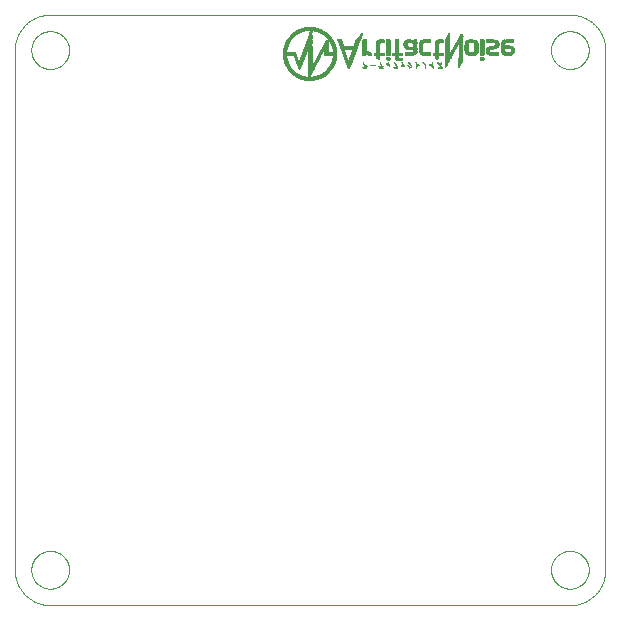
<source format=gbo>
G75*
%MOIN*%
%OFA0B0*%
%FSLAX25Y25*%
%IPPOS*%
%LPD*%
%AMOC8*
5,1,8,0,0,1.08239X$1,22.5*
%
%ADD10C,0.00000*%
%ADD11R,0.00039X0.00039*%
%ADD12R,0.00827X0.00039*%
%ADD13R,0.02008X0.00039*%
%ADD14R,0.00118X0.00039*%
%ADD15R,0.03110X0.00039*%
%ADD16R,0.03898X0.00039*%
%ADD17R,0.04528X0.00039*%
%ADD18R,0.04843X0.00039*%
%ADD19R,0.05079X0.00039*%
%ADD20R,0.05630X0.00039*%
%ADD21R,0.06102X0.00039*%
%ADD22R,0.06496X0.00039*%
%ADD23R,0.06654X0.00039*%
%ADD24R,0.06890X0.00039*%
%ADD25R,0.07283X0.00039*%
%ADD26R,0.07598X0.00039*%
%ADD27R,0.07913X0.00039*%
%ADD28R,0.07992X0.00039*%
%ADD29R,0.08228X0.00039*%
%ADD30R,0.03346X0.00039*%
%ADD31R,0.00276X0.00039*%
%ADD32R,0.02874X0.00039*%
%ADD33R,0.00354X0.00039*%
%ADD34R,0.02953X0.00039*%
%ADD35R,0.02717X0.00039*%
%ADD36R,0.00433X0.00039*%
%ADD37R,0.02559X0.00039*%
%ADD38R,0.00472X0.00039*%
%ADD39R,0.02638X0.00039*%
%ADD40R,0.02480X0.00039*%
%ADD41R,0.02323X0.00039*%
%ADD42R,0.00512X0.00039*%
%ADD43R,0.02402X0.00039*%
%ADD44R,0.02244X0.00039*%
%ADD45R,0.00591X0.00039*%
%ADD46R,0.02165X0.00039*%
%ADD47R,0.00669X0.00039*%
%ADD48R,0.02126X0.00039*%
%ADD49R,0.00748X0.00039*%
%ADD50R,0.02087X0.00039*%
%ADD51R,0.01969X0.00039*%
%ADD52R,0.01929X0.00039*%
%ADD53R,0.00079X0.00039*%
%ADD54R,0.01850X0.00039*%
%ADD55R,0.01772X0.00039*%
%ADD56R,0.01811X0.00039*%
%ADD57R,0.01693X0.00039*%
%ADD58R,0.00157X0.00039*%
%ADD59R,0.01732X0.00039*%
%ADD60R,0.00197X0.00039*%
%ADD61R,0.01654X0.00039*%
%ADD62R,0.00551X0.00039*%
%ADD63R,0.01614X0.00039*%
%ADD64R,0.00866X0.00039*%
%ADD65R,0.00236X0.00039*%
%ADD66R,0.00906X0.00039*%
%ADD67R,0.01535X0.00039*%
%ADD68R,0.00630X0.00039*%
%ADD69R,0.00984X0.00039*%
%ADD70R,0.00945X0.00039*%
%ADD71R,0.01575X0.00039*%
%ADD72R,0.00709X0.00039*%
%ADD73R,0.01496X0.00039*%
%ADD74R,0.01457X0.00039*%
%ADD75R,0.00787X0.00039*%
%ADD76R,0.01063X0.00039*%
%ADD77R,0.01378X0.00039*%
%ADD78R,0.01417X0.00039*%
%ADD79R,0.01102X0.00039*%
%ADD80R,0.01142X0.00039*%
%ADD81R,0.01024X0.00039*%
%ADD82R,0.01299X0.00039*%
%ADD83R,0.01220X0.00039*%
%ADD84R,0.01339X0.00039*%
%ADD85R,0.01181X0.00039*%
%ADD86R,0.01260X0.00039*%
%ADD87R,0.02362X0.00039*%
%ADD88R,0.02677X0.00039*%
%ADD89R,0.03031X0.00039*%
%ADD90R,0.02913X0.00039*%
%ADD91R,0.03189X0.00039*%
%ADD92R,0.03268X0.00039*%
%ADD93R,0.03071X0.00039*%
%ADD94R,0.02795X0.00039*%
%ADD95R,0.03425X0.00039*%
%ADD96R,0.02047X0.00039*%
%ADD97R,0.03386X0.00039*%
%ADD98R,0.03504X0.00039*%
%ADD99R,0.02205X0.00039*%
%ADD100R,0.03819X0.00039*%
%ADD101R,0.03307X0.00039*%
%ADD102R,0.03583X0.00039*%
%ADD103R,0.02283X0.00039*%
%ADD104R,0.03465X0.00039*%
%ADD105R,0.03661X0.00039*%
%ADD106R,0.03976X0.00039*%
%ADD107R,0.03740X0.00039*%
%ADD108R,0.04055X0.00039*%
%ADD109R,0.03780X0.00039*%
%ADD110R,0.02441X0.00039*%
%ADD111R,0.03543X0.00039*%
%ADD112R,0.03858X0.00039*%
%ADD113R,0.04134X0.00039*%
%ADD114R,0.04016X0.00039*%
%ADD115R,0.01890X0.00039*%
%ADD116R,0.04488X0.00039*%
%ADD117R,0.04449X0.00039*%
%ADD118R,0.04409X0.00039*%
%ADD119R,0.04370X0.00039*%
%ADD120R,0.02992X0.00039*%
%ADD121R,0.04331X0.00039*%
%ADD122R,0.04094X0.00039*%
%ADD123R,0.04252X0.00039*%
%ADD124R,0.04213X0.00039*%
%ADD125R,0.04173X0.00039*%
%ADD126R,0.03622X0.00039*%
%ADD127R,0.03701X0.00039*%
%ADD128R,0.03937X0.00039*%
%ADD129R,0.04291X0.00039*%
%ADD130R,0.00315X0.00039*%
%ADD131R,0.00394X0.00039*%
%ADD132R,0.08386X0.00039*%
%ADD133R,0.08071X0.00039*%
%ADD134R,0.07835X0.00039*%
%ADD135R,0.07441X0.00039*%
%ADD136R,0.07126X0.00039*%
%ADD137R,0.06811X0.00039*%
%ADD138R,0.06732X0.00039*%
%ADD139R,0.06339X0.00039*%
%ADD140R,0.05866X0.00039*%
%ADD141R,0.05472X0.00039*%
%ADD142R,0.04921X0.00039*%
D10*
X0005724Y0017535D02*
X0005724Y0190764D01*
X0011236Y0190764D02*
X0011238Y0190922D01*
X0011244Y0191080D01*
X0011254Y0191238D01*
X0011268Y0191396D01*
X0011286Y0191553D01*
X0011307Y0191710D01*
X0011333Y0191866D01*
X0011363Y0192022D01*
X0011396Y0192177D01*
X0011434Y0192330D01*
X0011475Y0192483D01*
X0011520Y0192635D01*
X0011569Y0192786D01*
X0011622Y0192935D01*
X0011678Y0193083D01*
X0011738Y0193229D01*
X0011802Y0193374D01*
X0011870Y0193517D01*
X0011941Y0193659D01*
X0012015Y0193799D01*
X0012093Y0193936D01*
X0012175Y0194072D01*
X0012259Y0194206D01*
X0012348Y0194337D01*
X0012439Y0194466D01*
X0012534Y0194593D01*
X0012631Y0194718D01*
X0012732Y0194840D01*
X0012836Y0194959D01*
X0012943Y0195076D01*
X0013053Y0195190D01*
X0013166Y0195301D01*
X0013281Y0195410D01*
X0013399Y0195515D01*
X0013520Y0195617D01*
X0013643Y0195717D01*
X0013769Y0195813D01*
X0013897Y0195906D01*
X0014027Y0195996D01*
X0014160Y0196082D01*
X0014295Y0196166D01*
X0014431Y0196245D01*
X0014570Y0196322D01*
X0014711Y0196394D01*
X0014853Y0196464D01*
X0014997Y0196529D01*
X0015143Y0196591D01*
X0015290Y0196649D01*
X0015439Y0196704D01*
X0015589Y0196755D01*
X0015740Y0196802D01*
X0015892Y0196845D01*
X0016045Y0196884D01*
X0016200Y0196920D01*
X0016355Y0196951D01*
X0016511Y0196979D01*
X0016667Y0197003D01*
X0016824Y0197023D01*
X0016982Y0197039D01*
X0017139Y0197051D01*
X0017298Y0197059D01*
X0017456Y0197063D01*
X0017614Y0197063D01*
X0017772Y0197059D01*
X0017931Y0197051D01*
X0018088Y0197039D01*
X0018246Y0197023D01*
X0018403Y0197003D01*
X0018559Y0196979D01*
X0018715Y0196951D01*
X0018870Y0196920D01*
X0019025Y0196884D01*
X0019178Y0196845D01*
X0019330Y0196802D01*
X0019481Y0196755D01*
X0019631Y0196704D01*
X0019780Y0196649D01*
X0019927Y0196591D01*
X0020073Y0196529D01*
X0020217Y0196464D01*
X0020359Y0196394D01*
X0020500Y0196322D01*
X0020639Y0196245D01*
X0020775Y0196166D01*
X0020910Y0196082D01*
X0021043Y0195996D01*
X0021173Y0195906D01*
X0021301Y0195813D01*
X0021427Y0195717D01*
X0021550Y0195617D01*
X0021671Y0195515D01*
X0021789Y0195410D01*
X0021904Y0195301D01*
X0022017Y0195190D01*
X0022127Y0195076D01*
X0022234Y0194959D01*
X0022338Y0194840D01*
X0022439Y0194718D01*
X0022536Y0194593D01*
X0022631Y0194466D01*
X0022722Y0194337D01*
X0022811Y0194206D01*
X0022895Y0194072D01*
X0022977Y0193936D01*
X0023055Y0193799D01*
X0023129Y0193659D01*
X0023200Y0193517D01*
X0023268Y0193374D01*
X0023332Y0193229D01*
X0023392Y0193083D01*
X0023448Y0192935D01*
X0023501Y0192786D01*
X0023550Y0192635D01*
X0023595Y0192483D01*
X0023636Y0192330D01*
X0023674Y0192177D01*
X0023707Y0192022D01*
X0023737Y0191866D01*
X0023763Y0191710D01*
X0023784Y0191553D01*
X0023802Y0191396D01*
X0023816Y0191238D01*
X0023826Y0191080D01*
X0023832Y0190922D01*
X0023834Y0190764D01*
X0023832Y0190606D01*
X0023826Y0190448D01*
X0023816Y0190290D01*
X0023802Y0190132D01*
X0023784Y0189975D01*
X0023763Y0189818D01*
X0023737Y0189662D01*
X0023707Y0189506D01*
X0023674Y0189351D01*
X0023636Y0189198D01*
X0023595Y0189045D01*
X0023550Y0188893D01*
X0023501Y0188742D01*
X0023448Y0188593D01*
X0023392Y0188445D01*
X0023332Y0188299D01*
X0023268Y0188154D01*
X0023200Y0188011D01*
X0023129Y0187869D01*
X0023055Y0187729D01*
X0022977Y0187592D01*
X0022895Y0187456D01*
X0022811Y0187322D01*
X0022722Y0187191D01*
X0022631Y0187062D01*
X0022536Y0186935D01*
X0022439Y0186810D01*
X0022338Y0186688D01*
X0022234Y0186569D01*
X0022127Y0186452D01*
X0022017Y0186338D01*
X0021904Y0186227D01*
X0021789Y0186118D01*
X0021671Y0186013D01*
X0021550Y0185911D01*
X0021427Y0185811D01*
X0021301Y0185715D01*
X0021173Y0185622D01*
X0021043Y0185532D01*
X0020910Y0185446D01*
X0020775Y0185362D01*
X0020639Y0185283D01*
X0020500Y0185206D01*
X0020359Y0185134D01*
X0020217Y0185064D01*
X0020073Y0184999D01*
X0019927Y0184937D01*
X0019780Y0184879D01*
X0019631Y0184824D01*
X0019481Y0184773D01*
X0019330Y0184726D01*
X0019178Y0184683D01*
X0019025Y0184644D01*
X0018870Y0184608D01*
X0018715Y0184577D01*
X0018559Y0184549D01*
X0018403Y0184525D01*
X0018246Y0184505D01*
X0018088Y0184489D01*
X0017931Y0184477D01*
X0017772Y0184469D01*
X0017614Y0184465D01*
X0017456Y0184465D01*
X0017298Y0184469D01*
X0017139Y0184477D01*
X0016982Y0184489D01*
X0016824Y0184505D01*
X0016667Y0184525D01*
X0016511Y0184549D01*
X0016355Y0184577D01*
X0016200Y0184608D01*
X0016045Y0184644D01*
X0015892Y0184683D01*
X0015740Y0184726D01*
X0015589Y0184773D01*
X0015439Y0184824D01*
X0015290Y0184879D01*
X0015143Y0184937D01*
X0014997Y0184999D01*
X0014853Y0185064D01*
X0014711Y0185134D01*
X0014570Y0185206D01*
X0014431Y0185283D01*
X0014295Y0185362D01*
X0014160Y0185446D01*
X0014027Y0185532D01*
X0013897Y0185622D01*
X0013769Y0185715D01*
X0013643Y0185811D01*
X0013520Y0185911D01*
X0013399Y0186013D01*
X0013281Y0186118D01*
X0013166Y0186227D01*
X0013053Y0186338D01*
X0012943Y0186452D01*
X0012836Y0186569D01*
X0012732Y0186688D01*
X0012631Y0186810D01*
X0012534Y0186935D01*
X0012439Y0187062D01*
X0012348Y0187191D01*
X0012259Y0187322D01*
X0012175Y0187456D01*
X0012093Y0187592D01*
X0012015Y0187729D01*
X0011941Y0187869D01*
X0011870Y0188011D01*
X0011802Y0188154D01*
X0011738Y0188299D01*
X0011678Y0188445D01*
X0011622Y0188593D01*
X0011569Y0188742D01*
X0011520Y0188893D01*
X0011475Y0189045D01*
X0011434Y0189198D01*
X0011396Y0189351D01*
X0011363Y0189506D01*
X0011333Y0189662D01*
X0011307Y0189818D01*
X0011286Y0189975D01*
X0011268Y0190132D01*
X0011254Y0190290D01*
X0011244Y0190448D01*
X0011238Y0190606D01*
X0011236Y0190764D01*
X0005724Y0190764D02*
X0005727Y0191049D01*
X0005738Y0191335D01*
X0005755Y0191620D01*
X0005779Y0191904D01*
X0005810Y0192188D01*
X0005848Y0192471D01*
X0005893Y0192752D01*
X0005944Y0193033D01*
X0006002Y0193313D01*
X0006067Y0193591D01*
X0006139Y0193867D01*
X0006217Y0194141D01*
X0006302Y0194414D01*
X0006394Y0194684D01*
X0006492Y0194952D01*
X0006596Y0195218D01*
X0006707Y0195481D01*
X0006824Y0195741D01*
X0006947Y0195999D01*
X0007077Y0196253D01*
X0007213Y0196504D01*
X0007354Y0196752D01*
X0007502Y0196996D01*
X0007655Y0197237D01*
X0007815Y0197473D01*
X0007980Y0197706D01*
X0008150Y0197935D01*
X0008326Y0198160D01*
X0008508Y0198380D01*
X0008694Y0198596D01*
X0008886Y0198807D01*
X0009083Y0199014D01*
X0009285Y0199216D01*
X0009492Y0199413D01*
X0009703Y0199605D01*
X0009919Y0199791D01*
X0010139Y0199973D01*
X0010364Y0200149D01*
X0010593Y0200319D01*
X0010826Y0200484D01*
X0011062Y0200644D01*
X0011303Y0200797D01*
X0011547Y0200945D01*
X0011795Y0201086D01*
X0012046Y0201222D01*
X0012300Y0201352D01*
X0012558Y0201475D01*
X0012818Y0201592D01*
X0013081Y0201703D01*
X0013347Y0201807D01*
X0013615Y0201905D01*
X0013885Y0201997D01*
X0014158Y0202082D01*
X0014432Y0202160D01*
X0014708Y0202232D01*
X0014986Y0202297D01*
X0015266Y0202355D01*
X0015547Y0202406D01*
X0015828Y0202451D01*
X0016111Y0202489D01*
X0016395Y0202520D01*
X0016679Y0202544D01*
X0016964Y0202561D01*
X0017250Y0202572D01*
X0017535Y0202575D01*
X0190764Y0202575D01*
X0184465Y0190764D02*
X0184467Y0190922D01*
X0184473Y0191080D01*
X0184483Y0191238D01*
X0184497Y0191396D01*
X0184515Y0191553D01*
X0184536Y0191710D01*
X0184562Y0191866D01*
X0184592Y0192022D01*
X0184625Y0192177D01*
X0184663Y0192330D01*
X0184704Y0192483D01*
X0184749Y0192635D01*
X0184798Y0192786D01*
X0184851Y0192935D01*
X0184907Y0193083D01*
X0184967Y0193229D01*
X0185031Y0193374D01*
X0185099Y0193517D01*
X0185170Y0193659D01*
X0185244Y0193799D01*
X0185322Y0193936D01*
X0185404Y0194072D01*
X0185488Y0194206D01*
X0185577Y0194337D01*
X0185668Y0194466D01*
X0185763Y0194593D01*
X0185860Y0194718D01*
X0185961Y0194840D01*
X0186065Y0194959D01*
X0186172Y0195076D01*
X0186282Y0195190D01*
X0186395Y0195301D01*
X0186510Y0195410D01*
X0186628Y0195515D01*
X0186749Y0195617D01*
X0186872Y0195717D01*
X0186998Y0195813D01*
X0187126Y0195906D01*
X0187256Y0195996D01*
X0187389Y0196082D01*
X0187524Y0196166D01*
X0187660Y0196245D01*
X0187799Y0196322D01*
X0187940Y0196394D01*
X0188082Y0196464D01*
X0188226Y0196529D01*
X0188372Y0196591D01*
X0188519Y0196649D01*
X0188668Y0196704D01*
X0188818Y0196755D01*
X0188969Y0196802D01*
X0189121Y0196845D01*
X0189274Y0196884D01*
X0189429Y0196920D01*
X0189584Y0196951D01*
X0189740Y0196979D01*
X0189896Y0197003D01*
X0190053Y0197023D01*
X0190211Y0197039D01*
X0190368Y0197051D01*
X0190527Y0197059D01*
X0190685Y0197063D01*
X0190843Y0197063D01*
X0191001Y0197059D01*
X0191160Y0197051D01*
X0191317Y0197039D01*
X0191475Y0197023D01*
X0191632Y0197003D01*
X0191788Y0196979D01*
X0191944Y0196951D01*
X0192099Y0196920D01*
X0192254Y0196884D01*
X0192407Y0196845D01*
X0192559Y0196802D01*
X0192710Y0196755D01*
X0192860Y0196704D01*
X0193009Y0196649D01*
X0193156Y0196591D01*
X0193302Y0196529D01*
X0193446Y0196464D01*
X0193588Y0196394D01*
X0193729Y0196322D01*
X0193868Y0196245D01*
X0194004Y0196166D01*
X0194139Y0196082D01*
X0194272Y0195996D01*
X0194402Y0195906D01*
X0194530Y0195813D01*
X0194656Y0195717D01*
X0194779Y0195617D01*
X0194900Y0195515D01*
X0195018Y0195410D01*
X0195133Y0195301D01*
X0195246Y0195190D01*
X0195356Y0195076D01*
X0195463Y0194959D01*
X0195567Y0194840D01*
X0195668Y0194718D01*
X0195765Y0194593D01*
X0195860Y0194466D01*
X0195951Y0194337D01*
X0196040Y0194206D01*
X0196124Y0194072D01*
X0196206Y0193936D01*
X0196284Y0193799D01*
X0196358Y0193659D01*
X0196429Y0193517D01*
X0196497Y0193374D01*
X0196561Y0193229D01*
X0196621Y0193083D01*
X0196677Y0192935D01*
X0196730Y0192786D01*
X0196779Y0192635D01*
X0196824Y0192483D01*
X0196865Y0192330D01*
X0196903Y0192177D01*
X0196936Y0192022D01*
X0196966Y0191866D01*
X0196992Y0191710D01*
X0197013Y0191553D01*
X0197031Y0191396D01*
X0197045Y0191238D01*
X0197055Y0191080D01*
X0197061Y0190922D01*
X0197063Y0190764D01*
X0197061Y0190606D01*
X0197055Y0190448D01*
X0197045Y0190290D01*
X0197031Y0190132D01*
X0197013Y0189975D01*
X0196992Y0189818D01*
X0196966Y0189662D01*
X0196936Y0189506D01*
X0196903Y0189351D01*
X0196865Y0189198D01*
X0196824Y0189045D01*
X0196779Y0188893D01*
X0196730Y0188742D01*
X0196677Y0188593D01*
X0196621Y0188445D01*
X0196561Y0188299D01*
X0196497Y0188154D01*
X0196429Y0188011D01*
X0196358Y0187869D01*
X0196284Y0187729D01*
X0196206Y0187592D01*
X0196124Y0187456D01*
X0196040Y0187322D01*
X0195951Y0187191D01*
X0195860Y0187062D01*
X0195765Y0186935D01*
X0195668Y0186810D01*
X0195567Y0186688D01*
X0195463Y0186569D01*
X0195356Y0186452D01*
X0195246Y0186338D01*
X0195133Y0186227D01*
X0195018Y0186118D01*
X0194900Y0186013D01*
X0194779Y0185911D01*
X0194656Y0185811D01*
X0194530Y0185715D01*
X0194402Y0185622D01*
X0194272Y0185532D01*
X0194139Y0185446D01*
X0194004Y0185362D01*
X0193868Y0185283D01*
X0193729Y0185206D01*
X0193588Y0185134D01*
X0193446Y0185064D01*
X0193302Y0184999D01*
X0193156Y0184937D01*
X0193009Y0184879D01*
X0192860Y0184824D01*
X0192710Y0184773D01*
X0192559Y0184726D01*
X0192407Y0184683D01*
X0192254Y0184644D01*
X0192099Y0184608D01*
X0191944Y0184577D01*
X0191788Y0184549D01*
X0191632Y0184525D01*
X0191475Y0184505D01*
X0191317Y0184489D01*
X0191160Y0184477D01*
X0191001Y0184469D01*
X0190843Y0184465D01*
X0190685Y0184465D01*
X0190527Y0184469D01*
X0190368Y0184477D01*
X0190211Y0184489D01*
X0190053Y0184505D01*
X0189896Y0184525D01*
X0189740Y0184549D01*
X0189584Y0184577D01*
X0189429Y0184608D01*
X0189274Y0184644D01*
X0189121Y0184683D01*
X0188969Y0184726D01*
X0188818Y0184773D01*
X0188668Y0184824D01*
X0188519Y0184879D01*
X0188372Y0184937D01*
X0188226Y0184999D01*
X0188082Y0185064D01*
X0187940Y0185134D01*
X0187799Y0185206D01*
X0187660Y0185283D01*
X0187524Y0185362D01*
X0187389Y0185446D01*
X0187256Y0185532D01*
X0187126Y0185622D01*
X0186998Y0185715D01*
X0186872Y0185811D01*
X0186749Y0185911D01*
X0186628Y0186013D01*
X0186510Y0186118D01*
X0186395Y0186227D01*
X0186282Y0186338D01*
X0186172Y0186452D01*
X0186065Y0186569D01*
X0185961Y0186688D01*
X0185860Y0186810D01*
X0185763Y0186935D01*
X0185668Y0187062D01*
X0185577Y0187191D01*
X0185488Y0187322D01*
X0185404Y0187456D01*
X0185322Y0187592D01*
X0185244Y0187729D01*
X0185170Y0187869D01*
X0185099Y0188011D01*
X0185031Y0188154D01*
X0184967Y0188299D01*
X0184907Y0188445D01*
X0184851Y0188593D01*
X0184798Y0188742D01*
X0184749Y0188893D01*
X0184704Y0189045D01*
X0184663Y0189198D01*
X0184625Y0189351D01*
X0184592Y0189506D01*
X0184562Y0189662D01*
X0184536Y0189818D01*
X0184515Y0189975D01*
X0184497Y0190132D01*
X0184483Y0190290D01*
X0184473Y0190448D01*
X0184467Y0190606D01*
X0184465Y0190764D01*
X0190764Y0202575D02*
X0191049Y0202572D01*
X0191335Y0202561D01*
X0191620Y0202544D01*
X0191904Y0202520D01*
X0192188Y0202489D01*
X0192471Y0202451D01*
X0192752Y0202406D01*
X0193033Y0202355D01*
X0193313Y0202297D01*
X0193591Y0202232D01*
X0193867Y0202160D01*
X0194141Y0202082D01*
X0194414Y0201997D01*
X0194684Y0201905D01*
X0194952Y0201807D01*
X0195218Y0201703D01*
X0195481Y0201592D01*
X0195741Y0201475D01*
X0195999Y0201352D01*
X0196253Y0201222D01*
X0196504Y0201086D01*
X0196752Y0200945D01*
X0196996Y0200797D01*
X0197237Y0200644D01*
X0197473Y0200484D01*
X0197706Y0200319D01*
X0197935Y0200149D01*
X0198160Y0199973D01*
X0198380Y0199791D01*
X0198596Y0199605D01*
X0198807Y0199413D01*
X0199014Y0199216D01*
X0199216Y0199014D01*
X0199413Y0198807D01*
X0199605Y0198596D01*
X0199791Y0198380D01*
X0199973Y0198160D01*
X0200149Y0197935D01*
X0200319Y0197706D01*
X0200484Y0197473D01*
X0200644Y0197237D01*
X0200797Y0196996D01*
X0200945Y0196752D01*
X0201086Y0196504D01*
X0201222Y0196253D01*
X0201352Y0195999D01*
X0201475Y0195741D01*
X0201592Y0195481D01*
X0201703Y0195218D01*
X0201807Y0194952D01*
X0201905Y0194684D01*
X0201997Y0194414D01*
X0202082Y0194141D01*
X0202160Y0193867D01*
X0202232Y0193591D01*
X0202297Y0193313D01*
X0202355Y0193033D01*
X0202406Y0192752D01*
X0202451Y0192471D01*
X0202489Y0192188D01*
X0202520Y0191904D01*
X0202544Y0191620D01*
X0202561Y0191335D01*
X0202572Y0191049D01*
X0202575Y0190764D01*
X0202575Y0017535D01*
X0184465Y0017535D02*
X0184467Y0017693D01*
X0184473Y0017851D01*
X0184483Y0018009D01*
X0184497Y0018167D01*
X0184515Y0018324D01*
X0184536Y0018481D01*
X0184562Y0018637D01*
X0184592Y0018793D01*
X0184625Y0018948D01*
X0184663Y0019101D01*
X0184704Y0019254D01*
X0184749Y0019406D01*
X0184798Y0019557D01*
X0184851Y0019706D01*
X0184907Y0019854D01*
X0184967Y0020000D01*
X0185031Y0020145D01*
X0185099Y0020288D01*
X0185170Y0020430D01*
X0185244Y0020570D01*
X0185322Y0020707D01*
X0185404Y0020843D01*
X0185488Y0020977D01*
X0185577Y0021108D01*
X0185668Y0021237D01*
X0185763Y0021364D01*
X0185860Y0021489D01*
X0185961Y0021611D01*
X0186065Y0021730D01*
X0186172Y0021847D01*
X0186282Y0021961D01*
X0186395Y0022072D01*
X0186510Y0022181D01*
X0186628Y0022286D01*
X0186749Y0022388D01*
X0186872Y0022488D01*
X0186998Y0022584D01*
X0187126Y0022677D01*
X0187256Y0022767D01*
X0187389Y0022853D01*
X0187524Y0022937D01*
X0187660Y0023016D01*
X0187799Y0023093D01*
X0187940Y0023165D01*
X0188082Y0023235D01*
X0188226Y0023300D01*
X0188372Y0023362D01*
X0188519Y0023420D01*
X0188668Y0023475D01*
X0188818Y0023526D01*
X0188969Y0023573D01*
X0189121Y0023616D01*
X0189274Y0023655D01*
X0189429Y0023691D01*
X0189584Y0023722D01*
X0189740Y0023750D01*
X0189896Y0023774D01*
X0190053Y0023794D01*
X0190211Y0023810D01*
X0190368Y0023822D01*
X0190527Y0023830D01*
X0190685Y0023834D01*
X0190843Y0023834D01*
X0191001Y0023830D01*
X0191160Y0023822D01*
X0191317Y0023810D01*
X0191475Y0023794D01*
X0191632Y0023774D01*
X0191788Y0023750D01*
X0191944Y0023722D01*
X0192099Y0023691D01*
X0192254Y0023655D01*
X0192407Y0023616D01*
X0192559Y0023573D01*
X0192710Y0023526D01*
X0192860Y0023475D01*
X0193009Y0023420D01*
X0193156Y0023362D01*
X0193302Y0023300D01*
X0193446Y0023235D01*
X0193588Y0023165D01*
X0193729Y0023093D01*
X0193868Y0023016D01*
X0194004Y0022937D01*
X0194139Y0022853D01*
X0194272Y0022767D01*
X0194402Y0022677D01*
X0194530Y0022584D01*
X0194656Y0022488D01*
X0194779Y0022388D01*
X0194900Y0022286D01*
X0195018Y0022181D01*
X0195133Y0022072D01*
X0195246Y0021961D01*
X0195356Y0021847D01*
X0195463Y0021730D01*
X0195567Y0021611D01*
X0195668Y0021489D01*
X0195765Y0021364D01*
X0195860Y0021237D01*
X0195951Y0021108D01*
X0196040Y0020977D01*
X0196124Y0020843D01*
X0196206Y0020707D01*
X0196284Y0020570D01*
X0196358Y0020430D01*
X0196429Y0020288D01*
X0196497Y0020145D01*
X0196561Y0020000D01*
X0196621Y0019854D01*
X0196677Y0019706D01*
X0196730Y0019557D01*
X0196779Y0019406D01*
X0196824Y0019254D01*
X0196865Y0019101D01*
X0196903Y0018948D01*
X0196936Y0018793D01*
X0196966Y0018637D01*
X0196992Y0018481D01*
X0197013Y0018324D01*
X0197031Y0018167D01*
X0197045Y0018009D01*
X0197055Y0017851D01*
X0197061Y0017693D01*
X0197063Y0017535D01*
X0197061Y0017377D01*
X0197055Y0017219D01*
X0197045Y0017061D01*
X0197031Y0016903D01*
X0197013Y0016746D01*
X0196992Y0016589D01*
X0196966Y0016433D01*
X0196936Y0016277D01*
X0196903Y0016122D01*
X0196865Y0015969D01*
X0196824Y0015816D01*
X0196779Y0015664D01*
X0196730Y0015513D01*
X0196677Y0015364D01*
X0196621Y0015216D01*
X0196561Y0015070D01*
X0196497Y0014925D01*
X0196429Y0014782D01*
X0196358Y0014640D01*
X0196284Y0014500D01*
X0196206Y0014363D01*
X0196124Y0014227D01*
X0196040Y0014093D01*
X0195951Y0013962D01*
X0195860Y0013833D01*
X0195765Y0013706D01*
X0195668Y0013581D01*
X0195567Y0013459D01*
X0195463Y0013340D01*
X0195356Y0013223D01*
X0195246Y0013109D01*
X0195133Y0012998D01*
X0195018Y0012889D01*
X0194900Y0012784D01*
X0194779Y0012682D01*
X0194656Y0012582D01*
X0194530Y0012486D01*
X0194402Y0012393D01*
X0194272Y0012303D01*
X0194139Y0012217D01*
X0194004Y0012133D01*
X0193868Y0012054D01*
X0193729Y0011977D01*
X0193588Y0011905D01*
X0193446Y0011835D01*
X0193302Y0011770D01*
X0193156Y0011708D01*
X0193009Y0011650D01*
X0192860Y0011595D01*
X0192710Y0011544D01*
X0192559Y0011497D01*
X0192407Y0011454D01*
X0192254Y0011415D01*
X0192099Y0011379D01*
X0191944Y0011348D01*
X0191788Y0011320D01*
X0191632Y0011296D01*
X0191475Y0011276D01*
X0191317Y0011260D01*
X0191160Y0011248D01*
X0191001Y0011240D01*
X0190843Y0011236D01*
X0190685Y0011236D01*
X0190527Y0011240D01*
X0190368Y0011248D01*
X0190211Y0011260D01*
X0190053Y0011276D01*
X0189896Y0011296D01*
X0189740Y0011320D01*
X0189584Y0011348D01*
X0189429Y0011379D01*
X0189274Y0011415D01*
X0189121Y0011454D01*
X0188969Y0011497D01*
X0188818Y0011544D01*
X0188668Y0011595D01*
X0188519Y0011650D01*
X0188372Y0011708D01*
X0188226Y0011770D01*
X0188082Y0011835D01*
X0187940Y0011905D01*
X0187799Y0011977D01*
X0187660Y0012054D01*
X0187524Y0012133D01*
X0187389Y0012217D01*
X0187256Y0012303D01*
X0187126Y0012393D01*
X0186998Y0012486D01*
X0186872Y0012582D01*
X0186749Y0012682D01*
X0186628Y0012784D01*
X0186510Y0012889D01*
X0186395Y0012998D01*
X0186282Y0013109D01*
X0186172Y0013223D01*
X0186065Y0013340D01*
X0185961Y0013459D01*
X0185860Y0013581D01*
X0185763Y0013706D01*
X0185668Y0013833D01*
X0185577Y0013962D01*
X0185488Y0014093D01*
X0185404Y0014227D01*
X0185322Y0014363D01*
X0185244Y0014500D01*
X0185170Y0014640D01*
X0185099Y0014782D01*
X0185031Y0014925D01*
X0184967Y0015070D01*
X0184907Y0015216D01*
X0184851Y0015364D01*
X0184798Y0015513D01*
X0184749Y0015664D01*
X0184704Y0015816D01*
X0184663Y0015969D01*
X0184625Y0016122D01*
X0184592Y0016277D01*
X0184562Y0016433D01*
X0184536Y0016589D01*
X0184515Y0016746D01*
X0184497Y0016903D01*
X0184483Y0017061D01*
X0184473Y0017219D01*
X0184467Y0017377D01*
X0184465Y0017535D01*
X0190764Y0005724D02*
X0191049Y0005727D01*
X0191335Y0005738D01*
X0191620Y0005755D01*
X0191904Y0005779D01*
X0192188Y0005810D01*
X0192471Y0005848D01*
X0192752Y0005893D01*
X0193033Y0005944D01*
X0193313Y0006002D01*
X0193591Y0006067D01*
X0193867Y0006139D01*
X0194141Y0006217D01*
X0194414Y0006302D01*
X0194684Y0006394D01*
X0194952Y0006492D01*
X0195218Y0006596D01*
X0195481Y0006707D01*
X0195741Y0006824D01*
X0195999Y0006947D01*
X0196253Y0007077D01*
X0196504Y0007213D01*
X0196752Y0007354D01*
X0196996Y0007502D01*
X0197237Y0007655D01*
X0197473Y0007815D01*
X0197706Y0007980D01*
X0197935Y0008150D01*
X0198160Y0008326D01*
X0198380Y0008508D01*
X0198596Y0008694D01*
X0198807Y0008886D01*
X0199014Y0009083D01*
X0199216Y0009285D01*
X0199413Y0009492D01*
X0199605Y0009703D01*
X0199791Y0009919D01*
X0199973Y0010139D01*
X0200149Y0010364D01*
X0200319Y0010593D01*
X0200484Y0010826D01*
X0200644Y0011062D01*
X0200797Y0011303D01*
X0200945Y0011547D01*
X0201086Y0011795D01*
X0201222Y0012046D01*
X0201352Y0012300D01*
X0201475Y0012558D01*
X0201592Y0012818D01*
X0201703Y0013081D01*
X0201807Y0013347D01*
X0201905Y0013615D01*
X0201997Y0013885D01*
X0202082Y0014158D01*
X0202160Y0014432D01*
X0202232Y0014708D01*
X0202297Y0014986D01*
X0202355Y0015266D01*
X0202406Y0015547D01*
X0202451Y0015828D01*
X0202489Y0016111D01*
X0202520Y0016395D01*
X0202544Y0016679D01*
X0202561Y0016964D01*
X0202572Y0017250D01*
X0202575Y0017535D01*
X0190764Y0005724D02*
X0017535Y0005724D01*
X0011236Y0017535D02*
X0011238Y0017693D01*
X0011244Y0017851D01*
X0011254Y0018009D01*
X0011268Y0018167D01*
X0011286Y0018324D01*
X0011307Y0018481D01*
X0011333Y0018637D01*
X0011363Y0018793D01*
X0011396Y0018948D01*
X0011434Y0019101D01*
X0011475Y0019254D01*
X0011520Y0019406D01*
X0011569Y0019557D01*
X0011622Y0019706D01*
X0011678Y0019854D01*
X0011738Y0020000D01*
X0011802Y0020145D01*
X0011870Y0020288D01*
X0011941Y0020430D01*
X0012015Y0020570D01*
X0012093Y0020707D01*
X0012175Y0020843D01*
X0012259Y0020977D01*
X0012348Y0021108D01*
X0012439Y0021237D01*
X0012534Y0021364D01*
X0012631Y0021489D01*
X0012732Y0021611D01*
X0012836Y0021730D01*
X0012943Y0021847D01*
X0013053Y0021961D01*
X0013166Y0022072D01*
X0013281Y0022181D01*
X0013399Y0022286D01*
X0013520Y0022388D01*
X0013643Y0022488D01*
X0013769Y0022584D01*
X0013897Y0022677D01*
X0014027Y0022767D01*
X0014160Y0022853D01*
X0014295Y0022937D01*
X0014431Y0023016D01*
X0014570Y0023093D01*
X0014711Y0023165D01*
X0014853Y0023235D01*
X0014997Y0023300D01*
X0015143Y0023362D01*
X0015290Y0023420D01*
X0015439Y0023475D01*
X0015589Y0023526D01*
X0015740Y0023573D01*
X0015892Y0023616D01*
X0016045Y0023655D01*
X0016200Y0023691D01*
X0016355Y0023722D01*
X0016511Y0023750D01*
X0016667Y0023774D01*
X0016824Y0023794D01*
X0016982Y0023810D01*
X0017139Y0023822D01*
X0017298Y0023830D01*
X0017456Y0023834D01*
X0017614Y0023834D01*
X0017772Y0023830D01*
X0017931Y0023822D01*
X0018088Y0023810D01*
X0018246Y0023794D01*
X0018403Y0023774D01*
X0018559Y0023750D01*
X0018715Y0023722D01*
X0018870Y0023691D01*
X0019025Y0023655D01*
X0019178Y0023616D01*
X0019330Y0023573D01*
X0019481Y0023526D01*
X0019631Y0023475D01*
X0019780Y0023420D01*
X0019927Y0023362D01*
X0020073Y0023300D01*
X0020217Y0023235D01*
X0020359Y0023165D01*
X0020500Y0023093D01*
X0020639Y0023016D01*
X0020775Y0022937D01*
X0020910Y0022853D01*
X0021043Y0022767D01*
X0021173Y0022677D01*
X0021301Y0022584D01*
X0021427Y0022488D01*
X0021550Y0022388D01*
X0021671Y0022286D01*
X0021789Y0022181D01*
X0021904Y0022072D01*
X0022017Y0021961D01*
X0022127Y0021847D01*
X0022234Y0021730D01*
X0022338Y0021611D01*
X0022439Y0021489D01*
X0022536Y0021364D01*
X0022631Y0021237D01*
X0022722Y0021108D01*
X0022811Y0020977D01*
X0022895Y0020843D01*
X0022977Y0020707D01*
X0023055Y0020570D01*
X0023129Y0020430D01*
X0023200Y0020288D01*
X0023268Y0020145D01*
X0023332Y0020000D01*
X0023392Y0019854D01*
X0023448Y0019706D01*
X0023501Y0019557D01*
X0023550Y0019406D01*
X0023595Y0019254D01*
X0023636Y0019101D01*
X0023674Y0018948D01*
X0023707Y0018793D01*
X0023737Y0018637D01*
X0023763Y0018481D01*
X0023784Y0018324D01*
X0023802Y0018167D01*
X0023816Y0018009D01*
X0023826Y0017851D01*
X0023832Y0017693D01*
X0023834Y0017535D01*
X0023832Y0017377D01*
X0023826Y0017219D01*
X0023816Y0017061D01*
X0023802Y0016903D01*
X0023784Y0016746D01*
X0023763Y0016589D01*
X0023737Y0016433D01*
X0023707Y0016277D01*
X0023674Y0016122D01*
X0023636Y0015969D01*
X0023595Y0015816D01*
X0023550Y0015664D01*
X0023501Y0015513D01*
X0023448Y0015364D01*
X0023392Y0015216D01*
X0023332Y0015070D01*
X0023268Y0014925D01*
X0023200Y0014782D01*
X0023129Y0014640D01*
X0023055Y0014500D01*
X0022977Y0014363D01*
X0022895Y0014227D01*
X0022811Y0014093D01*
X0022722Y0013962D01*
X0022631Y0013833D01*
X0022536Y0013706D01*
X0022439Y0013581D01*
X0022338Y0013459D01*
X0022234Y0013340D01*
X0022127Y0013223D01*
X0022017Y0013109D01*
X0021904Y0012998D01*
X0021789Y0012889D01*
X0021671Y0012784D01*
X0021550Y0012682D01*
X0021427Y0012582D01*
X0021301Y0012486D01*
X0021173Y0012393D01*
X0021043Y0012303D01*
X0020910Y0012217D01*
X0020775Y0012133D01*
X0020639Y0012054D01*
X0020500Y0011977D01*
X0020359Y0011905D01*
X0020217Y0011835D01*
X0020073Y0011770D01*
X0019927Y0011708D01*
X0019780Y0011650D01*
X0019631Y0011595D01*
X0019481Y0011544D01*
X0019330Y0011497D01*
X0019178Y0011454D01*
X0019025Y0011415D01*
X0018870Y0011379D01*
X0018715Y0011348D01*
X0018559Y0011320D01*
X0018403Y0011296D01*
X0018246Y0011276D01*
X0018088Y0011260D01*
X0017931Y0011248D01*
X0017772Y0011240D01*
X0017614Y0011236D01*
X0017456Y0011236D01*
X0017298Y0011240D01*
X0017139Y0011248D01*
X0016982Y0011260D01*
X0016824Y0011276D01*
X0016667Y0011296D01*
X0016511Y0011320D01*
X0016355Y0011348D01*
X0016200Y0011379D01*
X0016045Y0011415D01*
X0015892Y0011454D01*
X0015740Y0011497D01*
X0015589Y0011544D01*
X0015439Y0011595D01*
X0015290Y0011650D01*
X0015143Y0011708D01*
X0014997Y0011770D01*
X0014853Y0011835D01*
X0014711Y0011905D01*
X0014570Y0011977D01*
X0014431Y0012054D01*
X0014295Y0012133D01*
X0014160Y0012217D01*
X0014027Y0012303D01*
X0013897Y0012393D01*
X0013769Y0012486D01*
X0013643Y0012582D01*
X0013520Y0012682D01*
X0013399Y0012784D01*
X0013281Y0012889D01*
X0013166Y0012998D01*
X0013053Y0013109D01*
X0012943Y0013223D01*
X0012836Y0013340D01*
X0012732Y0013459D01*
X0012631Y0013581D01*
X0012534Y0013706D01*
X0012439Y0013833D01*
X0012348Y0013962D01*
X0012259Y0014093D01*
X0012175Y0014227D01*
X0012093Y0014363D01*
X0012015Y0014500D01*
X0011941Y0014640D01*
X0011870Y0014782D01*
X0011802Y0014925D01*
X0011738Y0015070D01*
X0011678Y0015216D01*
X0011622Y0015364D01*
X0011569Y0015513D01*
X0011520Y0015664D01*
X0011475Y0015816D01*
X0011434Y0015969D01*
X0011396Y0016122D01*
X0011363Y0016277D01*
X0011333Y0016433D01*
X0011307Y0016589D01*
X0011286Y0016746D01*
X0011268Y0016903D01*
X0011254Y0017061D01*
X0011244Y0017219D01*
X0011238Y0017377D01*
X0011236Y0017535D01*
X0005724Y0017535D02*
X0005727Y0017250D01*
X0005738Y0016964D01*
X0005755Y0016679D01*
X0005779Y0016395D01*
X0005810Y0016111D01*
X0005848Y0015828D01*
X0005893Y0015547D01*
X0005944Y0015266D01*
X0006002Y0014986D01*
X0006067Y0014708D01*
X0006139Y0014432D01*
X0006217Y0014158D01*
X0006302Y0013885D01*
X0006394Y0013615D01*
X0006492Y0013347D01*
X0006596Y0013081D01*
X0006707Y0012818D01*
X0006824Y0012558D01*
X0006947Y0012300D01*
X0007077Y0012046D01*
X0007213Y0011795D01*
X0007354Y0011547D01*
X0007502Y0011303D01*
X0007655Y0011062D01*
X0007815Y0010826D01*
X0007980Y0010593D01*
X0008150Y0010364D01*
X0008326Y0010139D01*
X0008508Y0009919D01*
X0008694Y0009703D01*
X0008886Y0009492D01*
X0009083Y0009285D01*
X0009285Y0009083D01*
X0009492Y0008886D01*
X0009703Y0008694D01*
X0009919Y0008508D01*
X0010139Y0008326D01*
X0010364Y0008150D01*
X0010593Y0007980D01*
X0010826Y0007815D01*
X0011062Y0007655D01*
X0011303Y0007502D01*
X0011547Y0007354D01*
X0011795Y0007213D01*
X0012046Y0007077D01*
X0012300Y0006947D01*
X0012558Y0006824D01*
X0012818Y0006707D01*
X0013081Y0006596D01*
X0013347Y0006492D01*
X0013615Y0006394D01*
X0013885Y0006302D01*
X0014158Y0006217D01*
X0014432Y0006139D01*
X0014708Y0006067D01*
X0014986Y0006002D01*
X0015266Y0005944D01*
X0015547Y0005893D01*
X0015828Y0005848D01*
X0016111Y0005810D01*
X0016395Y0005779D01*
X0016679Y0005755D01*
X0016964Y0005738D01*
X0017250Y0005727D01*
X0017535Y0005724D01*
D11*
X0100827Y0181118D03*
X0100669Y0181197D03*
X0101063Y0181039D03*
X0101220Y0180961D03*
X0101457Y0180882D03*
X0101693Y0180803D03*
X0102008Y0180724D03*
X0102047Y0180685D03*
X0102323Y0180646D03*
X0102441Y0180606D03*
X0102717Y0180567D03*
X0102835Y0180528D03*
X0103189Y0180488D03*
X0103465Y0180449D03*
X0103543Y0180449D03*
X0103622Y0180449D03*
X0103740Y0181591D03*
X0103740Y0181669D03*
X0103740Y0181906D03*
X0103740Y0181984D03*
X0103740Y0182220D03*
X0103740Y0182299D03*
X0103740Y0182535D03*
X0103740Y0182614D03*
X0103740Y0182850D03*
X0103740Y0182929D03*
X0103740Y0183165D03*
X0103740Y0183244D03*
X0103740Y0183480D03*
X0103740Y0183559D03*
X0103740Y0183795D03*
X0103740Y0183874D03*
X0103740Y0184110D03*
X0103740Y0184189D03*
X0103740Y0184425D03*
X0103740Y0184504D03*
X0103740Y0184740D03*
X0103740Y0184819D03*
X0103740Y0185055D03*
X0103740Y0185134D03*
X0103740Y0185370D03*
X0103740Y0185449D03*
X0103740Y0185685D03*
X0103740Y0185764D03*
X0103740Y0186000D03*
X0103740Y0186079D03*
X0103740Y0186315D03*
X0103740Y0186394D03*
X0103740Y0186630D03*
X0103740Y0186709D03*
X0103740Y0186945D03*
X0103740Y0187024D03*
X0103740Y0187260D03*
X0103740Y0187339D03*
X0103740Y0187575D03*
X0103740Y0187654D03*
X0103740Y0187890D03*
X0103740Y0187969D03*
X0103740Y0188205D03*
X0103740Y0188283D03*
X0103740Y0188520D03*
X0103740Y0188598D03*
X0103740Y0188835D03*
X0103740Y0188913D03*
X0103740Y0189150D03*
X0103740Y0189228D03*
X0103740Y0189465D03*
X0103740Y0189543D03*
X0103740Y0189780D03*
X0103740Y0189858D03*
X0103740Y0190094D03*
X0103740Y0190173D03*
X0103740Y0190409D03*
X0103740Y0190488D03*
X0103740Y0190724D03*
X0103740Y0190803D03*
X0103740Y0191039D03*
X0103740Y0191118D03*
X0103583Y0191276D03*
X0103661Y0191433D03*
X0103740Y0191433D03*
X0103740Y0191354D03*
X0103504Y0191118D03*
X0103504Y0191039D03*
X0103268Y0190331D03*
X0103189Y0190173D03*
X0103110Y0190016D03*
X0103031Y0189780D03*
X0102795Y0189071D03*
X0102717Y0188913D03*
X0102717Y0188835D03*
X0102559Y0188520D03*
X0102402Y0187969D03*
X0102323Y0187811D03*
X0102244Y0187575D03*
X0102008Y0186866D03*
X0101929Y0186709D03*
X0101929Y0186630D03*
X0101850Y0186551D03*
X0101772Y0186315D03*
X0101614Y0185764D03*
X0101535Y0185606D03*
X0101457Y0185449D03*
X0101457Y0185370D03*
X0100984Y0184504D03*
X0100591Y0184425D03*
X0100669Y0184189D03*
X0100512Y0184661D03*
X0100433Y0184819D03*
X0100276Y0185370D03*
X0100118Y0185685D03*
X0100118Y0185764D03*
X0100039Y0185921D03*
X0099961Y0186079D03*
X0099803Y0186630D03*
X0099724Y0186866D03*
X0099646Y0186945D03*
X0099646Y0187024D03*
X0099567Y0187181D03*
X0100197Y0187575D03*
X0100197Y0187654D03*
X0100118Y0187811D03*
X0100276Y0187496D03*
X0100354Y0187260D03*
X0100906Y0187024D03*
X0100984Y0187181D03*
X0100827Y0186866D03*
X0100748Y0186709D03*
X0100748Y0186630D03*
X0100591Y0186551D03*
X0101220Y0187890D03*
X0101220Y0187969D03*
X0101299Y0188126D03*
X0101378Y0188283D03*
X0101535Y0188835D03*
X0101693Y0189150D03*
X0101693Y0189228D03*
X0101772Y0189386D03*
X0101850Y0189543D03*
X0102008Y0190094D03*
X0102165Y0190409D03*
X0102165Y0190488D03*
X0102244Y0190646D03*
X0102480Y0191354D03*
X0102559Y0191591D03*
X0102638Y0191669D03*
X0102638Y0191748D03*
X0102717Y0191906D03*
X0102953Y0192614D03*
X0103031Y0192850D03*
X0103110Y0193008D03*
X0103189Y0193165D03*
X0103425Y0193874D03*
X0103504Y0194110D03*
X0103583Y0194268D03*
X0103661Y0194425D03*
X0103898Y0195134D03*
X0103898Y0195213D03*
X0103976Y0195370D03*
X0104055Y0195528D03*
X0104213Y0196079D03*
X0104213Y0196157D03*
X0104213Y0196394D03*
X0104213Y0196472D03*
X0104528Y0196787D03*
X0104685Y0197024D03*
X0104685Y0197102D03*
X0105039Y0197063D03*
X0105118Y0197063D03*
X0105472Y0197024D03*
X0105669Y0196984D03*
X0105945Y0196945D03*
X0106024Y0196945D03*
X0106063Y0196906D03*
X0106575Y0196787D03*
X0106614Y0196748D03*
X0107126Y0197654D03*
X0107205Y0197654D03*
X0107362Y0197575D03*
X0107756Y0197417D03*
X0107913Y0197339D03*
X0107992Y0197339D03*
X0108268Y0197220D03*
X0108307Y0197181D03*
X0108386Y0197102D03*
X0108465Y0197102D03*
X0108543Y0197024D03*
X0107913Y0196236D03*
X0107795Y0196276D03*
X0107756Y0196315D03*
X0107638Y0196354D03*
X0108386Y0196000D03*
X0108622Y0195843D03*
X0108780Y0195764D03*
X0108858Y0195685D03*
X0109094Y0195528D03*
X0109567Y0195134D03*
X0109646Y0195055D03*
X0109882Y0194819D03*
X0109961Y0194740D03*
X0110197Y0194504D03*
X0110276Y0194425D03*
X0110669Y0193874D03*
X0110748Y0193795D03*
X0110827Y0193638D03*
X0110354Y0193717D03*
X0110276Y0193717D03*
X0110197Y0193717D03*
X0110118Y0193717D03*
X0110039Y0193717D03*
X0109961Y0193717D03*
X0109882Y0193717D03*
X0109803Y0193717D03*
X0109724Y0193638D03*
X0109646Y0193480D03*
X0109567Y0193323D03*
X0109488Y0193165D03*
X0109409Y0193008D03*
X0110354Y0193165D03*
X0110354Y0192850D03*
X0110354Y0192535D03*
X0110354Y0192220D03*
X0110354Y0191906D03*
X0110354Y0191591D03*
X0110354Y0191276D03*
X0110354Y0190961D03*
X0110354Y0190646D03*
X0110354Y0190331D03*
X0110354Y0190016D03*
X0110472Y0189819D03*
X0110551Y0189819D03*
X0110630Y0189819D03*
X0110709Y0189819D03*
X0110787Y0189819D03*
X0110866Y0189819D03*
X0110945Y0189819D03*
X0111024Y0189819D03*
X0111102Y0189819D03*
X0111181Y0189819D03*
X0111260Y0189819D03*
X0111339Y0189819D03*
X0111417Y0189819D03*
X0111496Y0189819D03*
X0111575Y0189819D03*
X0111654Y0189819D03*
X0111732Y0189819D03*
X0111811Y0189819D03*
X0111890Y0189819D03*
X0111969Y0189819D03*
X0112087Y0189858D03*
X0112087Y0190094D03*
X0112087Y0190173D03*
X0112087Y0190409D03*
X0112008Y0190646D03*
X0111929Y0191039D03*
X0111929Y0191118D03*
X0111772Y0191669D03*
X0111772Y0191748D03*
X0111693Y0191906D03*
X0111457Y0192614D03*
X0111299Y0192929D03*
X0112165Y0193244D03*
X0112008Y0193559D03*
X0111850Y0193874D03*
X0111457Y0194425D03*
X0111378Y0194583D03*
X0110984Y0195055D03*
X0110906Y0195134D03*
X0110669Y0195370D03*
X0110591Y0195449D03*
X0110354Y0195685D03*
X0110276Y0195764D03*
X0110039Y0196000D03*
X0109961Y0196079D03*
X0110354Y0193480D03*
X0112323Y0192929D03*
X0112480Y0192614D03*
X0112638Y0192063D03*
X0112717Y0191906D03*
X0112795Y0191669D03*
X0112874Y0191276D03*
X0112953Y0191039D03*
X0112953Y0190803D03*
X0113031Y0190331D03*
X0113110Y0189858D03*
X0113110Y0189780D03*
X0113110Y0189543D03*
X0113110Y0189465D03*
X0113110Y0189228D03*
X0113110Y0189150D03*
X0113110Y0188913D03*
X0113110Y0188835D03*
X0113031Y0188126D03*
X0112953Y0187654D03*
X0112953Y0187575D03*
X0112874Y0187181D03*
X0112795Y0187024D03*
X0112795Y0186945D03*
X0112638Y0186394D03*
X0112559Y0186236D03*
X0112480Y0186000D03*
X0112323Y0185685D03*
X0112008Y0185055D03*
X0111850Y0184740D03*
X0111693Y0184504D03*
X0111614Y0184346D03*
X0111220Y0183795D03*
X0111142Y0183717D03*
X0110748Y0183244D03*
X0110433Y0182929D03*
X0109961Y0182535D03*
X0109882Y0182457D03*
X0109173Y0181906D03*
X0108465Y0181512D03*
X0108346Y0181394D03*
X0108228Y0181354D03*
X0108071Y0181276D03*
X0107835Y0181197D03*
X0107283Y0180961D03*
X0107047Y0180882D03*
X0106772Y0180764D03*
X0106575Y0180724D03*
X0106496Y0180724D03*
X0106457Y0180685D03*
X0106260Y0180646D03*
X0106181Y0180646D03*
X0105866Y0180567D03*
X0105787Y0180567D03*
X0105748Y0180528D03*
X0105669Y0180528D03*
X0105394Y0180488D03*
X0105315Y0180488D03*
X0105118Y0180449D03*
X0105039Y0180449D03*
X0104961Y0180449D03*
X0104646Y0181551D03*
X0104567Y0181551D03*
X0104488Y0181551D03*
X0104331Y0181551D03*
X0104173Y0181551D03*
X0104134Y0181591D03*
X0104134Y0181669D03*
X0104213Y0181827D03*
X0104291Y0181906D03*
X0104291Y0181984D03*
X0104449Y0182220D03*
X0104606Y0182535D03*
X0104764Y0182850D03*
X0105157Y0181591D03*
X0105354Y0181630D03*
X0105630Y0181669D03*
X0105827Y0181709D03*
X0106024Y0181748D03*
X0106142Y0181787D03*
X0106339Y0181827D03*
X0106457Y0181866D03*
X0106890Y0181984D03*
X0106929Y0182024D03*
X0107283Y0182142D03*
X0107323Y0182181D03*
X0107677Y0182299D03*
X0107756Y0182378D03*
X0107913Y0182457D03*
X0108622Y0182850D03*
X0109331Y0183402D03*
X0109409Y0183480D03*
X0110039Y0184110D03*
X0110276Y0184346D03*
X0110354Y0184425D03*
X0110669Y0184819D03*
X0110748Y0184976D03*
X0110827Y0185055D03*
X0110984Y0185370D03*
X0111614Y0186630D03*
X0111693Y0186866D03*
X0111772Y0187024D03*
X0111929Y0187575D03*
X0111929Y0187654D03*
X0112008Y0188126D03*
X0112087Y0188520D03*
X0112087Y0188598D03*
X0112087Y0188835D03*
X0115079Y0189780D03*
X0115079Y0189858D03*
X0115157Y0189701D03*
X0115236Y0189465D03*
X0115394Y0188913D03*
X0115472Y0188756D03*
X0115551Y0188598D03*
X0115551Y0188520D03*
X0115787Y0187811D03*
X0115866Y0187654D03*
X0115945Y0187496D03*
X0116024Y0187260D03*
X0116181Y0186709D03*
X0116260Y0186551D03*
X0116339Y0186394D03*
X0116339Y0186315D03*
X0116496Y0186000D03*
X0116654Y0185449D03*
X0116732Y0185291D03*
X0116811Y0185055D03*
X0117205Y0184504D03*
X0117047Y0184346D03*
X0117835Y0185370D03*
X0117913Y0185606D03*
X0117992Y0185764D03*
X0118307Y0186630D03*
X0118307Y0186709D03*
X0118386Y0186866D03*
X0118465Y0187024D03*
X0118622Y0187575D03*
X0118780Y0187890D03*
X0118780Y0187969D03*
X0118858Y0188126D03*
X0119094Y0188835D03*
X0119173Y0189071D03*
X0119252Y0189150D03*
X0119252Y0189228D03*
X0119331Y0189386D03*
X0119567Y0190094D03*
X0119646Y0190331D03*
X0119724Y0190488D03*
X0120039Y0191354D03*
X0120039Y0191433D03*
X0120118Y0191591D03*
X0120197Y0191748D03*
X0120354Y0192299D03*
X0120512Y0192614D03*
X0120512Y0192693D03*
X0120591Y0192850D03*
X0120827Y0193559D03*
X0120906Y0193795D03*
X0120984Y0193874D03*
X0120984Y0193953D03*
X0121063Y0194110D03*
X0121299Y0194819D03*
X0121378Y0195055D03*
X0121457Y0195213D03*
X0121063Y0195449D03*
X0121299Y0195685D03*
X0121378Y0195764D03*
X0121614Y0196000D03*
X0121693Y0196079D03*
X0121772Y0196079D03*
X0121772Y0196157D03*
X0121811Y0196197D03*
X0121850Y0196236D03*
X0120748Y0195134D03*
X0120276Y0194583D03*
X0119961Y0194268D03*
X0119646Y0193874D03*
X0119409Y0193165D03*
X0119331Y0193008D03*
X0119331Y0192929D03*
X0119252Y0192850D03*
X0119173Y0192614D03*
X0119016Y0192063D03*
X0118937Y0191906D03*
X0118740Y0191787D03*
X0118661Y0191787D03*
X0118583Y0191787D03*
X0118504Y0191787D03*
X0118425Y0191787D03*
X0118346Y0191787D03*
X0118268Y0191787D03*
X0118189Y0191787D03*
X0118110Y0191787D03*
X0118031Y0191787D03*
X0117953Y0191787D03*
X0117874Y0191787D03*
X0117795Y0191787D03*
X0117717Y0191787D03*
X0117638Y0191787D03*
X0117559Y0191787D03*
X0117480Y0191787D03*
X0117402Y0191787D03*
X0117323Y0191787D03*
X0117244Y0191787D03*
X0117165Y0191787D03*
X0117087Y0191787D03*
X0117008Y0191787D03*
X0116929Y0191787D03*
X0116850Y0191787D03*
X0116772Y0191787D03*
X0116693Y0191787D03*
X0116614Y0191787D03*
X0116535Y0191787D03*
X0116457Y0191787D03*
X0116378Y0191787D03*
X0116299Y0191787D03*
X0116220Y0191787D03*
X0116142Y0191787D03*
X0116063Y0191787D03*
X0115984Y0191787D03*
X0115906Y0191787D03*
X0115827Y0191787D03*
X0115748Y0191787D03*
X0115709Y0191748D03*
X0115669Y0191787D03*
X0115709Y0191669D03*
X0115394Y0191591D03*
X0115472Y0191433D03*
X0115472Y0191354D03*
X0115866Y0191118D03*
X0115945Y0190961D03*
X0115630Y0190803D03*
X0115709Y0190646D03*
X0115787Y0190409D03*
X0115945Y0189858D03*
X0116024Y0189701D03*
X0116102Y0189543D03*
X0116102Y0189465D03*
X0116339Y0188756D03*
X0116417Y0188598D03*
X0116417Y0188520D03*
X0116575Y0188205D03*
X0116732Y0187654D03*
X0116811Y0187496D03*
X0116890Y0187260D03*
X0117283Y0187260D03*
X0117362Y0187496D03*
X0117441Y0187575D03*
X0117441Y0187654D03*
X0117520Y0187811D03*
X0117756Y0188520D03*
X0117835Y0188756D03*
X0117913Y0188835D03*
X0117913Y0188913D03*
X0117992Y0189071D03*
X0118228Y0189780D03*
X0118307Y0190016D03*
X0118386Y0190173D03*
X0118465Y0190331D03*
X0118543Y0190803D03*
X0118386Y0190803D03*
X0118228Y0190803D03*
X0118071Y0190803D03*
X0117913Y0190803D03*
X0117756Y0190803D03*
X0117598Y0190803D03*
X0117441Y0190803D03*
X0117283Y0190803D03*
X0117126Y0190803D03*
X0116969Y0190803D03*
X0116811Y0190803D03*
X0116654Y0190803D03*
X0116496Y0190803D03*
X0115315Y0191984D03*
X0115157Y0192299D03*
X0115157Y0192378D03*
X0115079Y0192535D03*
X0114843Y0193244D03*
X0114764Y0193480D03*
X0114685Y0193638D03*
X0114528Y0194110D03*
X0114449Y0194110D03*
X0114370Y0194110D03*
X0114291Y0194110D03*
X0114213Y0194110D03*
X0114134Y0194110D03*
X0114055Y0194110D03*
X0113976Y0194110D03*
X0113898Y0194110D03*
X0113819Y0194110D03*
X0113740Y0194110D03*
X0113661Y0194110D03*
X0113583Y0194110D03*
X0113661Y0193874D03*
X0113819Y0193323D03*
X0113898Y0193165D03*
X0113976Y0192929D03*
X0114213Y0192220D03*
X0114291Y0192063D03*
X0114291Y0191984D03*
X0114370Y0191906D03*
X0114449Y0191669D03*
X0114606Y0191118D03*
X0114685Y0190961D03*
X0114764Y0190803D03*
X0114764Y0190724D03*
X0115000Y0190016D03*
X0109173Y0190016D03*
X0109173Y0190331D03*
X0109173Y0190646D03*
X0109016Y0190724D03*
X0108858Y0190409D03*
X0108780Y0190331D03*
X0108701Y0190173D03*
X0108701Y0190094D03*
X0108622Y0190016D03*
X0108543Y0189858D03*
X0108465Y0189701D03*
X0108386Y0189543D03*
X0108307Y0189386D03*
X0108228Y0189228D03*
X0108150Y0189071D03*
X0107441Y0189386D03*
X0107520Y0189543D03*
X0107598Y0189701D03*
X0107677Y0189858D03*
X0107756Y0190016D03*
X0107835Y0190094D03*
X0107835Y0190173D03*
X0107913Y0190331D03*
X0107992Y0190409D03*
X0107992Y0190488D03*
X0108150Y0190724D03*
X0108307Y0191039D03*
X0108465Y0191354D03*
X0109173Y0189701D03*
X0109173Y0189386D03*
X0109173Y0189071D03*
X0107362Y0189228D03*
X0107283Y0189071D03*
X0107205Y0188913D03*
X0107126Y0188756D03*
X0107126Y0187260D03*
X0106969Y0186945D03*
X0106811Y0186630D03*
X0106654Y0186315D03*
X0106575Y0186236D03*
X0106496Y0186079D03*
X0106496Y0186000D03*
X0106417Y0185921D03*
X0106339Y0185764D03*
X0106260Y0185606D03*
X0106181Y0185449D03*
X0106102Y0185291D03*
X0106024Y0185134D03*
X0105945Y0184976D03*
X0105866Y0184819D03*
X0105157Y0185134D03*
X0105079Y0184976D03*
X0105236Y0185291D03*
X0105315Y0185449D03*
X0105394Y0185606D03*
X0105472Y0185764D03*
X0105551Y0185921D03*
X0105630Y0186000D03*
X0105630Y0186079D03*
X0105709Y0186236D03*
X0105787Y0186315D03*
X0105787Y0186394D03*
X0105945Y0186630D03*
X0106102Y0186945D03*
X0106260Y0187260D03*
X0101614Y0181984D03*
X0101772Y0181906D03*
X0101850Y0181906D03*
X0102598Y0181709D03*
X0102677Y0181709D03*
X0102717Y0181669D03*
X0102795Y0181669D03*
X0103071Y0181630D03*
X0103150Y0181630D03*
X0103189Y0181591D03*
X0103268Y0181591D03*
X0103346Y0181591D03*
X0100984Y0182220D03*
X0100827Y0182299D03*
X0100354Y0182535D03*
X0100197Y0182614D03*
X0099961Y0182772D03*
X0099882Y0182850D03*
X0099724Y0182929D03*
X0099488Y0183087D03*
X0099409Y0183165D03*
X0098937Y0183559D03*
X0098622Y0183874D03*
X0098307Y0184189D03*
X0097913Y0184661D03*
X0097835Y0184819D03*
X0097677Y0185055D03*
X0097283Y0185606D03*
X0097205Y0185764D03*
X0097126Y0185921D03*
X0097047Y0186079D03*
X0096260Y0185606D03*
X0096181Y0185685D03*
X0096181Y0185764D03*
X0096102Y0185921D03*
X0096024Y0186079D03*
X0095945Y0186236D03*
X0095866Y0186630D03*
X0095787Y0186866D03*
X0095709Y0187024D03*
X0095630Y0187496D03*
X0095551Y0187890D03*
X0095551Y0187969D03*
X0095472Y0188441D03*
X0095472Y0188756D03*
X0096339Y0188756D03*
X0096535Y0188874D03*
X0096614Y0188874D03*
X0096693Y0188874D03*
X0096772Y0188874D03*
X0096850Y0188874D03*
X0096929Y0188874D03*
X0097008Y0188874D03*
X0097087Y0188874D03*
X0097165Y0188874D03*
X0097244Y0188874D03*
X0097323Y0188874D03*
X0097402Y0188874D03*
X0097480Y0188874D03*
X0097559Y0188874D03*
X0097638Y0188874D03*
X0097717Y0188874D03*
X0097795Y0188874D03*
X0097874Y0188874D03*
X0097953Y0188874D03*
X0098031Y0188874D03*
X0098110Y0188874D03*
X0098189Y0188874D03*
X0098268Y0188874D03*
X0098346Y0188874D03*
X0098425Y0188874D03*
X0098504Y0188874D03*
X0098583Y0188874D03*
X0098661Y0188874D03*
X0098740Y0188874D03*
X0098819Y0188874D03*
X0098898Y0188874D03*
X0099016Y0188835D03*
X0099173Y0188283D03*
X0099252Y0188126D03*
X0099331Y0187969D03*
X0099331Y0187890D03*
X0099882Y0188520D03*
X0099803Y0188756D03*
X0099724Y0188835D03*
X0099724Y0188913D03*
X0099646Y0189071D03*
X0099331Y0189780D03*
X0099252Y0189780D03*
X0099173Y0189780D03*
X0099094Y0189780D03*
X0099016Y0189780D03*
X0098937Y0189780D03*
X0098858Y0189780D03*
X0098780Y0189780D03*
X0098701Y0189780D03*
X0098622Y0189780D03*
X0098543Y0189780D03*
X0098465Y0189780D03*
X0098386Y0189780D03*
X0098307Y0189780D03*
X0098228Y0189780D03*
X0098150Y0189780D03*
X0098071Y0189780D03*
X0097992Y0189780D03*
X0097913Y0189780D03*
X0097835Y0189780D03*
X0097756Y0189780D03*
X0097677Y0189780D03*
X0097598Y0189780D03*
X0097520Y0189780D03*
X0097441Y0189780D03*
X0097362Y0189780D03*
X0097283Y0189780D03*
X0097205Y0189780D03*
X0097126Y0189780D03*
X0097047Y0189780D03*
X0096969Y0189780D03*
X0096890Y0189780D03*
X0096811Y0189780D03*
X0096732Y0189780D03*
X0096654Y0189780D03*
X0096575Y0189780D03*
X0096496Y0189780D03*
X0096417Y0189780D03*
X0096417Y0190094D03*
X0096417Y0190173D03*
X0096417Y0190409D03*
X0096496Y0190646D03*
X0096575Y0191039D03*
X0096575Y0191118D03*
X0096732Y0191669D03*
X0096732Y0191748D03*
X0096811Y0191906D03*
X0096890Y0192063D03*
X0095945Y0192220D03*
X0095866Y0192063D03*
X0095866Y0191984D03*
X0095709Y0191433D03*
X0095630Y0191276D03*
X0095551Y0190803D03*
X0095551Y0190724D03*
X0095472Y0190331D03*
X0095472Y0190016D03*
X0095472Y0189701D03*
X0096417Y0188283D03*
X0096417Y0188205D03*
X0096496Y0187811D03*
X0096575Y0187575D03*
X0096654Y0187181D03*
X0096732Y0187024D03*
X0096732Y0186945D03*
X0096339Y0185370D03*
X0096496Y0185055D03*
X0096575Y0184976D03*
X0096654Y0184819D03*
X0096654Y0184740D03*
X0096732Y0184661D03*
X0096811Y0184504D03*
X0097126Y0184110D03*
X0097283Y0183874D03*
X0097598Y0183480D03*
X0097677Y0183402D03*
X0097913Y0183165D03*
X0097992Y0183087D03*
X0098228Y0182850D03*
X0098307Y0182772D03*
X0098543Y0182535D03*
X0098622Y0182457D03*
X0098858Y0182299D03*
X0099094Y0182142D03*
X0100039Y0181512D03*
X0096181Y0192929D03*
X0096339Y0193244D03*
X0096890Y0194110D03*
X0096969Y0194268D03*
X0097047Y0194425D03*
X0097126Y0194504D03*
X0097441Y0194898D03*
X0097835Y0195370D03*
X0097913Y0195449D03*
X0098150Y0195685D03*
X0098228Y0195764D03*
X0098701Y0196157D03*
X0098937Y0196315D03*
X0099016Y0196394D03*
X0099488Y0196709D03*
X0099882Y0196945D03*
X0099961Y0197024D03*
X0100118Y0197102D03*
X0100591Y0197339D03*
X0100748Y0197417D03*
X0101142Y0197575D03*
X0101378Y0197654D03*
X0101417Y0197693D03*
X0101969Y0197850D03*
X0102165Y0197890D03*
X0102244Y0197890D03*
X0102283Y0197929D03*
X0102480Y0197969D03*
X0102677Y0198008D03*
X0102953Y0198047D03*
X0103150Y0198087D03*
X0103583Y0198126D03*
X0103661Y0198126D03*
X0103740Y0198126D03*
X0103819Y0198126D03*
X0104764Y0198126D03*
X0104843Y0198126D03*
X0104921Y0198126D03*
X0105276Y0198087D03*
X0105354Y0198087D03*
X0105433Y0198087D03*
X0105551Y0198047D03*
X0105630Y0198047D03*
X0105906Y0198008D03*
X0106024Y0197969D03*
X0106614Y0197850D03*
X0106850Y0197772D03*
X0103740Y0197102D03*
X0103661Y0197102D03*
X0103465Y0197063D03*
X0103386Y0197063D03*
X0103031Y0197024D03*
X0102835Y0196984D03*
X0102559Y0196945D03*
X0102480Y0196945D03*
X0102126Y0196827D03*
X0101929Y0196787D03*
X0101890Y0196748D03*
X0101654Y0196669D03*
X0100748Y0196315D03*
X0100197Y0196000D03*
X0100118Y0196000D03*
X0099882Y0195843D03*
X0099646Y0195685D03*
X0099094Y0195213D03*
X0098543Y0194740D03*
X0098150Y0194268D03*
X0097835Y0193874D03*
X0097756Y0193795D03*
X0097677Y0193638D03*
X0097598Y0193480D03*
X0121811Y0188795D03*
X0122677Y0188795D03*
X0122717Y0189150D03*
X0122717Y0189465D03*
X0122717Y0189543D03*
X0122953Y0189465D03*
X0123031Y0189386D03*
X0123150Y0189189D03*
X0123268Y0189150D03*
X0123386Y0189031D03*
X0123504Y0188992D03*
X0123740Y0188913D03*
X0123780Y0188874D03*
X0123976Y0188835D03*
X0124055Y0188835D03*
X0124173Y0188795D03*
X0124764Y0188835D03*
X0124764Y0188913D03*
X0124764Y0189150D03*
X0124764Y0189228D03*
X0124764Y0189465D03*
X0124764Y0189543D03*
X0124134Y0189701D03*
X0124055Y0189701D03*
X0123898Y0189780D03*
X0123819Y0189780D03*
X0123661Y0189858D03*
X0123425Y0190016D03*
X0123031Y0190488D03*
X0122795Y0190961D03*
X0122795Y0191276D03*
X0122795Y0191591D03*
X0122795Y0191906D03*
X0122795Y0192220D03*
X0122795Y0192535D03*
X0122795Y0192850D03*
X0122795Y0193165D03*
X0122795Y0193480D03*
X0122795Y0193795D03*
X0126575Y0193323D03*
X0126575Y0193244D03*
X0126654Y0193480D03*
X0126732Y0193559D03*
X0126969Y0193795D03*
X0127362Y0193953D03*
X0127480Y0193992D03*
X0127677Y0193087D03*
X0127441Y0192693D03*
X0127441Y0192614D03*
X0127441Y0192378D03*
X0127441Y0192299D03*
X0127441Y0192063D03*
X0127441Y0191984D03*
X0127441Y0191748D03*
X0127441Y0191669D03*
X0127441Y0191433D03*
X0127441Y0191354D03*
X0127441Y0191118D03*
X0127441Y0191039D03*
X0127441Y0190803D03*
X0127441Y0190724D03*
X0127441Y0190488D03*
X0127441Y0190409D03*
X0127441Y0190173D03*
X0127441Y0190094D03*
X0127441Y0189858D03*
X0127441Y0189780D03*
X0127520Y0189622D03*
X0127598Y0189622D03*
X0127677Y0189622D03*
X0127756Y0189622D03*
X0127835Y0189622D03*
X0127913Y0189622D03*
X0127992Y0189622D03*
X0128071Y0189622D03*
X0128150Y0189622D03*
X0128228Y0189622D03*
X0128307Y0189622D03*
X0128386Y0189622D03*
X0128465Y0189622D03*
X0128543Y0189622D03*
X0128622Y0189622D03*
X0128701Y0189622D03*
X0128780Y0189622D03*
X0128858Y0189622D03*
X0128937Y0189622D03*
X0128937Y0189386D03*
X0128937Y0189071D03*
X0128898Y0188795D03*
X0128740Y0188795D03*
X0128583Y0188795D03*
X0128425Y0188795D03*
X0128268Y0188795D03*
X0128110Y0188795D03*
X0127953Y0188795D03*
X0127795Y0188795D03*
X0127638Y0188795D03*
X0127441Y0188598D03*
X0127441Y0188520D03*
X0127441Y0188283D03*
X0127441Y0188205D03*
X0127441Y0187969D03*
X0127441Y0187890D03*
X0127441Y0187654D03*
X0126496Y0187811D03*
X0126496Y0188126D03*
X0126496Y0188441D03*
X0126378Y0188795D03*
X0126220Y0188795D03*
X0126063Y0188795D03*
X0125906Y0188795D03*
X0125748Y0188795D03*
X0125709Y0189071D03*
X0125709Y0189386D03*
X0125709Y0189622D03*
X0125787Y0189622D03*
X0125866Y0189622D03*
X0125945Y0189622D03*
X0126024Y0189622D03*
X0126102Y0189622D03*
X0126181Y0189622D03*
X0126260Y0189622D03*
X0126339Y0189622D03*
X0127638Y0186512D03*
X0127677Y0186472D03*
X0127756Y0186394D03*
X0127835Y0186236D03*
X0127835Y0186000D03*
X0128071Y0185764D03*
X0128071Y0185685D03*
X0127992Y0185449D03*
X0127992Y0185370D03*
X0127913Y0185291D03*
X0127756Y0185291D03*
X0127598Y0185291D03*
X0127441Y0185291D03*
X0127283Y0185291D03*
X0127205Y0185134D03*
X0127441Y0184661D03*
X0127520Y0184504D03*
X0127677Y0184504D03*
X0127835Y0184504D03*
X0127992Y0184504D03*
X0128150Y0184504D03*
X0128307Y0184504D03*
X0128465Y0184504D03*
X0128504Y0184701D03*
X0128543Y0185291D03*
X0128386Y0185291D03*
X0128228Y0185291D03*
X0128150Y0185291D03*
X0128701Y0185291D03*
X0129882Y0186000D03*
X0129882Y0186079D03*
X0130354Y0186079D03*
X0130354Y0186000D03*
X0130354Y0186315D03*
X0130354Y0186394D03*
X0130236Y0187063D03*
X0130118Y0187102D03*
X0130472Y0187063D03*
X0130669Y0187181D03*
X0130748Y0187260D03*
X0130827Y0187496D03*
X0130827Y0187811D03*
X0130512Y0188283D03*
X0130433Y0188283D03*
X0130197Y0188283D03*
X0130039Y0188205D03*
X0129961Y0188126D03*
X0129882Y0187969D03*
X0129882Y0187890D03*
X0129882Y0187654D03*
X0129882Y0187575D03*
X0129843Y0188795D03*
X0129882Y0188835D03*
X0129882Y0188913D03*
X0129882Y0189150D03*
X0129882Y0189228D03*
X0129882Y0189465D03*
X0129882Y0189543D03*
X0129882Y0189780D03*
X0129882Y0189858D03*
X0129882Y0190094D03*
X0129882Y0190173D03*
X0129882Y0190409D03*
X0129882Y0190488D03*
X0129882Y0190724D03*
X0129882Y0190803D03*
X0129882Y0191039D03*
X0129882Y0191118D03*
X0129882Y0191354D03*
X0129882Y0191433D03*
X0129882Y0191669D03*
X0129882Y0191748D03*
X0129882Y0191984D03*
X0129882Y0192063D03*
X0129882Y0192299D03*
X0129882Y0192378D03*
X0129882Y0192614D03*
X0129882Y0192693D03*
X0129882Y0192929D03*
X0129882Y0193008D03*
X0129882Y0193244D03*
X0129882Y0193323D03*
X0129882Y0193559D03*
X0129882Y0193638D03*
X0129882Y0193874D03*
X0129882Y0193953D03*
X0129921Y0193992D03*
X0129843Y0193992D03*
X0130000Y0193992D03*
X0130079Y0193992D03*
X0130157Y0193992D03*
X0130236Y0193992D03*
X0130315Y0193992D03*
X0130394Y0193992D03*
X0130472Y0193992D03*
X0130551Y0193992D03*
X0130630Y0193992D03*
X0130709Y0193992D03*
X0130787Y0193992D03*
X0130827Y0193795D03*
X0130827Y0193480D03*
X0130827Y0193165D03*
X0130827Y0192850D03*
X0130827Y0192535D03*
X0130827Y0192220D03*
X0130827Y0191906D03*
X0130827Y0191591D03*
X0130827Y0191276D03*
X0130827Y0190961D03*
X0130827Y0190646D03*
X0130827Y0190331D03*
X0130827Y0190016D03*
X0130827Y0189701D03*
X0130827Y0189386D03*
X0130827Y0189071D03*
X0131732Y0188795D03*
X0131772Y0188835D03*
X0131772Y0188913D03*
X0131890Y0188795D03*
X0132047Y0188795D03*
X0132205Y0188795D03*
X0132362Y0188795D03*
X0132520Y0188795D03*
X0132638Y0188756D03*
X0132638Y0188441D03*
X0132638Y0188126D03*
X0132717Y0187890D03*
X0132874Y0187575D03*
X0133031Y0187339D03*
X0133189Y0187260D03*
X0133504Y0187102D03*
X0133701Y0187063D03*
X0133583Y0188283D03*
X0133583Y0188520D03*
X0133583Y0188598D03*
X0133780Y0188795D03*
X0133937Y0188795D03*
X0134094Y0188795D03*
X0134252Y0188795D03*
X0134409Y0188795D03*
X0134567Y0188795D03*
X0134724Y0188795D03*
X0134882Y0188795D03*
X0135039Y0188795D03*
X0135079Y0187811D03*
X0135079Y0187496D03*
X0135079Y0187181D03*
X0134921Y0186472D03*
X0135000Y0186394D03*
X0134921Y0186315D03*
X0135000Y0186236D03*
X0135079Y0186236D03*
X0135079Y0186079D03*
X0135157Y0186079D03*
X0135157Y0186000D03*
X0135079Y0186000D03*
X0135079Y0185764D03*
X0135079Y0185685D03*
X0135118Y0185488D03*
X0135197Y0185488D03*
X0135236Y0185213D03*
X0135157Y0185213D03*
X0135079Y0185213D03*
X0135000Y0185213D03*
X0134921Y0185213D03*
X0134843Y0185213D03*
X0134764Y0185213D03*
X0134685Y0185213D03*
X0134685Y0185291D03*
X0135315Y0185213D03*
X0135394Y0185213D03*
X0135472Y0185213D03*
X0135551Y0185213D03*
X0135630Y0185213D03*
X0135709Y0185213D03*
X0135709Y0185291D03*
X0135472Y0185606D03*
X0135354Y0185803D03*
X0136929Y0185567D03*
X0136969Y0185528D03*
X0137047Y0185449D03*
X0137126Y0185134D03*
X0137362Y0185134D03*
X0137362Y0185055D03*
X0137441Y0184976D03*
X0137520Y0184740D03*
X0137362Y0184661D03*
X0138071Y0185055D03*
X0137992Y0185291D03*
X0137913Y0185449D03*
X0137835Y0185606D03*
X0137756Y0185685D03*
X0137756Y0185921D03*
X0137677Y0186000D03*
X0137520Y0185921D03*
X0137441Y0186000D03*
X0137441Y0186236D03*
X0137205Y0186157D03*
X0137205Y0186394D03*
X0137087Y0186512D03*
X0139606Y0186512D03*
X0139685Y0186512D03*
X0139764Y0186512D03*
X0139646Y0186394D03*
X0139646Y0186315D03*
X0139646Y0186079D03*
X0139646Y0186000D03*
X0139646Y0185764D03*
X0139646Y0185685D03*
X0139646Y0185449D03*
X0139646Y0185370D03*
X0139646Y0185134D03*
X0139646Y0185055D03*
X0139646Y0184819D03*
X0139646Y0184740D03*
X0139646Y0184504D03*
X0139646Y0184425D03*
X0140197Y0185370D03*
X0140236Y0185646D03*
X0140433Y0185764D03*
X0140512Y0185843D03*
X0141850Y0186315D03*
X0141929Y0186472D03*
X0141969Y0186512D03*
X0142165Y0186079D03*
X0142402Y0186079D03*
X0142480Y0185764D03*
X0142717Y0185764D03*
X0142717Y0185685D03*
X0142795Y0185606D03*
X0142874Y0185449D03*
X0142874Y0185370D03*
X0142795Y0185134D03*
X0142795Y0185055D03*
X0142953Y0184976D03*
X0142795Y0184819D03*
X0142795Y0184740D03*
X0142953Y0184661D03*
X0144213Y0185685D03*
X0144291Y0185606D03*
X0144449Y0185685D03*
X0144528Y0185449D03*
X0144764Y0185449D03*
X0144764Y0185291D03*
X0144921Y0185370D03*
X0145000Y0185370D03*
X0145000Y0185449D03*
X0145157Y0185606D03*
X0145000Y0185685D03*
X0145000Y0185764D03*
X0145157Y0185921D03*
X0145000Y0186000D03*
X0145000Y0186079D03*
X0145157Y0186236D03*
X0145000Y0186315D03*
X0145000Y0186394D03*
X0145157Y0185291D03*
X0145236Y0185055D03*
X0145315Y0184976D03*
X0145315Y0184740D03*
X0145394Y0184661D03*
X0145551Y0184504D03*
X0145551Y0184425D03*
X0145000Y0185055D03*
X0147047Y0184740D03*
X0147913Y0184976D03*
X0148071Y0185055D03*
X0148071Y0184819D03*
X0148071Y0184740D03*
X0148228Y0184661D03*
X0148307Y0184661D03*
X0148543Y0184661D03*
X0148622Y0184661D03*
X0148346Y0184386D03*
X0148268Y0184386D03*
X0147992Y0185291D03*
X0147913Y0185370D03*
X0147913Y0185449D03*
X0147677Y0185449D03*
X0147598Y0185606D03*
X0147520Y0185685D03*
X0147283Y0185921D03*
X0147047Y0186079D03*
X0146890Y0186315D03*
X0146969Y0186394D03*
X0146929Y0186433D03*
X0147835Y0186000D03*
X0147992Y0185921D03*
X0148071Y0186000D03*
X0148071Y0186236D03*
X0148150Y0186394D03*
X0148228Y0186394D03*
X0149409Y0186394D03*
X0149409Y0186315D03*
X0149409Y0186079D03*
X0149409Y0186000D03*
X0149409Y0185764D03*
X0149409Y0185685D03*
X0149409Y0185449D03*
X0149409Y0185370D03*
X0149409Y0185134D03*
X0149409Y0185055D03*
X0149567Y0184976D03*
X0149646Y0185134D03*
X0149724Y0185291D03*
X0149803Y0185449D03*
X0149882Y0185606D03*
X0149961Y0185685D03*
X0149961Y0185764D03*
X0150039Y0185921D03*
X0150118Y0186000D03*
X0150276Y0186315D03*
X0150433Y0186630D03*
X0149409Y0186630D03*
X0149409Y0186709D03*
X0149409Y0186945D03*
X0149409Y0187024D03*
X0149409Y0187260D03*
X0149409Y0187339D03*
X0149409Y0187575D03*
X0149409Y0187654D03*
X0149409Y0187890D03*
X0149409Y0187969D03*
X0149409Y0188205D03*
X0149409Y0188283D03*
X0149409Y0188520D03*
X0150827Y0188913D03*
X0150906Y0189071D03*
X0150984Y0189150D03*
X0150984Y0189228D03*
X0151063Y0189386D03*
X0151142Y0189465D03*
X0151142Y0189543D03*
X0151299Y0189780D03*
X0151457Y0190094D03*
X0151614Y0190409D03*
X0152165Y0189780D03*
X0152008Y0189465D03*
X0151850Y0189150D03*
X0151772Y0189071D03*
X0151693Y0188913D03*
X0151693Y0188835D03*
X0151614Y0188756D03*
X0151535Y0188598D03*
X0151457Y0188441D03*
X0151378Y0188283D03*
X0151299Y0188126D03*
X0149409Y0184819D03*
X0149449Y0184780D03*
X0149409Y0184740D03*
X0147047Y0187811D03*
X0147047Y0188126D03*
X0147047Y0188441D03*
X0147047Y0188756D03*
X0147047Y0189701D03*
X0147047Y0190016D03*
X0147047Y0190331D03*
X0147047Y0190646D03*
X0147047Y0190961D03*
X0147047Y0191276D03*
X0147047Y0191591D03*
X0147047Y0191906D03*
X0147047Y0192220D03*
X0147047Y0192535D03*
X0147126Y0192929D03*
X0147362Y0193087D03*
X0147323Y0193992D03*
X0147402Y0193992D03*
X0147244Y0193992D03*
X0147047Y0193953D03*
X0146693Y0193835D03*
X0146654Y0193795D03*
X0146417Y0193559D03*
X0146339Y0193480D03*
X0146260Y0193323D03*
X0146181Y0193165D03*
X0146102Y0192693D03*
X0146102Y0192614D03*
X0146102Y0192378D03*
X0146102Y0192299D03*
X0146102Y0192063D03*
X0146102Y0191984D03*
X0146102Y0191748D03*
X0146102Y0191669D03*
X0146102Y0191433D03*
X0146102Y0191354D03*
X0146102Y0191118D03*
X0146102Y0191039D03*
X0146102Y0190803D03*
X0146102Y0190724D03*
X0146102Y0190488D03*
X0146102Y0190409D03*
X0146102Y0190173D03*
X0146102Y0190094D03*
X0146102Y0189858D03*
X0146102Y0189780D03*
X0146102Y0188598D03*
X0146102Y0188520D03*
X0144370Y0188835D03*
X0144291Y0188835D03*
X0144213Y0188835D03*
X0144134Y0188835D03*
X0144055Y0188835D03*
X0143976Y0188835D03*
X0143898Y0188835D03*
X0143819Y0188835D03*
X0143740Y0188835D03*
X0143661Y0188835D03*
X0143583Y0188835D03*
X0143504Y0188835D03*
X0143425Y0188835D03*
X0143346Y0188835D03*
X0143268Y0188835D03*
X0143189Y0188835D03*
X0143110Y0188835D03*
X0143031Y0188835D03*
X0142953Y0188835D03*
X0142874Y0188835D03*
X0142795Y0188835D03*
X0142717Y0188835D03*
X0142638Y0188835D03*
X0142559Y0188835D03*
X0142480Y0188835D03*
X0142402Y0188835D03*
X0142323Y0188835D03*
X0141969Y0188874D03*
X0141850Y0188913D03*
X0141457Y0189071D03*
X0141339Y0189110D03*
X0141220Y0189228D03*
X0140827Y0190016D03*
X0140748Y0190173D03*
X0140748Y0190409D03*
X0140748Y0190488D03*
X0140748Y0190724D03*
X0140748Y0190803D03*
X0140748Y0191039D03*
X0140748Y0191118D03*
X0140748Y0191354D03*
X0140748Y0191433D03*
X0140748Y0191669D03*
X0140748Y0191748D03*
X0140748Y0191984D03*
X0140748Y0192063D03*
X0140748Y0192299D03*
X0140748Y0192378D03*
X0140748Y0192614D03*
X0140748Y0192693D03*
X0140906Y0193244D03*
X0141220Y0193638D03*
X0141299Y0193717D03*
X0141339Y0193756D03*
X0141457Y0193795D03*
X0141496Y0193835D03*
X0141693Y0193874D03*
X0141732Y0193913D03*
X0141929Y0193953D03*
X0142008Y0193953D03*
X0142047Y0193992D03*
X0142638Y0194031D03*
X0142717Y0194031D03*
X0142795Y0194031D03*
X0142874Y0194031D03*
X0142953Y0194031D03*
X0143031Y0194031D03*
X0143110Y0194031D03*
X0143189Y0194031D03*
X0143268Y0194031D03*
X0143346Y0194031D03*
X0143425Y0194031D03*
X0143504Y0194031D03*
X0143583Y0194031D03*
X0143661Y0194031D03*
X0143740Y0194031D03*
X0143819Y0194031D03*
X0143898Y0194031D03*
X0143976Y0194031D03*
X0144055Y0194031D03*
X0144134Y0194031D03*
X0144213Y0194031D03*
X0144291Y0194031D03*
X0144370Y0194031D03*
X0144449Y0194031D03*
X0144449Y0193953D03*
X0144449Y0193874D03*
X0144449Y0193638D03*
X0144449Y0193559D03*
X0144449Y0193323D03*
X0144449Y0193244D03*
X0144409Y0193126D03*
X0144331Y0193126D03*
X0144252Y0193126D03*
X0144173Y0193126D03*
X0144094Y0193126D03*
X0144016Y0193126D03*
X0143937Y0193126D03*
X0143858Y0193126D03*
X0143780Y0193126D03*
X0143701Y0193126D03*
X0143622Y0193126D03*
X0143543Y0193126D03*
X0143465Y0193126D03*
X0143386Y0193126D03*
X0143307Y0193126D03*
X0143228Y0193126D03*
X0143150Y0193126D03*
X0143071Y0193126D03*
X0142992Y0193126D03*
X0142913Y0193126D03*
X0142835Y0193126D03*
X0142756Y0193126D03*
X0142677Y0193126D03*
X0142598Y0193126D03*
X0142520Y0193126D03*
X0142165Y0193087D03*
X0141929Y0193008D03*
X0141772Y0192693D03*
X0141772Y0192614D03*
X0141772Y0192378D03*
X0141772Y0192299D03*
X0141772Y0192063D03*
X0141772Y0191984D03*
X0141772Y0191748D03*
X0141772Y0191669D03*
X0141772Y0191433D03*
X0141772Y0191354D03*
X0141772Y0191118D03*
X0141772Y0191039D03*
X0141772Y0190803D03*
X0141772Y0190724D03*
X0141772Y0190488D03*
X0141772Y0190409D03*
X0141772Y0190173D03*
X0141772Y0190094D03*
X0141929Y0189858D03*
X0142205Y0189740D03*
X0142283Y0189740D03*
X0142480Y0189701D03*
X0142559Y0189701D03*
X0142638Y0189701D03*
X0142717Y0189701D03*
X0142795Y0189701D03*
X0142874Y0189701D03*
X0142953Y0189701D03*
X0143031Y0189701D03*
X0143110Y0189701D03*
X0143189Y0189701D03*
X0143268Y0189701D03*
X0143346Y0189701D03*
X0143425Y0189701D03*
X0143504Y0189701D03*
X0143583Y0189701D03*
X0143661Y0189701D03*
X0143740Y0189701D03*
X0143819Y0189701D03*
X0143898Y0189701D03*
X0143976Y0189701D03*
X0144055Y0189701D03*
X0144134Y0189701D03*
X0144213Y0189701D03*
X0144291Y0189701D03*
X0144370Y0189701D03*
X0144449Y0189701D03*
X0144449Y0189543D03*
X0144449Y0189465D03*
X0144449Y0189228D03*
X0144449Y0189150D03*
X0139882Y0190409D03*
X0139882Y0190724D03*
X0139882Y0191039D03*
X0139882Y0191354D03*
X0139882Y0191669D03*
X0139882Y0191984D03*
X0139882Y0192299D03*
X0139882Y0192614D03*
X0139882Y0192929D03*
X0139882Y0193244D03*
X0139882Y0193559D03*
X0139882Y0193874D03*
X0139803Y0194031D03*
X0139724Y0194031D03*
X0139646Y0194031D03*
X0139567Y0194031D03*
X0139488Y0194031D03*
X0139409Y0194031D03*
X0139331Y0194031D03*
X0139252Y0194031D03*
X0139173Y0194031D03*
X0139094Y0194031D03*
X0139016Y0194031D03*
X0138937Y0193795D03*
X0138543Y0193795D03*
X0137953Y0193992D03*
X0137598Y0194031D03*
X0137520Y0194031D03*
X0137441Y0194031D03*
X0137362Y0194031D03*
X0137283Y0194031D03*
X0137205Y0194031D03*
X0136850Y0193992D03*
X0136811Y0193953D03*
X0136732Y0193953D03*
X0136535Y0193913D03*
X0136496Y0193874D03*
X0136024Y0193559D03*
X0135945Y0193480D03*
X0135866Y0193323D03*
X0135787Y0193165D03*
X0135709Y0193008D03*
X0135630Y0192850D03*
X0135630Y0192535D03*
X0135630Y0192220D03*
X0135787Y0191591D03*
X0136181Y0191118D03*
X0136339Y0191039D03*
X0136693Y0190843D03*
X0137205Y0190724D03*
X0137283Y0190724D03*
X0137402Y0190685D03*
X0137480Y0190685D03*
X0137559Y0190685D03*
X0137520Y0191512D03*
X0137598Y0191512D03*
X0137402Y0191551D03*
X0137323Y0191551D03*
X0137126Y0191591D03*
X0136732Y0192929D03*
X0137047Y0193087D03*
X0137165Y0193126D03*
X0137283Y0193165D03*
X0137362Y0193165D03*
X0137520Y0193165D03*
X0137677Y0193165D03*
X0137756Y0193165D03*
X0137835Y0193165D03*
X0138150Y0193087D03*
X0138386Y0193008D03*
X0138543Y0192929D03*
X0138622Y0192850D03*
X0138858Y0192693D03*
X0138937Y0192535D03*
X0138937Y0192220D03*
X0138937Y0191906D03*
X0138937Y0191591D03*
X0138937Y0190646D03*
X0138937Y0190331D03*
X0138307Y0189701D03*
X0138307Y0188835D03*
X0138228Y0188835D03*
X0138150Y0188835D03*
X0138661Y0188874D03*
X0138780Y0188913D03*
X0139173Y0189071D03*
X0139409Y0189228D03*
X0133583Y0189780D03*
X0133583Y0189858D03*
X0133583Y0190094D03*
X0133583Y0190173D03*
X0133583Y0190409D03*
X0133583Y0190488D03*
X0133583Y0190724D03*
X0133583Y0190803D03*
X0133583Y0191039D03*
X0133583Y0191118D03*
X0133583Y0191354D03*
X0133583Y0191433D03*
X0133583Y0191669D03*
X0133583Y0191748D03*
X0133583Y0191984D03*
X0133583Y0192063D03*
X0133583Y0192299D03*
X0133583Y0192378D03*
X0133583Y0192614D03*
X0133583Y0192693D03*
X0133583Y0192929D03*
X0133583Y0193008D03*
X0133583Y0193244D03*
X0133583Y0193323D03*
X0133583Y0193559D03*
X0133583Y0193638D03*
X0133583Y0193874D03*
X0133583Y0193953D03*
X0132638Y0193795D03*
X0132638Y0193480D03*
X0132638Y0193165D03*
X0132638Y0192850D03*
X0132638Y0192535D03*
X0132638Y0192220D03*
X0132638Y0191906D03*
X0132638Y0191591D03*
X0132638Y0191276D03*
X0132638Y0190961D03*
X0132638Y0190646D03*
X0132638Y0190331D03*
X0132638Y0190016D03*
X0132638Y0189701D03*
X0131772Y0189543D03*
X0131772Y0189465D03*
X0131772Y0189228D03*
X0131772Y0189150D03*
X0132402Y0186472D03*
X0132480Y0186394D03*
X0132559Y0186079D03*
X0132795Y0186079D03*
X0132874Y0185685D03*
X0132953Y0185606D03*
X0133031Y0185449D03*
X0133110Y0185291D03*
X0133268Y0185370D03*
X0133189Y0185055D03*
X0133346Y0184976D03*
X0133189Y0184819D03*
X0133346Y0184661D03*
X0133110Y0185685D03*
X0132008Y0184661D03*
X0130787Y0185094D03*
X0130709Y0185094D03*
X0130669Y0185134D03*
X0130512Y0185449D03*
X0130512Y0185606D03*
X0130276Y0185606D03*
X0130197Y0185685D03*
X0126063Y0185331D03*
X0125984Y0185331D03*
X0125906Y0185331D03*
X0125827Y0185331D03*
X0125748Y0185331D03*
X0125669Y0185331D03*
X0125591Y0185331D03*
X0125512Y0185331D03*
X0125433Y0185331D03*
X0125354Y0185331D03*
X0125276Y0185331D03*
X0125197Y0185331D03*
X0125118Y0185331D03*
X0125039Y0185331D03*
X0124961Y0185331D03*
X0124882Y0185331D03*
X0124803Y0185331D03*
X0124724Y0185331D03*
X0124646Y0185331D03*
X0124567Y0185331D03*
X0124488Y0185331D03*
X0124409Y0185331D03*
X0124449Y0185528D03*
X0124528Y0185528D03*
X0124606Y0185528D03*
X0124685Y0185528D03*
X0124764Y0185528D03*
X0124843Y0185528D03*
X0124921Y0185528D03*
X0125000Y0185528D03*
X0125079Y0185528D03*
X0125157Y0185528D03*
X0125236Y0185528D03*
X0125315Y0185528D03*
X0125394Y0185528D03*
X0125472Y0185528D03*
X0125551Y0185528D03*
X0125630Y0185528D03*
X0125709Y0185528D03*
X0125787Y0185528D03*
X0125866Y0185528D03*
X0125945Y0185528D03*
X0126024Y0185528D03*
X0123189Y0185055D03*
X0123031Y0184976D03*
X0123110Y0184819D03*
X0122953Y0185134D03*
X0122874Y0185370D03*
X0122717Y0185291D03*
X0122638Y0185370D03*
X0122480Y0185291D03*
X0122323Y0185370D03*
X0122323Y0185449D03*
X0122480Y0185606D03*
X0122323Y0185685D03*
X0122323Y0185764D03*
X0122244Y0185921D03*
X0122165Y0186079D03*
X0122008Y0186315D03*
X0122008Y0186394D03*
X0122087Y0186472D03*
X0122323Y0185134D03*
X0122323Y0185055D03*
X0122362Y0184937D03*
X0122441Y0184937D03*
X0122480Y0184976D03*
X0122520Y0184937D03*
X0126496Y0192850D03*
X0128937Y0193165D03*
X0128937Y0193480D03*
X0128937Y0193795D03*
X0148543Y0193323D03*
X0148543Y0193244D03*
X0148583Y0193992D03*
X0150669Y0194110D03*
X0150669Y0193795D03*
X0150669Y0193480D03*
X0150669Y0193165D03*
X0150669Y0192850D03*
X0150669Y0192535D03*
X0150669Y0192220D03*
X0150669Y0191906D03*
X0150669Y0191591D03*
X0150669Y0191276D03*
X0152402Y0191748D03*
X0152480Y0191906D03*
X0152559Y0192063D03*
X0152638Y0192220D03*
X0152717Y0192378D03*
X0152795Y0192535D03*
X0152874Y0192614D03*
X0152874Y0192693D03*
X0152953Y0192850D03*
X0153031Y0192929D03*
X0153031Y0193008D03*
X0153189Y0193244D03*
X0153346Y0193559D03*
X0153504Y0193874D03*
X0153898Y0192929D03*
X0153976Y0192929D03*
X0153976Y0192693D03*
X0153976Y0192614D03*
X0153740Y0192614D03*
X0153976Y0192378D03*
X0153976Y0192299D03*
X0153976Y0192063D03*
X0153976Y0191984D03*
X0153976Y0191748D03*
X0153976Y0191669D03*
X0153976Y0191433D03*
X0153976Y0191354D03*
X0153976Y0191118D03*
X0153976Y0191039D03*
X0153976Y0190803D03*
X0153976Y0190724D03*
X0153976Y0190488D03*
X0153976Y0190409D03*
X0153976Y0190173D03*
X0153976Y0190094D03*
X0153976Y0189858D03*
X0153976Y0189780D03*
X0153976Y0189543D03*
X0153976Y0189465D03*
X0153976Y0189228D03*
X0153976Y0189150D03*
X0153976Y0188913D03*
X0153976Y0188835D03*
X0153976Y0188598D03*
X0153976Y0188520D03*
X0153976Y0188283D03*
X0153976Y0188205D03*
X0153976Y0187969D03*
X0153976Y0187890D03*
X0155157Y0187890D03*
X0155157Y0188205D03*
X0155157Y0188520D03*
X0155157Y0188835D03*
X0155157Y0189150D03*
X0155157Y0189465D03*
X0155157Y0189780D03*
X0155157Y0190094D03*
X0155157Y0190409D03*
X0155157Y0190724D03*
X0155157Y0191039D03*
X0155157Y0191354D03*
X0155157Y0191669D03*
X0155157Y0191984D03*
X0155157Y0192299D03*
X0155157Y0192614D03*
X0155157Y0192929D03*
X0155157Y0193244D03*
X0155157Y0193559D03*
X0155157Y0193874D03*
X0155157Y0194189D03*
X0155157Y0194504D03*
X0155157Y0194819D03*
X0155157Y0195134D03*
X0155157Y0195449D03*
X0155157Y0195764D03*
X0154606Y0195843D03*
X0154528Y0195685D03*
X0154449Y0195528D03*
X0154370Y0195370D03*
X0156181Y0193323D03*
X0156181Y0193244D03*
X0156102Y0193165D03*
X0156024Y0192929D03*
X0155945Y0192220D03*
X0155945Y0191906D03*
X0155945Y0191591D03*
X0155945Y0191276D03*
X0155945Y0190961D03*
X0155945Y0190646D03*
X0155945Y0190331D03*
X0156024Y0189858D03*
X0156102Y0189701D03*
X0156181Y0189543D03*
X0156181Y0189465D03*
X0156260Y0189386D03*
X0156496Y0189150D03*
X0156732Y0188992D03*
X0156969Y0188913D03*
X0157008Y0188874D03*
X0157283Y0188835D03*
X0157559Y0188795D03*
X0157638Y0188795D03*
X0157717Y0188795D03*
X0158583Y0188795D03*
X0158661Y0188795D03*
X0158780Y0188835D03*
X0158858Y0188835D03*
X0159488Y0189071D03*
X0159567Y0189071D03*
X0159724Y0189228D03*
X0159016Y0189780D03*
X0158819Y0189740D03*
X0158780Y0189701D03*
X0158701Y0189701D03*
X0159252Y0190331D03*
X0159252Y0190646D03*
X0159252Y0190961D03*
X0159252Y0191276D03*
X0159252Y0191591D03*
X0159252Y0191906D03*
X0159252Y0192220D03*
X0159252Y0192535D03*
X0159016Y0193008D03*
X0158819Y0193047D03*
X0158622Y0193087D03*
X0158543Y0193087D03*
X0158465Y0193087D03*
X0157677Y0193087D03*
X0157598Y0193087D03*
X0157402Y0193047D03*
X0156969Y0192535D03*
X0156969Y0192220D03*
X0156969Y0191906D03*
X0156969Y0191591D03*
X0156969Y0191276D03*
X0156969Y0190961D03*
X0156969Y0190646D03*
X0156969Y0190331D03*
X0156969Y0190016D03*
X0157205Y0189780D03*
X0157323Y0189740D03*
X0157441Y0189701D03*
X0157520Y0189701D03*
X0155157Y0187575D03*
X0155157Y0187260D03*
X0155079Y0186866D03*
X0155000Y0186709D03*
X0153898Y0185291D03*
X0154055Y0185055D03*
X0153898Y0184976D03*
X0153937Y0184780D03*
X0153898Y0184740D03*
X0153031Y0191276D03*
X0153110Y0191433D03*
X0153189Y0191591D03*
X0153268Y0191748D03*
X0153346Y0191906D03*
X0153425Y0191984D03*
X0153425Y0192063D03*
X0153504Y0192220D03*
X0153583Y0192299D03*
X0156496Y0193638D03*
X0156969Y0193874D03*
X0157283Y0193953D03*
X0157362Y0193953D03*
X0157441Y0193953D03*
X0157559Y0193992D03*
X0157638Y0193992D03*
X0157717Y0193992D03*
X0157795Y0193992D03*
X0157874Y0193992D03*
X0157953Y0193992D03*
X0158031Y0193992D03*
X0158110Y0193992D03*
X0158189Y0193992D03*
X0158268Y0193992D03*
X0158346Y0193992D03*
X0158425Y0193992D03*
X0158504Y0193992D03*
X0158583Y0193992D03*
X0158780Y0193953D03*
X0158858Y0193953D03*
X0159331Y0193795D03*
X0159409Y0193795D03*
X0159803Y0193480D03*
X0160039Y0193244D03*
X0160197Y0192693D03*
X0160197Y0192614D03*
X0160197Y0192378D03*
X0160197Y0192299D03*
X0160197Y0192063D03*
X0160197Y0191984D03*
X0160197Y0191748D03*
X0160197Y0191669D03*
X0160197Y0191433D03*
X0160197Y0191354D03*
X0160197Y0191118D03*
X0160197Y0191039D03*
X0160197Y0190803D03*
X0160197Y0190724D03*
X0160197Y0190488D03*
X0160197Y0190409D03*
X0160197Y0190173D03*
X0160197Y0190094D03*
X0161142Y0190016D03*
X0161142Y0190331D03*
X0161142Y0190646D03*
X0161142Y0190961D03*
X0161142Y0191276D03*
X0161142Y0191591D03*
X0161142Y0191906D03*
X0161142Y0192220D03*
X0161142Y0192535D03*
X0161142Y0192850D03*
X0161142Y0193165D03*
X0161142Y0193480D03*
X0161142Y0193795D03*
X0161181Y0193992D03*
X0161102Y0193992D03*
X0161260Y0193992D03*
X0161339Y0193992D03*
X0161417Y0193992D03*
X0161496Y0193992D03*
X0161575Y0193992D03*
X0161654Y0193992D03*
X0161732Y0193992D03*
X0161811Y0193992D03*
X0161890Y0193992D03*
X0161969Y0193992D03*
X0162047Y0193992D03*
X0162087Y0193953D03*
X0162087Y0193874D03*
X0162087Y0193638D03*
X0162087Y0193559D03*
X0162087Y0193323D03*
X0162087Y0193244D03*
X0162087Y0193008D03*
X0162087Y0192929D03*
X0162087Y0192693D03*
X0162087Y0192614D03*
X0162087Y0192378D03*
X0162087Y0192299D03*
X0162087Y0192063D03*
X0162087Y0191984D03*
X0162087Y0191748D03*
X0162087Y0191669D03*
X0162087Y0191433D03*
X0162087Y0191354D03*
X0162087Y0191118D03*
X0162087Y0191039D03*
X0162087Y0190803D03*
X0162087Y0190724D03*
X0162087Y0190488D03*
X0162087Y0190409D03*
X0162087Y0190173D03*
X0162087Y0190094D03*
X0162087Y0189858D03*
X0162087Y0189780D03*
X0162087Y0189543D03*
X0162087Y0189465D03*
X0162087Y0189228D03*
X0162087Y0189150D03*
X0162087Y0188913D03*
X0162087Y0188835D03*
X0161969Y0188795D03*
X0161811Y0188795D03*
X0161654Y0188795D03*
X0161496Y0188795D03*
X0161339Y0188795D03*
X0161181Y0188795D03*
X0161142Y0189071D03*
X0161142Y0189386D03*
X0161142Y0189701D03*
X0161535Y0188283D03*
X0161378Y0188205D03*
X0161299Y0188126D03*
X0161142Y0187811D03*
X0161142Y0187496D03*
X0161220Y0187339D03*
X0161220Y0187260D03*
X0161299Y0187181D03*
X0161496Y0187063D03*
X0161575Y0187063D03*
X0161654Y0187063D03*
X0161732Y0187063D03*
X0162087Y0187575D03*
X0162087Y0187654D03*
X0162087Y0187890D03*
X0162087Y0187969D03*
X0162008Y0188126D03*
X0161929Y0188205D03*
X0161772Y0188283D03*
X0163425Y0189228D03*
X0163661Y0189071D03*
X0164094Y0188874D03*
X0164291Y0188835D03*
X0164370Y0188835D03*
X0164488Y0188795D03*
X0164646Y0188795D03*
X0164724Y0188795D03*
X0164803Y0188795D03*
X0164606Y0189701D03*
X0164528Y0189701D03*
X0164409Y0189740D03*
X0164252Y0189819D03*
X0164134Y0189858D03*
X0164055Y0190016D03*
X0164213Y0190646D03*
X0164921Y0190882D03*
X0165197Y0190921D03*
X0165315Y0190961D03*
X0165512Y0191000D03*
X0165591Y0191000D03*
X0165709Y0191039D03*
X0165906Y0191079D03*
X0166024Y0191118D03*
X0166260Y0191197D03*
X0166417Y0191276D03*
X0166654Y0191433D03*
X0166969Y0191748D03*
X0167047Y0191906D03*
X0167126Y0192063D03*
X0167126Y0192299D03*
X0167126Y0192693D03*
X0167126Y0192929D03*
X0167047Y0193165D03*
X0166969Y0193244D03*
X0166969Y0193323D03*
X0166654Y0193638D03*
X0166063Y0193913D03*
X0165787Y0193953D03*
X0165709Y0193953D03*
X0165512Y0193992D03*
X0165433Y0193992D03*
X0165354Y0193992D03*
X0165276Y0193992D03*
X0165197Y0193992D03*
X0165118Y0193992D03*
X0165039Y0193992D03*
X0164961Y0193992D03*
X0164882Y0193992D03*
X0164803Y0193992D03*
X0164724Y0193992D03*
X0164646Y0193992D03*
X0164567Y0193992D03*
X0164488Y0193992D03*
X0164409Y0193992D03*
X0164331Y0193992D03*
X0164252Y0193992D03*
X0164173Y0193992D03*
X0164094Y0193992D03*
X0164016Y0193992D03*
X0163937Y0193992D03*
X0163858Y0193992D03*
X0163780Y0193992D03*
X0163701Y0193992D03*
X0163622Y0193992D03*
X0163543Y0193992D03*
X0163465Y0193992D03*
X0163386Y0193992D03*
X0163307Y0193992D03*
X0163228Y0193992D03*
X0163150Y0193992D03*
X0165236Y0193087D03*
X0165315Y0193087D03*
X0165394Y0193087D03*
X0165591Y0193047D03*
X0165787Y0193008D03*
X0165945Y0192063D03*
X0165827Y0192024D03*
X0165787Y0191984D03*
X0165551Y0191906D03*
X0165276Y0191866D03*
X0165079Y0191827D03*
X0164803Y0191787D03*
X0164685Y0191748D03*
X0164213Y0191669D03*
X0163976Y0191591D03*
X0163268Y0191118D03*
X0163268Y0191039D03*
X0163189Y0190961D03*
X0163110Y0190803D03*
X0163110Y0190724D03*
X0163031Y0190331D03*
X0163031Y0190016D03*
X0163110Y0189780D03*
X0166811Y0189543D03*
X0166811Y0189465D03*
X0166811Y0189228D03*
X0166811Y0189150D03*
X0166811Y0188913D03*
X0166811Y0188835D03*
X0168307Y0189543D03*
X0168386Y0189386D03*
X0168228Y0189701D03*
X0168150Y0189858D03*
X0169094Y0190331D03*
X0169094Y0190646D03*
X0169094Y0190961D03*
X0169213Y0191157D03*
X0169291Y0191157D03*
X0169370Y0191157D03*
X0169449Y0191157D03*
X0169528Y0191157D03*
X0169606Y0191157D03*
X0169685Y0191157D03*
X0169764Y0191157D03*
X0169843Y0191157D03*
X0169921Y0191157D03*
X0170000Y0191157D03*
X0170079Y0191157D03*
X0170157Y0191157D03*
X0170236Y0191157D03*
X0170315Y0191157D03*
X0170394Y0191157D03*
X0170472Y0191157D03*
X0170551Y0191157D03*
X0170630Y0191157D03*
X0170709Y0191157D03*
X0170748Y0191984D03*
X0170669Y0191984D03*
X0170591Y0191984D03*
X0170512Y0191984D03*
X0170433Y0191984D03*
X0170354Y0191984D03*
X0170276Y0191984D03*
X0170197Y0191984D03*
X0170118Y0191984D03*
X0170039Y0191984D03*
X0169961Y0191984D03*
X0169882Y0191984D03*
X0169803Y0191984D03*
X0169724Y0191984D03*
X0169646Y0191984D03*
X0169567Y0191984D03*
X0169488Y0191984D03*
X0169409Y0191984D03*
X0169331Y0191984D03*
X0169252Y0191984D03*
X0169173Y0191984D03*
X0169094Y0192535D03*
X0169843Y0193126D03*
X0169921Y0193126D03*
X0170000Y0193126D03*
X0170079Y0193126D03*
X0170157Y0193126D03*
X0170236Y0193126D03*
X0170315Y0193126D03*
X0170394Y0193126D03*
X0170472Y0193126D03*
X0170551Y0193126D03*
X0170630Y0193126D03*
X0170709Y0193126D03*
X0170787Y0193126D03*
X0170866Y0193126D03*
X0170945Y0193126D03*
X0171024Y0193126D03*
X0171102Y0193126D03*
X0171181Y0193126D03*
X0171260Y0193126D03*
X0171339Y0193126D03*
X0171417Y0193126D03*
X0171496Y0193126D03*
X0171575Y0193126D03*
X0171654Y0193126D03*
X0171732Y0193126D03*
X0171811Y0193126D03*
X0171890Y0193126D03*
X0171969Y0193126D03*
X0172047Y0193126D03*
X0172008Y0194031D03*
X0171929Y0194031D03*
X0171850Y0194031D03*
X0171772Y0194031D03*
X0171693Y0194031D03*
X0171614Y0194031D03*
X0171535Y0194031D03*
X0171457Y0194031D03*
X0171378Y0194031D03*
X0171299Y0194031D03*
X0171220Y0194031D03*
X0171142Y0194031D03*
X0171063Y0194031D03*
X0170984Y0194031D03*
X0170906Y0194031D03*
X0170827Y0194031D03*
X0170748Y0194031D03*
X0170669Y0194031D03*
X0170591Y0194031D03*
X0170512Y0194031D03*
X0170433Y0194031D03*
X0170354Y0194031D03*
X0170276Y0194031D03*
X0170197Y0194031D03*
X0170118Y0194031D03*
X0170039Y0194031D03*
X0169961Y0194031D03*
X0169291Y0193992D03*
X0169252Y0193953D03*
X0169173Y0193953D03*
X0168976Y0193913D03*
X0168937Y0193874D03*
X0168465Y0193559D03*
X0168386Y0193480D03*
X0168307Y0193323D03*
X0168228Y0193165D03*
X0168150Y0193008D03*
X0168150Y0192929D03*
X0170827Y0191984D03*
X0171181Y0191945D03*
X0171299Y0191906D03*
X0171850Y0191669D03*
X0172165Y0191354D03*
X0172244Y0191276D03*
X0172323Y0191118D03*
X0172323Y0191039D03*
X0172402Y0190646D03*
X0172402Y0190331D03*
X0172402Y0190016D03*
X0172323Y0189858D03*
X0172323Y0189780D03*
X0172165Y0189465D03*
X0172087Y0189386D03*
X0171850Y0189150D03*
X0171299Y0188913D03*
X0171220Y0188913D03*
X0171181Y0188874D03*
X0170827Y0188835D03*
X0170748Y0188835D03*
X0170669Y0188835D03*
X0170591Y0188835D03*
X0170512Y0188835D03*
X0170433Y0188835D03*
X0170354Y0188835D03*
X0170276Y0188835D03*
X0170197Y0188835D03*
X0170118Y0188835D03*
X0170039Y0188835D03*
X0169961Y0188835D03*
X0169882Y0188835D03*
X0169803Y0188835D03*
X0169724Y0188835D03*
X0169646Y0188835D03*
X0169291Y0188874D03*
X0169252Y0188913D03*
X0169606Y0189740D03*
X0169685Y0189740D03*
X0170787Y0189740D03*
X0170866Y0189740D03*
X0170945Y0189740D03*
X0171142Y0189780D03*
X0171378Y0190016D03*
X0150669Y0194425D03*
X0150669Y0194740D03*
X0150669Y0195055D03*
X0150669Y0195370D03*
X0150669Y0195685D03*
X0150512Y0195843D03*
X0150591Y0196000D03*
X0150669Y0196000D03*
X0150669Y0196157D03*
X0150433Y0195685D03*
X0150354Y0195528D03*
X0150276Y0195370D03*
D12*
X0150315Y0194858D03*
X0150276Y0194661D03*
X0154724Y0195331D03*
X0154331Y0186276D03*
X0154331Y0186197D03*
X0149843Y0186197D03*
X0149803Y0186157D03*
X0117244Y0184937D03*
X0109961Y0193402D03*
X0110000Y0193441D03*
X0104606Y0195921D03*
X0104567Y0195882D03*
X0104567Y0195961D03*
X0104606Y0196236D03*
X0104291Y0198126D03*
X0099370Y0188874D03*
X0099370Y0188795D03*
X0099449Y0188638D03*
X0099449Y0188559D03*
X0099528Y0188480D03*
X0099528Y0188402D03*
X0099567Y0188323D03*
X0099606Y0188244D03*
X0099606Y0188165D03*
X0099646Y0188087D03*
X0099646Y0188047D03*
X0099685Y0188008D03*
X0099685Y0187929D03*
X0099764Y0187772D03*
X0099803Y0187732D03*
X0099764Y0187693D03*
X0099843Y0187614D03*
X0099843Y0187535D03*
X0099882Y0187417D03*
X0099921Y0187378D03*
X0099921Y0187299D03*
X0100000Y0187142D03*
X0100079Y0186906D03*
X0100118Y0186787D03*
X0100157Y0186748D03*
X0100157Y0186669D03*
X0100236Y0186512D03*
X0100866Y0184780D03*
X0104134Y0182378D03*
X0104134Y0182339D03*
D13*
X0104252Y0180488D03*
X0104724Y0184543D03*
X0104724Y0184583D03*
X0108819Y0182378D03*
X0108858Y0182417D03*
X0109094Y0182575D03*
X0109370Y0191197D03*
X0109409Y0191236D03*
X0109409Y0191315D03*
X0104016Y0192772D03*
X0103976Y0192732D03*
X0103976Y0192654D03*
X0104213Y0198087D03*
X0100039Y0196433D03*
X0099646Y0182417D03*
X0117283Y0186433D03*
X0117283Y0186512D03*
X0122795Y0189819D03*
X0123780Y0189622D03*
X0147598Y0193756D03*
X0150433Y0188402D03*
X0150394Y0188362D03*
X0150433Y0188323D03*
X0154134Y0193205D03*
X0158071Y0193913D03*
X0158071Y0188874D03*
X0164134Y0190921D03*
D14*
X0164094Y0190961D03*
X0164016Y0191039D03*
X0164016Y0191118D03*
X0164173Y0191118D03*
X0164173Y0191039D03*
X0164252Y0190961D03*
X0164331Y0191039D03*
X0164331Y0191118D03*
X0164488Y0191118D03*
X0164488Y0191039D03*
X0164409Y0190961D03*
X0164567Y0190961D03*
X0164646Y0191039D03*
X0164646Y0191118D03*
X0164803Y0191118D03*
X0164803Y0191039D03*
X0164724Y0190961D03*
X0164882Y0190961D03*
X0164961Y0191039D03*
X0164961Y0191118D03*
X0165118Y0191118D03*
X0165118Y0191039D03*
X0165039Y0190961D03*
X0165197Y0190961D03*
X0165276Y0191039D03*
X0165276Y0191118D03*
X0165433Y0191118D03*
X0165433Y0191039D03*
X0165591Y0191039D03*
X0165591Y0191118D03*
X0165748Y0191118D03*
X0165906Y0191118D03*
X0165984Y0191276D03*
X0165906Y0191354D03*
X0165906Y0191433D03*
X0166063Y0191433D03*
X0166063Y0191354D03*
X0166142Y0191276D03*
X0166220Y0191354D03*
X0166220Y0191433D03*
X0166378Y0191433D03*
X0166378Y0191354D03*
X0166299Y0191276D03*
X0166535Y0191354D03*
X0166535Y0191433D03*
X0166457Y0191591D03*
X0166535Y0191669D03*
X0166535Y0191748D03*
X0166378Y0191748D03*
X0166378Y0191669D03*
X0166299Y0191591D03*
X0166220Y0191669D03*
X0166220Y0191748D03*
X0166063Y0191748D03*
X0166063Y0191669D03*
X0166142Y0191591D03*
X0165984Y0191591D03*
X0165906Y0191669D03*
X0165906Y0191748D03*
X0165748Y0191748D03*
X0165748Y0191669D03*
X0165669Y0191591D03*
X0165591Y0191669D03*
X0165591Y0191748D03*
X0165433Y0191748D03*
X0165433Y0191669D03*
X0165354Y0191591D03*
X0165276Y0191669D03*
X0165276Y0191748D03*
X0165118Y0191748D03*
X0165118Y0191669D03*
X0165039Y0191591D03*
X0164961Y0191669D03*
X0164961Y0191748D03*
X0164803Y0191748D03*
X0164803Y0191669D03*
X0164724Y0191591D03*
X0164646Y0191669D03*
X0164567Y0191591D03*
X0164488Y0191669D03*
X0164409Y0191591D03*
X0164331Y0191669D03*
X0164252Y0191591D03*
X0164094Y0191591D03*
X0164016Y0191433D03*
X0164016Y0191354D03*
X0164094Y0191276D03*
X0164173Y0191354D03*
X0164173Y0191433D03*
X0164331Y0191433D03*
X0164331Y0191354D03*
X0164409Y0191276D03*
X0164488Y0191354D03*
X0164488Y0191433D03*
X0164646Y0191433D03*
X0164646Y0191354D03*
X0164724Y0191276D03*
X0164803Y0191354D03*
X0164803Y0191433D03*
X0164961Y0191433D03*
X0164961Y0191354D03*
X0165039Y0191276D03*
X0165118Y0191354D03*
X0165118Y0191433D03*
X0165276Y0191433D03*
X0165276Y0191354D03*
X0165354Y0191276D03*
X0165433Y0191354D03*
X0165433Y0191433D03*
X0165591Y0191433D03*
X0165591Y0191354D03*
X0165669Y0191276D03*
X0165748Y0191354D03*
X0165748Y0191433D03*
X0165827Y0191276D03*
X0165827Y0191591D03*
X0165827Y0191906D03*
X0165906Y0191984D03*
X0165984Y0191906D03*
X0166063Y0191984D03*
X0166063Y0192063D03*
X0166220Y0192063D03*
X0166220Y0191984D03*
X0166142Y0191906D03*
X0166299Y0191906D03*
X0166378Y0191984D03*
X0166378Y0192063D03*
X0166535Y0192063D03*
X0166535Y0191984D03*
X0166457Y0191906D03*
X0166614Y0191906D03*
X0166693Y0191984D03*
X0166693Y0192063D03*
X0166850Y0192063D03*
X0166850Y0191984D03*
X0166772Y0191906D03*
X0166929Y0191906D03*
X0167008Y0191984D03*
X0167008Y0192063D03*
X0167087Y0192220D03*
X0167008Y0192299D03*
X0167008Y0192378D03*
X0166850Y0192378D03*
X0166850Y0192299D03*
X0166772Y0192220D03*
X0166693Y0192299D03*
X0166693Y0192378D03*
X0166535Y0192378D03*
X0166535Y0192299D03*
X0166457Y0192220D03*
X0166378Y0192299D03*
X0166378Y0192378D03*
X0166457Y0192535D03*
X0166535Y0192614D03*
X0166535Y0192693D03*
X0166378Y0192693D03*
X0166378Y0192614D03*
X0166299Y0192535D03*
X0166220Y0192693D03*
X0166142Y0192850D03*
X0166220Y0192929D03*
X0166220Y0193008D03*
X0166063Y0193008D03*
X0166063Y0192929D03*
X0165906Y0193008D03*
X0165984Y0193165D03*
X0165906Y0193244D03*
X0165906Y0193323D03*
X0166063Y0193323D03*
X0166063Y0193244D03*
X0166142Y0193165D03*
X0166220Y0193244D03*
X0166220Y0193323D03*
X0166378Y0193323D03*
X0166378Y0193244D03*
X0166457Y0193165D03*
X0166535Y0193244D03*
X0166535Y0193323D03*
X0166693Y0193323D03*
X0166693Y0193244D03*
X0166772Y0193165D03*
X0166850Y0193244D03*
X0166850Y0193323D03*
X0166772Y0193480D03*
X0166693Y0193559D03*
X0166614Y0193480D03*
X0166535Y0193559D03*
X0166535Y0193638D03*
X0166378Y0193638D03*
X0166378Y0193559D03*
X0166457Y0193480D03*
X0166299Y0193480D03*
X0166220Y0193559D03*
X0166220Y0193638D03*
X0166063Y0193638D03*
X0166063Y0193559D03*
X0166142Y0193480D03*
X0165984Y0193480D03*
X0165906Y0193559D03*
X0165906Y0193638D03*
X0165748Y0193638D03*
X0165748Y0193559D03*
X0165669Y0193480D03*
X0165591Y0193559D03*
X0165591Y0193638D03*
X0165433Y0193638D03*
X0165433Y0193559D03*
X0165354Y0193480D03*
X0165276Y0193559D03*
X0165276Y0193638D03*
X0165118Y0193638D03*
X0165118Y0193559D03*
X0165039Y0193480D03*
X0164961Y0193559D03*
X0164961Y0193638D03*
X0164803Y0193638D03*
X0164803Y0193559D03*
X0164724Y0193480D03*
X0164646Y0193559D03*
X0164646Y0193638D03*
X0164488Y0193638D03*
X0164488Y0193559D03*
X0164409Y0193480D03*
X0164331Y0193559D03*
X0164331Y0193638D03*
X0164173Y0193638D03*
X0164173Y0193559D03*
X0164094Y0193480D03*
X0164016Y0193559D03*
X0164016Y0193638D03*
X0163858Y0193638D03*
X0163858Y0193559D03*
X0163780Y0193480D03*
X0163701Y0193559D03*
X0163701Y0193638D03*
X0163543Y0193638D03*
X0163543Y0193559D03*
X0163465Y0193480D03*
X0163386Y0193559D03*
X0163386Y0193638D03*
X0163228Y0193638D03*
X0163228Y0193559D03*
X0163307Y0193480D03*
X0163228Y0193323D03*
X0163228Y0193244D03*
X0163307Y0193165D03*
X0163386Y0193244D03*
X0163386Y0193323D03*
X0163543Y0193323D03*
X0163543Y0193244D03*
X0163465Y0193165D03*
X0163622Y0193165D03*
X0163701Y0193244D03*
X0163701Y0193323D03*
X0163858Y0193323D03*
X0163858Y0193244D03*
X0163780Y0193165D03*
X0163937Y0193165D03*
X0164016Y0193244D03*
X0164016Y0193323D03*
X0164173Y0193323D03*
X0164173Y0193244D03*
X0164094Y0193165D03*
X0164252Y0193165D03*
X0164331Y0193244D03*
X0164331Y0193323D03*
X0164488Y0193323D03*
X0164488Y0193244D03*
X0164409Y0193165D03*
X0164567Y0193165D03*
X0164646Y0193244D03*
X0164646Y0193323D03*
X0164803Y0193323D03*
X0164803Y0193244D03*
X0164724Y0193165D03*
X0164882Y0193165D03*
X0164961Y0193244D03*
X0164961Y0193323D03*
X0165118Y0193323D03*
X0165118Y0193244D03*
X0165039Y0193165D03*
X0165197Y0193165D03*
X0165276Y0193244D03*
X0165276Y0193323D03*
X0165433Y0193323D03*
X0165433Y0193244D03*
X0165354Y0193165D03*
X0165512Y0193165D03*
X0165591Y0193244D03*
X0165591Y0193323D03*
X0165748Y0193323D03*
X0165748Y0193244D03*
X0165669Y0193165D03*
X0165827Y0193165D03*
X0165827Y0193480D03*
X0165512Y0193480D03*
X0165197Y0193480D03*
X0164882Y0193480D03*
X0164567Y0193480D03*
X0164252Y0193480D03*
X0163937Y0193480D03*
X0163622Y0193480D03*
X0163622Y0193795D03*
X0163543Y0193874D03*
X0163543Y0193953D03*
X0163386Y0193953D03*
X0163386Y0193874D03*
X0163465Y0193795D03*
X0163307Y0193795D03*
X0163228Y0193874D03*
X0163228Y0193953D03*
X0163701Y0193953D03*
X0163701Y0193874D03*
X0163780Y0193795D03*
X0163858Y0193874D03*
X0163858Y0193953D03*
X0164016Y0193953D03*
X0164016Y0193874D03*
X0164094Y0193795D03*
X0164173Y0193874D03*
X0164173Y0193953D03*
X0164331Y0193953D03*
X0164331Y0193874D03*
X0164409Y0193795D03*
X0164488Y0193874D03*
X0164488Y0193953D03*
X0164646Y0193953D03*
X0164646Y0193874D03*
X0164724Y0193795D03*
X0164803Y0193874D03*
X0164803Y0193953D03*
X0164961Y0193953D03*
X0164961Y0193874D03*
X0165039Y0193795D03*
X0165118Y0193874D03*
X0165118Y0193953D03*
X0165276Y0193953D03*
X0165276Y0193874D03*
X0165354Y0193795D03*
X0165433Y0193874D03*
X0165433Y0193953D03*
X0165591Y0193953D03*
X0165591Y0193874D03*
X0165669Y0193795D03*
X0165748Y0193874D03*
X0165827Y0193795D03*
X0165906Y0193874D03*
X0165984Y0193795D03*
X0166063Y0193874D03*
X0166142Y0193795D03*
X0166299Y0193795D03*
X0166299Y0193165D03*
X0166378Y0193008D03*
X0166378Y0192929D03*
X0166457Y0192850D03*
X0166535Y0192929D03*
X0166535Y0193008D03*
X0166693Y0193008D03*
X0166693Y0192929D03*
X0166772Y0192850D03*
X0166850Y0192929D03*
X0166850Y0193008D03*
X0167008Y0193008D03*
X0167008Y0192929D03*
X0167087Y0192850D03*
X0166929Y0192850D03*
X0166850Y0192693D03*
X0166850Y0192614D03*
X0166772Y0192535D03*
X0166693Y0192614D03*
X0166693Y0192693D03*
X0166614Y0192850D03*
X0166614Y0192535D03*
X0166614Y0192220D03*
X0166299Y0192220D03*
X0166220Y0192299D03*
X0166299Y0192850D03*
X0166614Y0193165D03*
X0166929Y0193165D03*
X0167008Y0192693D03*
X0167008Y0192614D03*
X0167087Y0192535D03*
X0166929Y0192535D03*
X0166929Y0192220D03*
X0166850Y0191748D03*
X0166850Y0191669D03*
X0166772Y0191591D03*
X0166693Y0191669D03*
X0166693Y0191748D03*
X0166614Y0191591D03*
X0165669Y0191906D03*
X0165512Y0191591D03*
X0165197Y0191591D03*
X0164882Y0191591D03*
X0164882Y0191276D03*
X0165197Y0191276D03*
X0165512Y0191276D03*
X0164567Y0191276D03*
X0164252Y0191276D03*
X0163937Y0191276D03*
X0163858Y0191354D03*
X0163858Y0191433D03*
X0163701Y0191433D03*
X0163701Y0191354D03*
X0163780Y0191276D03*
X0163622Y0191276D03*
X0163465Y0191276D03*
X0163543Y0191118D03*
X0163543Y0191039D03*
X0163465Y0190961D03*
X0163386Y0191039D03*
X0163386Y0191118D03*
X0163307Y0190961D03*
X0163228Y0190803D03*
X0163228Y0190724D03*
X0163150Y0190646D03*
X0163307Y0190646D03*
X0163386Y0190724D03*
X0163386Y0190803D03*
X0163543Y0190803D03*
X0163543Y0190724D03*
X0163465Y0190646D03*
X0163622Y0190646D03*
X0163701Y0190724D03*
X0163701Y0190803D03*
X0163858Y0190803D03*
X0163858Y0190724D03*
X0163780Y0190646D03*
X0163937Y0190646D03*
X0164016Y0190724D03*
X0164016Y0190803D03*
X0164173Y0190803D03*
X0164173Y0190724D03*
X0164094Y0190646D03*
X0164016Y0190488D03*
X0164016Y0190409D03*
X0163937Y0190331D03*
X0163858Y0190409D03*
X0163858Y0190488D03*
X0163701Y0190488D03*
X0163701Y0190409D03*
X0163780Y0190331D03*
X0163622Y0190331D03*
X0163543Y0190409D03*
X0163543Y0190488D03*
X0163386Y0190488D03*
X0163386Y0190409D03*
X0163465Y0190331D03*
X0163307Y0190331D03*
X0163228Y0190409D03*
X0163228Y0190488D03*
X0163071Y0190488D03*
X0163071Y0190409D03*
X0163150Y0190331D03*
X0163228Y0190173D03*
X0163228Y0190094D03*
X0163150Y0190016D03*
X0163071Y0190094D03*
X0163071Y0190173D03*
X0163307Y0190016D03*
X0163386Y0190094D03*
X0163386Y0190173D03*
X0163543Y0190173D03*
X0163543Y0190094D03*
X0163465Y0190016D03*
X0163622Y0190016D03*
X0163701Y0190094D03*
X0163701Y0190173D03*
X0163858Y0190173D03*
X0163858Y0190094D03*
X0163780Y0190016D03*
X0163937Y0190016D03*
X0163858Y0189858D03*
X0163858Y0189780D03*
X0163780Y0189701D03*
X0163701Y0189780D03*
X0163701Y0189858D03*
X0163543Y0189858D03*
X0163543Y0189780D03*
X0163465Y0189701D03*
X0163386Y0189780D03*
X0163386Y0189858D03*
X0163228Y0189858D03*
X0163228Y0189780D03*
X0163150Y0189701D03*
X0163307Y0189701D03*
X0163228Y0189543D03*
X0163386Y0189543D03*
X0163386Y0189465D03*
X0163465Y0189386D03*
X0163543Y0189465D03*
X0163543Y0189543D03*
X0163701Y0189543D03*
X0163701Y0189465D03*
X0163780Y0189386D03*
X0163858Y0189465D03*
X0163858Y0189543D03*
X0164016Y0189543D03*
X0164016Y0189465D03*
X0164094Y0189386D03*
X0164173Y0189465D03*
X0164173Y0189543D03*
X0164331Y0189543D03*
X0164331Y0189465D03*
X0164409Y0189386D03*
X0164488Y0189465D03*
X0164488Y0189543D03*
X0164646Y0189543D03*
X0164646Y0189465D03*
X0164724Y0189386D03*
X0164803Y0189465D03*
X0164803Y0189543D03*
X0164961Y0189543D03*
X0164961Y0189465D03*
X0165039Y0189386D03*
X0165118Y0189465D03*
X0165118Y0189543D03*
X0165276Y0189543D03*
X0165276Y0189465D03*
X0165354Y0189386D03*
X0165433Y0189465D03*
X0165433Y0189543D03*
X0165591Y0189543D03*
X0165591Y0189465D03*
X0165669Y0189386D03*
X0165748Y0189465D03*
X0165748Y0189543D03*
X0165906Y0189543D03*
X0165906Y0189465D03*
X0165984Y0189386D03*
X0166063Y0189465D03*
X0166063Y0189543D03*
X0166220Y0189543D03*
X0166220Y0189465D03*
X0166142Y0189386D03*
X0166299Y0189386D03*
X0166378Y0189465D03*
X0166378Y0189543D03*
X0166535Y0189543D03*
X0166535Y0189465D03*
X0166457Y0189386D03*
X0166614Y0189386D03*
X0166693Y0189465D03*
X0166693Y0189543D03*
X0166772Y0189386D03*
X0166693Y0189228D03*
X0166693Y0189150D03*
X0166772Y0189071D03*
X0166614Y0189071D03*
X0166535Y0189150D03*
X0166535Y0189228D03*
X0166378Y0189228D03*
X0166378Y0189150D03*
X0166457Y0189071D03*
X0166299Y0189071D03*
X0166220Y0189150D03*
X0166220Y0189228D03*
X0166063Y0189228D03*
X0166063Y0189150D03*
X0166142Y0189071D03*
X0165984Y0189071D03*
X0165906Y0189150D03*
X0165906Y0189228D03*
X0165748Y0189228D03*
X0165748Y0189150D03*
X0165669Y0189071D03*
X0165591Y0189150D03*
X0165591Y0189228D03*
X0165433Y0189228D03*
X0165433Y0189150D03*
X0165354Y0189071D03*
X0165276Y0189150D03*
X0165276Y0189228D03*
X0165118Y0189228D03*
X0165118Y0189150D03*
X0165039Y0189071D03*
X0164961Y0189150D03*
X0164961Y0189228D03*
X0164803Y0189228D03*
X0164803Y0189150D03*
X0164724Y0189071D03*
X0164646Y0189150D03*
X0164646Y0189228D03*
X0164488Y0189228D03*
X0164488Y0189150D03*
X0164409Y0189071D03*
X0164331Y0189150D03*
X0164331Y0189228D03*
X0164173Y0189228D03*
X0164173Y0189150D03*
X0164094Y0189071D03*
X0164016Y0189150D03*
X0164016Y0189228D03*
X0163858Y0189228D03*
X0163858Y0189150D03*
X0163780Y0189071D03*
X0163701Y0189150D03*
X0163701Y0189228D03*
X0163543Y0189228D03*
X0163543Y0189150D03*
X0163622Y0189386D03*
X0163622Y0189701D03*
X0163937Y0189701D03*
X0164016Y0189780D03*
X0164016Y0189858D03*
X0164094Y0189701D03*
X0164173Y0189780D03*
X0164252Y0189701D03*
X0164409Y0189701D03*
X0164252Y0189386D03*
X0164567Y0189386D03*
X0164882Y0189386D03*
X0165197Y0189386D03*
X0165512Y0189386D03*
X0165827Y0189386D03*
X0165827Y0189071D03*
X0165906Y0188913D03*
X0165906Y0188835D03*
X0165866Y0188795D03*
X0165748Y0188835D03*
X0165709Y0188795D03*
X0165748Y0188913D03*
X0165591Y0188913D03*
X0165591Y0188835D03*
X0165551Y0188795D03*
X0165433Y0188835D03*
X0165394Y0188795D03*
X0165433Y0188913D03*
X0165276Y0188913D03*
X0165276Y0188835D03*
X0165236Y0188795D03*
X0165118Y0188835D03*
X0165079Y0188795D03*
X0165118Y0188913D03*
X0164961Y0188913D03*
X0164961Y0188835D03*
X0164921Y0188795D03*
X0164803Y0188835D03*
X0164803Y0188913D03*
X0164646Y0188913D03*
X0164646Y0188835D03*
X0164488Y0188835D03*
X0164488Y0188913D03*
X0164331Y0188913D03*
X0164173Y0188913D03*
X0164016Y0188913D03*
X0163937Y0189071D03*
X0163937Y0189386D03*
X0164252Y0189071D03*
X0164567Y0189071D03*
X0164882Y0189071D03*
X0165197Y0189071D03*
X0165512Y0189071D03*
X0166063Y0188913D03*
X0166063Y0188835D03*
X0166024Y0188795D03*
X0166181Y0188795D03*
X0166220Y0188835D03*
X0166220Y0188913D03*
X0166378Y0188913D03*
X0166378Y0188835D03*
X0166339Y0188795D03*
X0166496Y0188795D03*
X0166535Y0188835D03*
X0166535Y0188913D03*
X0166693Y0188913D03*
X0166693Y0188835D03*
X0166654Y0188795D03*
X0166811Y0188795D03*
X0168425Y0189465D03*
X0168425Y0189543D03*
X0168583Y0189543D03*
X0168583Y0189465D03*
X0168661Y0189386D03*
X0168740Y0189465D03*
X0168740Y0189543D03*
X0168898Y0189543D03*
X0168898Y0189465D03*
X0168976Y0189386D03*
X0169055Y0189465D03*
X0169055Y0189543D03*
X0169213Y0189543D03*
X0169213Y0189465D03*
X0169291Y0189386D03*
X0169370Y0189465D03*
X0169370Y0189543D03*
X0169528Y0189543D03*
X0169528Y0189465D03*
X0169606Y0189386D03*
X0169685Y0189465D03*
X0169685Y0189543D03*
X0169843Y0189543D03*
X0169843Y0189465D03*
X0169921Y0189386D03*
X0170000Y0189465D03*
X0170000Y0189543D03*
X0170157Y0189543D03*
X0170157Y0189465D03*
X0170079Y0189386D03*
X0170236Y0189386D03*
X0170315Y0189465D03*
X0170315Y0189543D03*
X0170472Y0189543D03*
X0170472Y0189465D03*
X0170394Y0189386D03*
X0170551Y0189386D03*
X0170630Y0189465D03*
X0170630Y0189543D03*
X0170787Y0189543D03*
X0170787Y0189465D03*
X0170709Y0189386D03*
X0170866Y0189386D03*
X0170945Y0189465D03*
X0170945Y0189543D03*
X0171102Y0189543D03*
X0171102Y0189465D03*
X0171024Y0189386D03*
X0171181Y0189386D03*
X0171260Y0189465D03*
X0171260Y0189543D03*
X0171417Y0189543D03*
X0171417Y0189465D03*
X0171339Y0189386D03*
X0171496Y0189386D03*
X0171575Y0189465D03*
X0171575Y0189543D03*
X0171732Y0189543D03*
X0171732Y0189465D03*
X0171654Y0189386D03*
X0171811Y0189386D03*
X0171890Y0189465D03*
X0171890Y0189543D03*
X0172047Y0189543D03*
X0172047Y0189465D03*
X0171969Y0189386D03*
X0171890Y0189228D03*
X0171732Y0189228D03*
X0171732Y0189150D03*
X0171654Y0189071D03*
X0171575Y0189150D03*
X0171575Y0189228D03*
X0171417Y0189228D03*
X0171417Y0189150D03*
X0171339Y0189071D03*
X0171260Y0189150D03*
X0171260Y0189228D03*
X0171102Y0189228D03*
X0171102Y0189150D03*
X0171024Y0189071D03*
X0170945Y0189150D03*
X0170945Y0189228D03*
X0170787Y0189228D03*
X0170787Y0189150D03*
X0170709Y0189071D03*
X0170630Y0189150D03*
X0170630Y0189228D03*
X0170472Y0189228D03*
X0170472Y0189150D03*
X0170394Y0189071D03*
X0170315Y0189150D03*
X0170315Y0189228D03*
X0170157Y0189228D03*
X0170157Y0189150D03*
X0170079Y0189071D03*
X0170000Y0189150D03*
X0170000Y0189228D03*
X0169843Y0189228D03*
X0169843Y0189150D03*
X0169921Y0189071D03*
X0169764Y0189071D03*
X0169685Y0189150D03*
X0169685Y0189228D03*
X0169528Y0189228D03*
X0169528Y0189150D03*
X0169606Y0189071D03*
X0169449Y0189071D03*
X0169370Y0189150D03*
X0169370Y0189228D03*
X0169213Y0189228D03*
X0169213Y0189150D03*
X0169291Y0189071D03*
X0169134Y0189071D03*
X0169055Y0189150D03*
X0169055Y0189228D03*
X0168898Y0189228D03*
X0168898Y0189150D03*
X0168976Y0189071D03*
X0168819Y0189071D03*
X0168740Y0189150D03*
X0168740Y0189228D03*
X0168583Y0189228D03*
X0168504Y0189386D03*
X0168504Y0189701D03*
X0168583Y0189780D03*
X0168583Y0189858D03*
X0168740Y0189858D03*
X0168740Y0189780D03*
X0168661Y0189701D03*
X0168819Y0189701D03*
X0168898Y0189780D03*
X0168898Y0189858D03*
X0169055Y0189858D03*
X0169055Y0189780D03*
X0168976Y0189701D03*
X0169134Y0189701D03*
X0169213Y0189780D03*
X0169213Y0189858D03*
X0169370Y0189780D03*
X0169291Y0189701D03*
X0169449Y0189701D03*
X0169606Y0189701D03*
X0169764Y0189701D03*
X0169921Y0189701D03*
X0170079Y0189701D03*
X0170236Y0189701D03*
X0170394Y0189701D03*
X0170551Y0189701D03*
X0170709Y0189701D03*
X0170866Y0189701D03*
X0171024Y0189701D03*
X0171181Y0189701D03*
X0171260Y0189780D03*
X0171339Y0189701D03*
X0171417Y0189780D03*
X0171417Y0189858D03*
X0171575Y0189858D03*
X0171575Y0189780D03*
X0171654Y0189701D03*
X0171732Y0189780D03*
X0171732Y0189858D03*
X0171890Y0189858D03*
X0171890Y0189780D03*
X0171969Y0189701D03*
X0172047Y0189780D03*
X0172047Y0189858D03*
X0172205Y0189858D03*
X0172205Y0189780D03*
X0172126Y0189701D03*
X0172126Y0190016D03*
X0172205Y0190094D03*
X0172205Y0190173D03*
X0172362Y0190173D03*
X0172362Y0190094D03*
X0172283Y0190016D03*
X0172047Y0190094D03*
X0172047Y0190173D03*
X0171890Y0190173D03*
X0171890Y0190094D03*
X0171969Y0190016D03*
X0171811Y0190016D03*
X0171732Y0190094D03*
X0171732Y0190173D03*
X0171575Y0190173D03*
X0171575Y0190094D03*
X0171654Y0190016D03*
X0171496Y0190016D03*
X0171417Y0190094D03*
X0171417Y0190173D03*
X0171496Y0190331D03*
X0171575Y0190409D03*
X0171575Y0190488D03*
X0171732Y0190488D03*
X0171732Y0190409D03*
X0171654Y0190331D03*
X0171811Y0190331D03*
X0171890Y0190409D03*
X0171890Y0190488D03*
X0172047Y0190488D03*
X0172047Y0190409D03*
X0171969Y0190331D03*
X0172126Y0190331D03*
X0172205Y0190409D03*
X0172205Y0190488D03*
X0172362Y0190488D03*
X0172362Y0190409D03*
X0172283Y0190331D03*
X0172283Y0190646D03*
X0172205Y0190724D03*
X0172205Y0190803D03*
X0172362Y0190803D03*
X0172362Y0190724D03*
X0172126Y0190646D03*
X0172047Y0190724D03*
X0172047Y0190803D03*
X0171890Y0190803D03*
X0171890Y0190724D03*
X0171969Y0190646D03*
X0171811Y0190646D03*
X0171732Y0190724D03*
X0171732Y0190803D03*
X0171575Y0190803D03*
X0171575Y0190724D03*
X0171654Y0190646D03*
X0171496Y0190646D03*
X0171417Y0190724D03*
X0171417Y0190803D03*
X0171339Y0190961D03*
X0171417Y0191039D03*
X0171417Y0191118D03*
X0171260Y0191118D03*
X0171260Y0191039D03*
X0171102Y0191118D03*
X0171024Y0191276D03*
X0171102Y0191354D03*
X0171102Y0191433D03*
X0170945Y0191433D03*
X0170945Y0191354D03*
X0170866Y0191276D03*
X0170787Y0191354D03*
X0170787Y0191433D03*
X0170630Y0191433D03*
X0170630Y0191354D03*
X0170709Y0191276D03*
X0170551Y0191276D03*
X0170472Y0191354D03*
X0170472Y0191433D03*
X0170315Y0191433D03*
X0170315Y0191354D03*
X0170394Y0191276D03*
X0170236Y0191276D03*
X0170157Y0191354D03*
X0170157Y0191433D03*
X0170000Y0191433D03*
X0170000Y0191354D03*
X0170079Y0191276D03*
X0169921Y0191276D03*
X0169843Y0191354D03*
X0169843Y0191433D03*
X0169685Y0191433D03*
X0169685Y0191354D03*
X0169606Y0191276D03*
X0169528Y0191354D03*
X0169528Y0191433D03*
X0169370Y0191433D03*
X0169370Y0191354D03*
X0169291Y0191276D03*
X0169213Y0191354D03*
X0169213Y0191433D03*
X0169055Y0191433D03*
X0169055Y0191354D03*
X0168976Y0191276D03*
X0168898Y0191354D03*
X0168898Y0191433D03*
X0168740Y0191433D03*
X0168740Y0191354D03*
X0168661Y0191276D03*
X0168583Y0191354D03*
X0168583Y0191433D03*
X0168425Y0191433D03*
X0168425Y0191354D03*
X0168346Y0191276D03*
X0168268Y0191354D03*
X0168268Y0191433D03*
X0168346Y0191591D03*
X0168268Y0191669D03*
X0168268Y0191748D03*
X0168425Y0191748D03*
X0168425Y0191669D03*
X0168504Y0191591D03*
X0168583Y0191669D03*
X0168583Y0191748D03*
X0168740Y0191748D03*
X0168740Y0191669D03*
X0168661Y0191591D03*
X0168819Y0191591D03*
X0168898Y0191669D03*
X0168898Y0191748D03*
X0169055Y0191748D03*
X0169055Y0191669D03*
X0168976Y0191591D03*
X0169134Y0191591D03*
X0169213Y0191669D03*
X0169213Y0191748D03*
X0169370Y0191748D03*
X0169370Y0191669D03*
X0169291Y0191591D03*
X0169449Y0191591D03*
X0169528Y0191669D03*
X0169528Y0191748D03*
X0169685Y0191748D03*
X0169685Y0191669D03*
X0169606Y0191591D03*
X0169764Y0191591D03*
X0169843Y0191669D03*
X0169843Y0191748D03*
X0170000Y0191748D03*
X0170000Y0191669D03*
X0170079Y0191591D03*
X0170157Y0191669D03*
X0170157Y0191748D03*
X0170315Y0191748D03*
X0170315Y0191669D03*
X0170394Y0191591D03*
X0170472Y0191669D03*
X0170472Y0191748D03*
X0170630Y0191748D03*
X0170630Y0191669D03*
X0170709Y0191591D03*
X0170787Y0191669D03*
X0170787Y0191748D03*
X0170945Y0191748D03*
X0170945Y0191669D03*
X0171024Y0191591D03*
X0171102Y0191669D03*
X0171102Y0191748D03*
X0171260Y0191748D03*
X0171260Y0191669D03*
X0171339Y0191591D03*
X0171417Y0191669D03*
X0171417Y0191748D03*
X0171575Y0191748D03*
X0171575Y0191669D03*
X0171654Y0191591D03*
X0171732Y0191669D03*
X0171732Y0191748D03*
X0171811Y0191591D03*
X0171969Y0191591D03*
X0172047Y0191433D03*
X0172047Y0191354D03*
X0171969Y0191276D03*
X0171890Y0191354D03*
X0171890Y0191433D03*
X0171732Y0191433D03*
X0171732Y0191354D03*
X0171654Y0191276D03*
X0171575Y0191354D03*
X0171575Y0191433D03*
X0171417Y0191433D03*
X0171417Y0191354D03*
X0171339Y0191276D03*
X0171260Y0191354D03*
X0171260Y0191433D03*
X0171181Y0191276D03*
X0171181Y0191591D03*
X0171181Y0191906D03*
X0171024Y0191906D03*
X0170866Y0191906D03*
X0170709Y0191906D03*
X0170551Y0191906D03*
X0170394Y0191906D03*
X0170236Y0191906D03*
X0170079Y0191906D03*
X0169921Y0191906D03*
X0169764Y0191906D03*
X0169606Y0191906D03*
X0169449Y0191906D03*
X0169291Y0191906D03*
X0169134Y0191906D03*
X0169055Y0191984D03*
X0168976Y0191906D03*
X0168898Y0191984D03*
X0168898Y0192063D03*
X0168740Y0192063D03*
X0168740Y0191984D03*
X0168661Y0191906D03*
X0168583Y0191984D03*
X0168583Y0192063D03*
X0168425Y0192063D03*
X0168425Y0191984D03*
X0168346Y0191906D03*
X0168268Y0191984D03*
X0168268Y0192063D03*
X0168346Y0192220D03*
X0168268Y0192299D03*
X0168268Y0192378D03*
X0168425Y0192378D03*
X0168425Y0192299D03*
X0168504Y0192220D03*
X0168583Y0192299D03*
X0168583Y0192378D03*
X0168740Y0192378D03*
X0168740Y0192299D03*
X0168661Y0192220D03*
X0168819Y0192220D03*
X0168898Y0192299D03*
X0168898Y0192378D03*
X0169055Y0192378D03*
X0169055Y0192299D03*
X0168976Y0192220D03*
X0168976Y0192535D03*
X0168898Y0192614D03*
X0168898Y0192693D03*
X0169055Y0192693D03*
X0169055Y0192614D03*
X0168819Y0192535D03*
X0168740Y0192614D03*
X0168740Y0192693D03*
X0168583Y0192693D03*
X0168583Y0192614D03*
X0168661Y0192535D03*
X0168504Y0192535D03*
X0168425Y0192614D03*
X0168425Y0192693D03*
X0168268Y0192693D03*
X0168268Y0192614D03*
X0168346Y0192535D03*
X0168189Y0192535D03*
X0168189Y0192220D03*
X0168189Y0191906D03*
X0168504Y0191906D03*
X0168819Y0191906D03*
X0168819Y0191276D03*
X0168898Y0191118D03*
X0168898Y0191039D03*
X0168976Y0190961D03*
X0169055Y0191039D03*
X0169055Y0191118D03*
X0169134Y0191276D03*
X0169449Y0191276D03*
X0169764Y0191276D03*
X0169921Y0191591D03*
X0170236Y0191591D03*
X0170551Y0191591D03*
X0170866Y0191591D03*
X0171496Y0191591D03*
X0171496Y0191276D03*
X0171575Y0191118D03*
X0171575Y0191039D03*
X0171654Y0190961D03*
X0171732Y0191039D03*
X0171732Y0191118D03*
X0171890Y0191118D03*
X0171890Y0191039D03*
X0171969Y0190961D03*
X0172047Y0191039D03*
X0172047Y0191118D03*
X0172205Y0191118D03*
X0172205Y0191039D03*
X0172283Y0190961D03*
X0172126Y0190961D03*
X0172126Y0191276D03*
X0171811Y0191276D03*
X0171811Y0190961D03*
X0171496Y0190961D03*
X0171496Y0189701D03*
X0171811Y0189701D03*
X0171496Y0189071D03*
X0171181Y0189071D03*
X0171102Y0188913D03*
X0170945Y0188913D03*
X0170787Y0188913D03*
X0170630Y0188913D03*
X0170472Y0188913D03*
X0170315Y0188913D03*
X0170157Y0188913D03*
X0170000Y0188913D03*
X0169843Y0188913D03*
X0169685Y0188913D03*
X0169528Y0188913D03*
X0169370Y0188913D03*
X0169449Y0189386D03*
X0169764Y0189386D03*
X0170236Y0189071D03*
X0170551Y0189071D03*
X0170866Y0189071D03*
X0169134Y0189386D03*
X0168819Y0189386D03*
X0168425Y0189780D03*
X0168425Y0189858D03*
X0168268Y0189858D03*
X0168268Y0189780D03*
X0168346Y0189701D03*
X0168346Y0190016D03*
X0168268Y0190094D03*
X0168268Y0190173D03*
X0168425Y0190173D03*
X0168425Y0190094D03*
X0168504Y0190016D03*
X0168583Y0190094D03*
X0168583Y0190173D03*
X0168740Y0190173D03*
X0168740Y0190094D03*
X0168661Y0190016D03*
X0168819Y0190016D03*
X0168898Y0190094D03*
X0168898Y0190173D03*
X0169055Y0190173D03*
X0169055Y0190094D03*
X0168976Y0190016D03*
X0168976Y0190331D03*
X0168898Y0190409D03*
X0168898Y0190488D03*
X0169055Y0190488D03*
X0169055Y0190409D03*
X0168819Y0190331D03*
X0168740Y0190409D03*
X0168740Y0190488D03*
X0168583Y0190488D03*
X0168583Y0190409D03*
X0168661Y0190331D03*
X0168504Y0190331D03*
X0168425Y0190409D03*
X0168425Y0190488D03*
X0168268Y0190488D03*
X0168268Y0190409D03*
X0168346Y0190331D03*
X0168189Y0190331D03*
X0168189Y0190646D03*
X0168268Y0190724D03*
X0168268Y0190803D03*
X0168425Y0190803D03*
X0168425Y0190724D03*
X0168346Y0190646D03*
X0168504Y0190646D03*
X0168583Y0190724D03*
X0168583Y0190803D03*
X0168740Y0190803D03*
X0168740Y0190724D03*
X0168661Y0190646D03*
X0168819Y0190646D03*
X0168898Y0190724D03*
X0168898Y0190803D03*
X0169055Y0190803D03*
X0169055Y0190724D03*
X0168976Y0190646D03*
X0168819Y0190961D03*
X0168740Y0191039D03*
X0168740Y0191118D03*
X0168583Y0191118D03*
X0168583Y0191039D03*
X0168661Y0190961D03*
X0168504Y0190961D03*
X0168425Y0191039D03*
X0168425Y0191118D03*
X0168268Y0191118D03*
X0168268Y0191039D03*
X0168346Y0190961D03*
X0168189Y0190961D03*
X0168189Y0191276D03*
X0168189Y0191591D03*
X0168504Y0191276D03*
X0168189Y0190016D03*
X0168189Y0192850D03*
X0168268Y0192929D03*
X0168268Y0193008D03*
X0168425Y0193008D03*
X0168425Y0192929D03*
X0168346Y0192850D03*
X0168504Y0192850D03*
X0168583Y0192929D03*
X0168583Y0193008D03*
X0168740Y0193008D03*
X0168740Y0192929D03*
X0168661Y0192850D03*
X0168819Y0192850D03*
X0168898Y0192929D03*
X0168898Y0193008D03*
X0169055Y0193008D03*
X0169055Y0192929D03*
X0168976Y0192850D03*
X0169134Y0192850D03*
X0169213Y0193008D03*
X0169291Y0193165D03*
X0169213Y0193244D03*
X0169213Y0193323D03*
X0169370Y0193323D03*
X0169370Y0193244D03*
X0169449Y0193165D03*
X0169528Y0193244D03*
X0169528Y0193323D03*
X0169685Y0193323D03*
X0169685Y0193244D03*
X0169606Y0193165D03*
X0169764Y0193165D03*
X0169843Y0193244D03*
X0169843Y0193323D03*
X0170000Y0193323D03*
X0170000Y0193244D03*
X0170079Y0193165D03*
X0170157Y0193244D03*
X0170157Y0193323D03*
X0170315Y0193323D03*
X0170315Y0193244D03*
X0170394Y0193165D03*
X0170472Y0193244D03*
X0170472Y0193323D03*
X0170630Y0193323D03*
X0170630Y0193244D03*
X0170709Y0193165D03*
X0170787Y0193244D03*
X0170787Y0193323D03*
X0170945Y0193323D03*
X0170945Y0193244D03*
X0171024Y0193165D03*
X0171102Y0193244D03*
X0171102Y0193323D03*
X0171260Y0193323D03*
X0171260Y0193244D03*
X0171339Y0193165D03*
X0171417Y0193244D03*
X0171417Y0193323D03*
X0171575Y0193323D03*
X0171575Y0193244D03*
X0171654Y0193165D03*
X0171732Y0193244D03*
X0171732Y0193323D03*
X0171890Y0193323D03*
X0171890Y0193244D03*
X0171969Y0193165D03*
X0172047Y0193244D03*
X0172047Y0193323D03*
X0171969Y0193480D03*
X0172047Y0193559D03*
X0172047Y0193638D03*
X0171890Y0193638D03*
X0171890Y0193559D03*
X0171811Y0193480D03*
X0171732Y0193559D03*
X0171732Y0193638D03*
X0171575Y0193638D03*
X0171575Y0193559D03*
X0171654Y0193480D03*
X0171496Y0193480D03*
X0171417Y0193559D03*
X0171417Y0193638D03*
X0171260Y0193638D03*
X0171260Y0193559D03*
X0171339Y0193480D03*
X0171181Y0193480D03*
X0171102Y0193559D03*
X0171102Y0193638D03*
X0170945Y0193638D03*
X0170945Y0193559D03*
X0171024Y0193480D03*
X0170866Y0193480D03*
X0170787Y0193559D03*
X0170787Y0193638D03*
X0170630Y0193638D03*
X0170630Y0193559D03*
X0170709Y0193480D03*
X0170551Y0193480D03*
X0170472Y0193559D03*
X0170472Y0193638D03*
X0170315Y0193638D03*
X0170315Y0193559D03*
X0170394Y0193480D03*
X0170236Y0193480D03*
X0170157Y0193559D03*
X0170157Y0193638D03*
X0170000Y0193638D03*
X0170000Y0193559D03*
X0170079Y0193480D03*
X0169921Y0193480D03*
X0169843Y0193559D03*
X0169843Y0193638D03*
X0169685Y0193638D03*
X0169685Y0193559D03*
X0169606Y0193480D03*
X0169528Y0193559D03*
X0169528Y0193638D03*
X0169370Y0193638D03*
X0169370Y0193559D03*
X0169291Y0193480D03*
X0169213Y0193559D03*
X0169213Y0193638D03*
X0169055Y0193638D03*
X0169055Y0193559D03*
X0168976Y0193480D03*
X0168898Y0193559D03*
X0168898Y0193638D03*
X0168740Y0193638D03*
X0168740Y0193559D03*
X0168661Y0193480D03*
X0168583Y0193559D03*
X0168583Y0193638D03*
X0168504Y0193480D03*
X0168583Y0193323D03*
X0168583Y0193244D03*
X0168661Y0193165D03*
X0168740Y0193244D03*
X0168740Y0193323D03*
X0168898Y0193323D03*
X0168898Y0193244D03*
X0168976Y0193165D03*
X0169055Y0193244D03*
X0169055Y0193323D03*
X0169134Y0193480D03*
X0169134Y0193165D03*
X0168819Y0193165D03*
X0168504Y0193165D03*
X0168425Y0193244D03*
X0168425Y0193323D03*
X0168346Y0193165D03*
X0168819Y0193480D03*
X0168819Y0193795D03*
X0168976Y0193795D03*
X0169055Y0193874D03*
X0169134Y0193795D03*
X0169213Y0193874D03*
X0169291Y0193795D03*
X0169370Y0193874D03*
X0169370Y0193953D03*
X0169528Y0193953D03*
X0169528Y0193874D03*
X0169606Y0193795D03*
X0169685Y0193874D03*
X0169685Y0193953D03*
X0169843Y0193953D03*
X0169843Y0193874D03*
X0169921Y0193795D03*
X0170000Y0193874D03*
X0170000Y0193953D03*
X0170157Y0193953D03*
X0170157Y0193874D03*
X0170079Y0193795D03*
X0170236Y0193795D03*
X0170315Y0193874D03*
X0170315Y0193953D03*
X0170472Y0193953D03*
X0170472Y0193874D03*
X0170394Y0193795D03*
X0170551Y0193795D03*
X0170630Y0193874D03*
X0170630Y0193953D03*
X0170787Y0193953D03*
X0170787Y0193874D03*
X0170709Y0193795D03*
X0170866Y0193795D03*
X0170945Y0193874D03*
X0170945Y0193953D03*
X0171102Y0193953D03*
X0171102Y0193874D03*
X0171024Y0193795D03*
X0171181Y0193795D03*
X0171260Y0193874D03*
X0171260Y0193953D03*
X0171417Y0193953D03*
X0171417Y0193874D03*
X0171339Y0193795D03*
X0171496Y0193795D03*
X0171575Y0193874D03*
X0171575Y0193953D03*
X0171732Y0193953D03*
X0171732Y0193874D03*
X0171654Y0193795D03*
X0171811Y0193795D03*
X0171890Y0193874D03*
X0171890Y0193953D03*
X0172047Y0193953D03*
X0172047Y0193874D03*
X0171969Y0193795D03*
X0171811Y0193165D03*
X0171496Y0193165D03*
X0171181Y0193165D03*
X0170866Y0193165D03*
X0170551Y0193165D03*
X0170236Y0193165D03*
X0169921Y0193165D03*
X0169764Y0193480D03*
X0169449Y0193480D03*
X0169449Y0193795D03*
X0169764Y0193795D03*
X0165512Y0193795D03*
X0165197Y0193795D03*
X0164882Y0193795D03*
X0164567Y0193795D03*
X0164252Y0193795D03*
X0163937Y0193795D03*
X0162047Y0193795D03*
X0161969Y0193874D03*
X0161969Y0193953D03*
X0161811Y0193953D03*
X0161811Y0193874D03*
X0161732Y0193795D03*
X0161654Y0193874D03*
X0161654Y0193953D03*
X0161496Y0193953D03*
X0161496Y0193874D03*
X0161417Y0193795D03*
X0161339Y0193874D03*
X0161339Y0193953D03*
X0161181Y0193953D03*
X0161181Y0193874D03*
X0161260Y0193795D03*
X0161339Y0193638D03*
X0161339Y0193559D03*
X0161417Y0193480D03*
X0161496Y0193559D03*
X0161496Y0193638D03*
X0161654Y0193638D03*
X0161654Y0193559D03*
X0161732Y0193480D03*
X0161811Y0193559D03*
X0161811Y0193638D03*
X0161969Y0193638D03*
X0161969Y0193559D03*
X0162047Y0193480D03*
X0161890Y0193480D03*
X0161969Y0193323D03*
X0161969Y0193244D03*
X0162047Y0193165D03*
X0161890Y0193165D03*
X0161811Y0193244D03*
X0161811Y0193323D03*
X0161654Y0193323D03*
X0161654Y0193244D03*
X0161732Y0193165D03*
X0161575Y0193165D03*
X0161496Y0193244D03*
X0161496Y0193323D03*
X0161339Y0193323D03*
X0161339Y0193244D03*
X0161417Y0193165D03*
X0161260Y0193165D03*
X0161181Y0193244D03*
X0161181Y0193323D03*
X0161260Y0193480D03*
X0161181Y0193559D03*
X0161181Y0193638D03*
X0161575Y0193795D03*
X0161575Y0193480D03*
X0161890Y0193795D03*
X0161969Y0193008D03*
X0161969Y0192929D03*
X0162047Y0192850D03*
X0161890Y0192850D03*
X0161811Y0192929D03*
X0161811Y0193008D03*
X0161654Y0193008D03*
X0161654Y0192929D03*
X0161732Y0192850D03*
X0161575Y0192850D03*
X0161496Y0192929D03*
X0161496Y0193008D03*
X0161339Y0193008D03*
X0161339Y0192929D03*
X0161417Y0192850D03*
X0161260Y0192850D03*
X0161181Y0192929D03*
X0161181Y0193008D03*
X0161181Y0192693D03*
X0161181Y0192614D03*
X0161260Y0192535D03*
X0161339Y0192614D03*
X0161339Y0192693D03*
X0161496Y0192693D03*
X0161496Y0192614D03*
X0161417Y0192535D03*
X0161575Y0192535D03*
X0161654Y0192614D03*
X0161654Y0192693D03*
X0161811Y0192693D03*
X0161811Y0192614D03*
X0161732Y0192535D03*
X0161890Y0192535D03*
X0161969Y0192614D03*
X0161969Y0192693D03*
X0162047Y0192535D03*
X0161969Y0192378D03*
X0161969Y0192299D03*
X0162047Y0192220D03*
X0161890Y0192220D03*
X0161811Y0192299D03*
X0161811Y0192378D03*
X0161654Y0192378D03*
X0161654Y0192299D03*
X0161732Y0192220D03*
X0161575Y0192220D03*
X0161496Y0192299D03*
X0161496Y0192378D03*
X0161339Y0192378D03*
X0161339Y0192299D03*
X0161417Y0192220D03*
X0161260Y0192220D03*
X0161181Y0192299D03*
X0161181Y0192378D03*
X0161181Y0192063D03*
X0161181Y0191984D03*
X0161260Y0191906D03*
X0161339Y0191984D03*
X0161339Y0192063D03*
X0161496Y0192063D03*
X0161496Y0191984D03*
X0161417Y0191906D03*
X0161575Y0191906D03*
X0161654Y0191984D03*
X0161654Y0192063D03*
X0161811Y0192063D03*
X0161811Y0191984D03*
X0161732Y0191906D03*
X0161890Y0191906D03*
X0161969Y0191984D03*
X0161969Y0192063D03*
X0162047Y0191906D03*
X0161969Y0191748D03*
X0161969Y0191669D03*
X0162047Y0191591D03*
X0161890Y0191591D03*
X0161811Y0191669D03*
X0161811Y0191748D03*
X0161654Y0191748D03*
X0161654Y0191669D03*
X0161732Y0191591D03*
X0161575Y0191591D03*
X0161496Y0191669D03*
X0161496Y0191748D03*
X0161339Y0191748D03*
X0161339Y0191669D03*
X0161417Y0191591D03*
X0161260Y0191591D03*
X0161181Y0191669D03*
X0161181Y0191748D03*
X0161181Y0191433D03*
X0161181Y0191354D03*
X0161260Y0191276D03*
X0161339Y0191354D03*
X0161339Y0191433D03*
X0161496Y0191433D03*
X0161496Y0191354D03*
X0161417Y0191276D03*
X0161575Y0191276D03*
X0161654Y0191354D03*
X0161654Y0191433D03*
X0161811Y0191433D03*
X0161811Y0191354D03*
X0161732Y0191276D03*
X0161890Y0191276D03*
X0161969Y0191354D03*
X0161969Y0191433D03*
X0162047Y0191276D03*
X0161969Y0191118D03*
X0161969Y0191039D03*
X0162047Y0190961D03*
X0161890Y0190961D03*
X0161811Y0191039D03*
X0161811Y0191118D03*
X0161654Y0191118D03*
X0161654Y0191039D03*
X0161732Y0190961D03*
X0161575Y0190961D03*
X0161496Y0191039D03*
X0161496Y0191118D03*
X0161339Y0191118D03*
X0161339Y0191039D03*
X0161417Y0190961D03*
X0161260Y0190961D03*
X0161181Y0191039D03*
X0161181Y0191118D03*
X0161181Y0190803D03*
X0161181Y0190724D03*
X0161260Y0190646D03*
X0161339Y0190724D03*
X0161339Y0190803D03*
X0161496Y0190803D03*
X0161496Y0190724D03*
X0161417Y0190646D03*
X0161575Y0190646D03*
X0161654Y0190724D03*
X0161654Y0190803D03*
X0161811Y0190803D03*
X0161811Y0190724D03*
X0161732Y0190646D03*
X0161890Y0190646D03*
X0161969Y0190724D03*
X0161969Y0190803D03*
X0162047Y0190646D03*
X0161969Y0190488D03*
X0161969Y0190409D03*
X0162047Y0190331D03*
X0161890Y0190331D03*
X0161811Y0190409D03*
X0161811Y0190488D03*
X0161654Y0190488D03*
X0161654Y0190409D03*
X0161732Y0190331D03*
X0161575Y0190331D03*
X0161496Y0190409D03*
X0161496Y0190488D03*
X0161339Y0190488D03*
X0161339Y0190409D03*
X0161417Y0190331D03*
X0161260Y0190331D03*
X0161181Y0190409D03*
X0161181Y0190488D03*
X0161181Y0190173D03*
X0161181Y0190094D03*
X0161260Y0190016D03*
X0161339Y0190094D03*
X0161339Y0190173D03*
X0161496Y0190173D03*
X0161496Y0190094D03*
X0161417Y0190016D03*
X0161575Y0190016D03*
X0161654Y0190094D03*
X0161654Y0190173D03*
X0161811Y0190173D03*
X0161811Y0190094D03*
X0161732Y0190016D03*
X0161890Y0190016D03*
X0161969Y0190094D03*
X0161969Y0190173D03*
X0162047Y0190016D03*
X0161969Y0189858D03*
X0161969Y0189780D03*
X0162047Y0189701D03*
X0161890Y0189701D03*
X0161811Y0189780D03*
X0161811Y0189858D03*
X0161654Y0189858D03*
X0161654Y0189780D03*
X0161732Y0189701D03*
X0161575Y0189701D03*
X0161496Y0189780D03*
X0161496Y0189858D03*
X0161339Y0189858D03*
X0161339Y0189780D03*
X0161417Y0189701D03*
X0161260Y0189701D03*
X0161181Y0189780D03*
X0161181Y0189858D03*
X0161181Y0189543D03*
X0161181Y0189465D03*
X0161260Y0189386D03*
X0161339Y0189465D03*
X0161339Y0189543D03*
X0161496Y0189543D03*
X0161496Y0189465D03*
X0161417Y0189386D03*
X0161575Y0189386D03*
X0161654Y0189465D03*
X0161654Y0189543D03*
X0161811Y0189543D03*
X0161811Y0189465D03*
X0161732Y0189386D03*
X0161890Y0189386D03*
X0161969Y0189465D03*
X0161969Y0189543D03*
X0162047Y0189386D03*
X0161969Y0189228D03*
X0161969Y0189150D03*
X0162047Y0189071D03*
X0161890Y0189071D03*
X0161811Y0189150D03*
X0161811Y0189228D03*
X0161654Y0189228D03*
X0161654Y0189150D03*
X0161732Y0189071D03*
X0161575Y0189071D03*
X0161496Y0189150D03*
X0161496Y0189228D03*
X0161339Y0189228D03*
X0161339Y0189150D03*
X0161417Y0189071D03*
X0161260Y0189071D03*
X0161181Y0189150D03*
X0161181Y0189228D03*
X0161181Y0188913D03*
X0161181Y0188835D03*
X0161339Y0188835D03*
X0161339Y0188913D03*
X0161496Y0188913D03*
X0161496Y0188835D03*
X0161654Y0188835D03*
X0161654Y0188913D03*
X0161811Y0188913D03*
X0161811Y0188835D03*
X0161969Y0188835D03*
X0161969Y0188913D03*
X0161654Y0188283D03*
X0161654Y0188205D03*
X0161732Y0188126D03*
X0161811Y0188205D03*
X0161890Y0188126D03*
X0161969Y0187969D03*
X0161969Y0187890D03*
X0162047Y0187811D03*
X0161890Y0187811D03*
X0161811Y0187890D03*
X0161811Y0187969D03*
X0161654Y0187969D03*
X0161654Y0187890D03*
X0161732Y0187811D03*
X0161575Y0187811D03*
X0161496Y0187890D03*
X0161496Y0187969D03*
X0161339Y0187969D03*
X0161339Y0187890D03*
X0161417Y0187811D03*
X0161260Y0187811D03*
X0161181Y0187890D03*
X0161181Y0187654D03*
X0161181Y0187575D03*
X0161260Y0187496D03*
X0161339Y0187575D03*
X0161339Y0187654D03*
X0161496Y0187654D03*
X0161496Y0187575D03*
X0161417Y0187496D03*
X0161575Y0187496D03*
X0161654Y0187575D03*
X0161654Y0187654D03*
X0161811Y0187654D03*
X0161811Y0187575D03*
X0161732Y0187496D03*
X0161890Y0187496D03*
X0161969Y0187575D03*
X0161969Y0187654D03*
X0162047Y0187496D03*
X0161969Y0187339D03*
X0161969Y0187260D03*
X0161890Y0187181D03*
X0161811Y0187260D03*
X0161811Y0187339D03*
X0161654Y0187339D03*
X0161654Y0187260D03*
X0161732Y0187181D03*
X0161575Y0187181D03*
X0161496Y0187260D03*
X0161496Y0187339D03*
X0161339Y0187339D03*
X0161339Y0187260D03*
X0161417Y0187181D03*
X0161417Y0188126D03*
X0161496Y0188205D03*
X0161575Y0188126D03*
X0159921Y0189465D03*
X0159921Y0189543D03*
X0159764Y0189543D03*
X0159764Y0189465D03*
X0159843Y0189386D03*
X0159685Y0189386D03*
X0159606Y0189465D03*
X0159606Y0189543D03*
X0159449Y0189543D03*
X0159449Y0189465D03*
X0159528Y0189386D03*
X0159370Y0189386D03*
X0159291Y0189465D03*
X0159291Y0189543D03*
X0159134Y0189543D03*
X0159134Y0189465D03*
X0159213Y0189386D03*
X0159055Y0189386D03*
X0158976Y0189465D03*
X0158976Y0189543D03*
X0158819Y0189543D03*
X0158819Y0189465D03*
X0158898Y0189386D03*
X0158740Y0189386D03*
X0158661Y0189465D03*
X0158661Y0189543D03*
X0158504Y0189543D03*
X0158504Y0189465D03*
X0158583Y0189386D03*
X0158425Y0189386D03*
X0158346Y0189465D03*
X0158346Y0189543D03*
X0158189Y0189543D03*
X0158189Y0189465D03*
X0158268Y0189386D03*
X0158110Y0189386D03*
X0158031Y0189465D03*
X0158031Y0189543D03*
X0157874Y0189543D03*
X0157874Y0189465D03*
X0157795Y0189386D03*
X0157717Y0189465D03*
X0157717Y0189543D03*
X0157559Y0189543D03*
X0157559Y0189465D03*
X0157480Y0189386D03*
X0157402Y0189465D03*
X0157402Y0189543D03*
X0157244Y0189543D03*
X0157244Y0189465D03*
X0157165Y0189386D03*
X0157087Y0189465D03*
X0157087Y0189543D03*
X0156929Y0189543D03*
X0156929Y0189465D03*
X0156850Y0189386D03*
X0156772Y0189465D03*
X0156772Y0189543D03*
X0156614Y0189543D03*
X0156614Y0189465D03*
X0156535Y0189386D03*
X0156457Y0189465D03*
X0156457Y0189543D03*
X0156299Y0189543D03*
X0156299Y0189465D03*
X0156378Y0189386D03*
X0156457Y0189228D03*
X0156614Y0189228D03*
X0156614Y0189150D03*
X0156693Y0189071D03*
X0156772Y0189150D03*
X0156772Y0189228D03*
X0156929Y0189228D03*
X0156929Y0189150D03*
X0156850Y0189071D03*
X0157008Y0189071D03*
X0157087Y0189150D03*
X0157087Y0189228D03*
X0157244Y0189228D03*
X0157244Y0189150D03*
X0157165Y0189071D03*
X0157323Y0189071D03*
X0157402Y0189150D03*
X0157402Y0189228D03*
X0157559Y0189228D03*
X0157559Y0189150D03*
X0157480Y0189071D03*
X0157638Y0189071D03*
X0157717Y0189150D03*
X0157717Y0189228D03*
X0157874Y0189228D03*
X0157874Y0189150D03*
X0157795Y0189071D03*
X0157953Y0189071D03*
X0158031Y0189150D03*
X0158031Y0189228D03*
X0158189Y0189228D03*
X0158189Y0189150D03*
X0158268Y0189071D03*
X0158346Y0189150D03*
X0158346Y0189228D03*
X0158504Y0189228D03*
X0158504Y0189150D03*
X0158583Y0189071D03*
X0158661Y0189150D03*
X0158661Y0189228D03*
X0158819Y0189228D03*
X0158819Y0189150D03*
X0158898Y0189071D03*
X0158976Y0189150D03*
X0158976Y0189228D03*
X0159134Y0189228D03*
X0159134Y0189150D03*
X0159213Y0189071D03*
X0159291Y0189150D03*
X0159291Y0189228D03*
X0159449Y0189228D03*
X0159449Y0189150D03*
X0159370Y0189071D03*
X0159606Y0189150D03*
X0159606Y0189228D03*
X0159528Y0189701D03*
X0159606Y0189780D03*
X0159606Y0189858D03*
X0159449Y0189858D03*
X0159449Y0189780D03*
X0159370Y0189701D03*
X0159291Y0189780D03*
X0159291Y0189858D03*
X0159134Y0189858D03*
X0159134Y0189780D03*
X0159213Y0189701D03*
X0159055Y0189701D03*
X0158898Y0189701D03*
X0159213Y0190016D03*
X0159291Y0190094D03*
X0159291Y0190173D03*
X0159449Y0190173D03*
X0159449Y0190094D03*
X0159528Y0190016D03*
X0159606Y0190094D03*
X0159606Y0190173D03*
X0159764Y0190173D03*
X0159764Y0190094D03*
X0159843Y0190016D03*
X0159921Y0190094D03*
X0159921Y0190173D03*
X0160079Y0190173D03*
X0160079Y0190094D03*
X0160157Y0190016D03*
X0160000Y0190016D03*
X0160079Y0189858D03*
X0160079Y0189780D03*
X0160000Y0189701D03*
X0159921Y0189780D03*
X0159921Y0189858D03*
X0159764Y0189858D03*
X0159764Y0189780D03*
X0159843Y0189701D03*
X0159685Y0189701D03*
X0159685Y0190016D03*
X0159685Y0190331D03*
X0159606Y0190409D03*
X0159606Y0190488D03*
X0159449Y0190488D03*
X0159449Y0190409D03*
X0159528Y0190331D03*
X0159370Y0190331D03*
X0159291Y0190409D03*
X0159291Y0190488D03*
X0159370Y0190646D03*
X0159291Y0190724D03*
X0159291Y0190803D03*
X0159449Y0190803D03*
X0159449Y0190724D03*
X0159528Y0190646D03*
X0159606Y0190724D03*
X0159606Y0190803D03*
X0159764Y0190803D03*
X0159764Y0190724D03*
X0159843Y0190646D03*
X0159921Y0190724D03*
X0159921Y0190803D03*
X0160079Y0190803D03*
X0160079Y0190724D03*
X0160157Y0190646D03*
X0160000Y0190646D03*
X0160079Y0190488D03*
X0160079Y0190409D03*
X0160157Y0190331D03*
X0160000Y0190331D03*
X0159921Y0190409D03*
X0159921Y0190488D03*
X0159764Y0190488D03*
X0159764Y0190409D03*
X0159843Y0190331D03*
X0159685Y0190646D03*
X0159685Y0190961D03*
X0159606Y0191039D03*
X0159606Y0191118D03*
X0159449Y0191118D03*
X0159449Y0191039D03*
X0159528Y0190961D03*
X0159370Y0190961D03*
X0159291Y0191039D03*
X0159291Y0191118D03*
X0159370Y0191276D03*
X0159291Y0191354D03*
X0159291Y0191433D03*
X0159449Y0191433D03*
X0159449Y0191354D03*
X0159528Y0191276D03*
X0159606Y0191354D03*
X0159606Y0191433D03*
X0159764Y0191433D03*
X0159764Y0191354D03*
X0159843Y0191276D03*
X0159921Y0191354D03*
X0159921Y0191433D03*
X0160079Y0191433D03*
X0160079Y0191354D03*
X0160157Y0191276D03*
X0160000Y0191276D03*
X0160079Y0191118D03*
X0160079Y0191039D03*
X0160157Y0190961D03*
X0160000Y0190961D03*
X0159921Y0191039D03*
X0159921Y0191118D03*
X0159764Y0191118D03*
X0159764Y0191039D03*
X0159843Y0190961D03*
X0159685Y0191276D03*
X0159685Y0191591D03*
X0159606Y0191669D03*
X0159606Y0191748D03*
X0159449Y0191748D03*
X0159449Y0191669D03*
X0159528Y0191591D03*
X0159370Y0191591D03*
X0159291Y0191669D03*
X0159291Y0191748D03*
X0159370Y0191906D03*
X0159291Y0191984D03*
X0159291Y0192063D03*
X0159449Y0192063D03*
X0159449Y0191984D03*
X0159528Y0191906D03*
X0159606Y0191984D03*
X0159606Y0192063D03*
X0159764Y0192063D03*
X0159764Y0191984D03*
X0159843Y0191906D03*
X0159921Y0191984D03*
X0159921Y0192063D03*
X0160079Y0192063D03*
X0160079Y0191984D03*
X0160157Y0191906D03*
X0160000Y0191906D03*
X0160079Y0191748D03*
X0160079Y0191669D03*
X0160157Y0191591D03*
X0160000Y0191591D03*
X0159921Y0191669D03*
X0159921Y0191748D03*
X0159764Y0191748D03*
X0159764Y0191669D03*
X0159843Y0191591D03*
X0159685Y0191906D03*
X0159685Y0192220D03*
X0159606Y0192299D03*
X0159606Y0192378D03*
X0159449Y0192378D03*
X0159449Y0192299D03*
X0159528Y0192220D03*
X0159370Y0192220D03*
X0159291Y0192299D03*
X0159291Y0192378D03*
X0159370Y0192535D03*
X0159291Y0192614D03*
X0159291Y0192693D03*
X0159449Y0192693D03*
X0159449Y0192614D03*
X0159528Y0192535D03*
X0159606Y0192614D03*
X0159606Y0192693D03*
X0159764Y0192693D03*
X0159764Y0192614D03*
X0159843Y0192535D03*
X0159921Y0192614D03*
X0159921Y0192693D03*
X0160079Y0192693D03*
X0160079Y0192614D03*
X0160157Y0192535D03*
X0160000Y0192535D03*
X0160079Y0192378D03*
X0160079Y0192299D03*
X0160157Y0192220D03*
X0160000Y0192220D03*
X0159921Y0192299D03*
X0159921Y0192378D03*
X0159764Y0192378D03*
X0159764Y0192299D03*
X0159843Y0192220D03*
X0159685Y0192535D03*
X0159685Y0192850D03*
X0159606Y0192929D03*
X0159606Y0193008D03*
X0159449Y0193008D03*
X0159449Y0192929D03*
X0159528Y0192850D03*
X0159370Y0192850D03*
X0159291Y0192929D03*
X0159291Y0193008D03*
X0159134Y0193008D03*
X0159134Y0192929D03*
X0159213Y0192850D03*
X0159213Y0193165D03*
X0159291Y0193244D03*
X0159291Y0193323D03*
X0159134Y0193323D03*
X0159134Y0193244D03*
X0159055Y0193165D03*
X0158976Y0193244D03*
X0158976Y0193323D03*
X0158819Y0193323D03*
X0158819Y0193244D03*
X0158898Y0193165D03*
X0158740Y0193165D03*
X0158661Y0193244D03*
X0158661Y0193323D03*
X0158504Y0193323D03*
X0158504Y0193244D03*
X0158583Y0193165D03*
X0158425Y0193165D03*
X0158346Y0193244D03*
X0158346Y0193323D03*
X0158189Y0193323D03*
X0158189Y0193244D03*
X0158268Y0193165D03*
X0158110Y0193165D03*
X0158031Y0193244D03*
X0158031Y0193323D03*
X0157874Y0193323D03*
X0157874Y0193244D03*
X0157795Y0193165D03*
X0157717Y0193244D03*
X0157717Y0193323D03*
X0157559Y0193323D03*
X0157559Y0193244D03*
X0157480Y0193165D03*
X0157402Y0193244D03*
X0157402Y0193323D03*
X0157244Y0193323D03*
X0157244Y0193244D03*
X0157165Y0193165D03*
X0157087Y0193244D03*
X0157087Y0193323D03*
X0156929Y0193323D03*
X0156929Y0193244D03*
X0156850Y0193165D03*
X0156772Y0193244D03*
X0156772Y0193323D03*
X0156614Y0193323D03*
X0156614Y0193244D03*
X0156535Y0193165D03*
X0156457Y0193244D03*
X0156457Y0193323D03*
X0156299Y0193323D03*
X0156299Y0193244D03*
X0156220Y0193165D03*
X0156378Y0193165D03*
X0156457Y0193008D03*
X0156457Y0192929D03*
X0156535Y0192850D03*
X0156614Y0192929D03*
X0156614Y0193008D03*
X0156772Y0193008D03*
X0156772Y0192929D03*
X0156850Y0192850D03*
X0156929Y0192929D03*
X0156929Y0193008D03*
X0157087Y0193008D03*
X0157087Y0192929D03*
X0157008Y0192850D03*
X0156929Y0192693D03*
X0156929Y0192614D03*
X0156850Y0192535D03*
X0156772Y0192614D03*
X0156772Y0192693D03*
X0156614Y0192693D03*
X0156614Y0192614D03*
X0156535Y0192535D03*
X0156457Y0192614D03*
X0156457Y0192693D03*
X0156299Y0192693D03*
X0156299Y0192614D03*
X0156220Y0192535D03*
X0156142Y0192614D03*
X0156142Y0192693D03*
X0156220Y0192850D03*
X0156142Y0192929D03*
X0156142Y0193008D03*
X0156299Y0193008D03*
X0156299Y0192929D03*
X0156378Y0192850D03*
X0156378Y0192535D03*
X0156457Y0192378D03*
X0156457Y0192299D03*
X0156535Y0192220D03*
X0156614Y0192299D03*
X0156614Y0192378D03*
X0156772Y0192378D03*
X0156772Y0192299D03*
X0156850Y0192220D03*
X0156929Y0192299D03*
X0156929Y0192378D03*
X0156693Y0192535D03*
X0156693Y0192220D03*
X0156772Y0192063D03*
X0156772Y0191984D03*
X0156850Y0191906D03*
X0156929Y0191984D03*
X0156929Y0192063D03*
X0156693Y0191906D03*
X0156614Y0191984D03*
X0156614Y0192063D03*
X0156457Y0192063D03*
X0156457Y0191984D03*
X0156535Y0191906D03*
X0156378Y0191906D03*
X0156299Y0191984D03*
X0156299Y0192063D03*
X0156142Y0192063D03*
X0156142Y0191984D03*
X0156220Y0191906D03*
X0156063Y0191906D03*
X0155984Y0191984D03*
X0156063Y0192220D03*
X0156142Y0192299D03*
X0156142Y0192378D03*
X0156299Y0192378D03*
X0156299Y0192299D03*
X0156220Y0192220D03*
X0156378Y0192220D03*
X0155984Y0192299D03*
X0156063Y0192535D03*
X0156063Y0192850D03*
X0156693Y0192850D03*
X0156693Y0193165D03*
X0157008Y0193165D03*
X0157244Y0193008D03*
X0157323Y0193165D03*
X0157638Y0193165D03*
X0157953Y0193165D03*
X0157953Y0193480D03*
X0158031Y0193559D03*
X0158031Y0193638D03*
X0157874Y0193638D03*
X0157874Y0193559D03*
X0157795Y0193480D03*
X0157717Y0193559D03*
X0157717Y0193638D03*
X0157559Y0193638D03*
X0157559Y0193559D03*
X0157480Y0193480D03*
X0157402Y0193559D03*
X0157402Y0193638D03*
X0157244Y0193638D03*
X0157244Y0193559D03*
X0157165Y0193480D03*
X0157087Y0193559D03*
X0157087Y0193638D03*
X0156929Y0193638D03*
X0156929Y0193559D03*
X0156850Y0193480D03*
X0156772Y0193559D03*
X0156772Y0193638D03*
X0156614Y0193638D03*
X0156614Y0193559D03*
X0156535Y0193480D03*
X0156457Y0193559D03*
X0156378Y0193480D03*
X0156693Y0193480D03*
X0157008Y0193480D03*
X0157323Y0193480D03*
X0157638Y0193480D03*
X0157638Y0193795D03*
X0157717Y0193874D03*
X0157717Y0193953D03*
X0157874Y0193953D03*
X0157874Y0193874D03*
X0157795Y0193795D03*
X0157953Y0193795D03*
X0158031Y0193874D03*
X0158031Y0193953D03*
X0158189Y0193953D03*
X0158189Y0193874D03*
X0158268Y0193795D03*
X0158346Y0193874D03*
X0158346Y0193953D03*
X0158504Y0193953D03*
X0158504Y0193874D03*
X0158583Y0193795D03*
X0158661Y0193874D03*
X0158661Y0193953D03*
X0158740Y0193795D03*
X0158819Y0193874D03*
X0158898Y0193795D03*
X0158976Y0193874D03*
X0159055Y0193795D03*
X0159134Y0193874D03*
X0159213Y0193795D03*
X0159291Y0193638D03*
X0159291Y0193559D03*
X0159213Y0193480D03*
X0159134Y0193559D03*
X0159134Y0193638D03*
X0158976Y0193638D03*
X0158976Y0193559D03*
X0158898Y0193480D03*
X0158819Y0193559D03*
X0158819Y0193638D03*
X0158661Y0193638D03*
X0158661Y0193559D03*
X0158583Y0193480D03*
X0158504Y0193559D03*
X0158504Y0193638D03*
X0158346Y0193638D03*
X0158346Y0193559D03*
X0158268Y0193480D03*
X0158189Y0193559D03*
X0158189Y0193638D03*
X0158110Y0193795D03*
X0158110Y0193480D03*
X0158425Y0193480D03*
X0158740Y0193480D03*
X0159055Y0193480D03*
X0159370Y0193480D03*
X0159449Y0193559D03*
X0159449Y0193638D03*
X0159606Y0193638D03*
X0159606Y0193559D03*
X0159528Y0193480D03*
X0159685Y0193480D03*
X0159606Y0193323D03*
X0159606Y0193244D03*
X0159528Y0193165D03*
X0159449Y0193244D03*
X0159449Y0193323D03*
X0159370Y0193165D03*
X0159685Y0193165D03*
X0159764Y0193244D03*
X0159764Y0193323D03*
X0159921Y0193323D03*
X0159921Y0193244D03*
X0159843Y0193165D03*
X0160000Y0193165D03*
X0160079Y0193008D03*
X0160079Y0192929D03*
X0160000Y0192850D03*
X0159921Y0192929D03*
X0159921Y0193008D03*
X0159764Y0193008D03*
X0159764Y0192929D03*
X0159843Y0192850D03*
X0158425Y0193795D03*
X0157559Y0193874D03*
X0157559Y0193953D03*
X0157402Y0193874D03*
X0157480Y0193795D03*
X0157323Y0193795D03*
X0157244Y0193874D03*
X0157165Y0193795D03*
X0157087Y0193874D03*
X0157008Y0193795D03*
X0156850Y0193795D03*
X0155118Y0193795D03*
X0155039Y0193874D03*
X0155039Y0193953D03*
X0154882Y0193953D03*
X0154882Y0193874D03*
X0154961Y0193795D03*
X0154803Y0193795D03*
X0154724Y0193874D03*
X0154724Y0193953D03*
X0154567Y0193953D03*
X0154567Y0193874D03*
X0154646Y0193795D03*
X0154488Y0193795D03*
X0154409Y0193874D03*
X0154409Y0193953D03*
X0154252Y0193953D03*
X0154252Y0193874D03*
X0154331Y0193795D03*
X0154173Y0193795D03*
X0154094Y0193874D03*
X0154094Y0193953D03*
X0153937Y0193953D03*
X0153937Y0193874D03*
X0153858Y0193795D03*
X0153780Y0193874D03*
X0153780Y0193953D03*
X0153622Y0193953D03*
X0153622Y0193874D03*
X0153543Y0193795D03*
X0153701Y0193795D03*
X0153780Y0193638D03*
X0153780Y0193559D03*
X0153858Y0193480D03*
X0153937Y0193559D03*
X0153937Y0193638D03*
X0154094Y0193638D03*
X0154094Y0193559D03*
X0154016Y0193480D03*
X0154173Y0193480D03*
X0154252Y0193559D03*
X0154252Y0193638D03*
X0154409Y0193638D03*
X0154409Y0193559D03*
X0154331Y0193480D03*
X0154488Y0193480D03*
X0154567Y0193559D03*
X0154567Y0193638D03*
X0154724Y0193638D03*
X0154724Y0193559D03*
X0154646Y0193480D03*
X0154803Y0193480D03*
X0154882Y0193559D03*
X0154882Y0193638D03*
X0155039Y0193638D03*
X0155039Y0193559D03*
X0154961Y0193480D03*
X0155118Y0193480D03*
X0155039Y0193323D03*
X0155039Y0193244D03*
X0154961Y0193165D03*
X0154882Y0193244D03*
X0154882Y0193323D03*
X0154724Y0193323D03*
X0154724Y0193244D03*
X0154646Y0193165D03*
X0154567Y0193244D03*
X0154567Y0193323D03*
X0154409Y0193323D03*
X0154409Y0193244D03*
X0154331Y0193165D03*
X0154252Y0193244D03*
X0154252Y0193323D03*
X0154094Y0193323D03*
X0154094Y0193244D03*
X0154016Y0193165D03*
X0153937Y0193244D03*
X0153937Y0193323D03*
X0153780Y0193323D03*
X0153780Y0193244D03*
X0153858Y0193165D03*
X0153701Y0193165D03*
X0153622Y0193244D03*
X0153622Y0193323D03*
X0153465Y0193323D03*
X0153465Y0193244D03*
X0153543Y0193165D03*
X0153386Y0193165D03*
X0153307Y0193244D03*
X0153307Y0193323D03*
X0153386Y0193480D03*
X0153465Y0193559D03*
X0153465Y0193638D03*
X0153622Y0193638D03*
X0153622Y0193559D03*
X0153543Y0193480D03*
X0153701Y0193480D03*
X0154016Y0193795D03*
X0154016Y0194110D03*
X0154094Y0194189D03*
X0154094Y0194268D03*
X0153937Y0194268D03*
X0153937Y0194189D03*
X0153858Y0194110D03*
X0153780Y0194189D03*
X0153780Y0194268D03*
X0153858Y0194425D03*
X0153937Y0194504D03*
X0153937Y0194583D03*
X0154094Y0194583D03*
X0154094Y0194504D03*
X0154016Y0194425D03*
X0154173Y0194425D03*
X0154252Y0194504D03*
X0154252Y0194583D03*
X0154409Y0194583D03*
X0154409Y0194504D03*
X0154331Y0194425D03*
X0154488Y0194425D03*
X0154567Y0194504D03*
X0154567Y0194583D03*
X0154724Y0194583D03*
X0154724Y0194504D03*
X0154646Y0194425D03*
X0154803Y0194425D03*
X0154882Y0194504D03*
X0154882Y0194583D03*
X0155039Y0194583D03*
X0155039Y0194504D03*
X0154961Y0194425D03*
X0155118Y0194425D03*
X0155039Y0194268D03*
X0155039Y0194189D03*
X0154961Y0194110D03*
X0154882Y0194189D03*
X0154882Y0194268D03*
X0154724Y0194268D03*
X0154724Y0194189D03*
X0154646Y0194110D03*
X0154567Y0194189D03*
X0154567Y0194268D03*
X0154409Y0194268D03*
X0154409Y0194189D03*
X0154331Y0194110D03*
X0154252Y0194189D03*
X0154252Y0194268D03*
X0154173Y0194110D03*
X0154488Y0194110D03*
X0154803Y0194110D03*
X0155118Y0194110D03*
X0155118Y0194740D03*
X0155039Y0194819D03*
X0155039Y0194898D03*
X0154882Y0194898D03*
X0154882Y0194819D03*
X0154961Y0194740D03*
X0154803Y0194740D03*
X0154724Y0194819D03*
X0154724Y0194898D03*
X0154567Y0194898D03*
X0154567Y0194819D03*
X0154646Y0194740D03*
X0154488Y0194740D03*
X0154409Y0194819D03*
X0154409Y0194898D03*
X0154252Y0194898D03*
X0154252Y0194819D03*
X0154331Y0194740D03*
X0154173Y0194740D03*
X0154094Y0194819D03*
X0154331Y0195055D03*
X0154409Y0195134D03*
X0154409Y0195213D03*
X0154567Y0195213D03*
X0154567Y0195134D03*
X0154646Y0195055D03*
X0154724Y0195134D03*
X0154724Y0195213D03*
X0154882Y0195213D03*
X0154882Y0195134D03*
X0154961Y0195055D03*
X0155039Y0195134D03*
X0155039Y0195213D03*
X0154961Y0195370D03*
X0155039Y0195449D03*
X0155039Y0195528D03*
X0154882Y0195528D03*
X0154882Y0195449D03*
X0154803Y0195370D03*
X0154724Y0195449D03*
X0154724Y0195528D03*
X0154567Y0195528D03*
X0154567Y0195449D03*
X0154646Y0195370D03*
X0154488Y0195370D03*
X0154409Y0195449D03*
X0154646Y0195685D03*
X0154724Y0195764D03*
X0154724Y0195843D03*
X0154882Y0195843D03*
X0154882Y0195764D03*
X0154961Y0195685D03*
X0155039Y0195764D03*
X0155039Y0195843D03*
X0155118Y0195685D03*
X0154803Y0195685D03*
X0155118Y0195370D03*
X0155118Y0195055D03*
X0154803Y0195055D03*
X0154488Y0195055D03*
X0154252Y0195134D03*
X0153701Y0194110D03*
X0154173Y0193165D03*
X0154094Y0193008D03*
X0154094Y0192929D03*
X0154016Y0192850D03*
X0154173Y0192850D03*
X0154252Y0192929D03*
X0154252Y0193008D03*
X0154409Y0193008D03*
X0154409Y0192929D03*
X0154331Y0192850D03*
X0154488Y0192850D03*
X0154567Y0192929D03*
X0154567Y0193008D03*
X0154724Y0193008D03*
X0154724Y0192929D03*
X0154646Y0192850D03*
X0154803Y0192850D03*
X0154882Y0192929D03*
X0154882Y0193008D03*
X0155039Y0193008D03*
X0155039Y0192929D03*
X0154961Y0192850D03*
X0155118Y0192850D03*
X0155039Y0192693D03*
X0155039Y0192614D03*
X0154961Y0192535D03*
X0154882Y0192614D03*
X0154882Y0192693D03*
X0154724Y0192693D03*
X0154724Y0192614D03*
X0154646Y0192535D03*
X0154567Y0192614D03*
X0154567Y0192693D03*
X0154409Y0192693D03*
X0154409Y0192614D03*
X0154331Y0192535D03*
X0154252Y0192614D03*
X0154252Y0192693D03*
X0154094Y0192693D03*
X0154094Y0192614D03*
X0154016Y0192535D03*
X0154173Y0192535D03*
X0154094Y0192378D03*
X0154094Y0192299D03*
X0154016Y0192220D03*
X0154173Y0192220D03*
X0154252Y0192299D03*
X0154252Y0192378D03*
X0154409Y0192378D03*
X0154409Y0192299D03*
X0154331Y0192220D03*
X0154488Y0192220D03*
X0154567Y0192299D03*
X0154567Y0192378D03*
X0154724Y0192378D03*
X0154724Y0192299D03*
X0154646Y0192220D03*
X0154803Y0192220D03*
X0154882Y0192299D03*
X0154882Y0192378D03*
X0155039Y0192378D03*
X0155039Y0192299D03*
X0154961Y0192220D03*
X0155118Y0192220D03*
X0155039Y0192063D03*
X0155039Y0191984D03*
X0154961Y0191906D03*
X0154882Y0191984D03*
X0154882Y0192063D03*
X0154724Y0192063D03*
X0154724Y0191984D03*
X0154646Y0191906D03*
X0154567Y0191984D03*
X0154567Y0192063D03*
X0154409Y0192063D03*
X0154409Y0191984D03*
X0154331Y0191906D03*
X0154252Y0191984D03*
X0154252Y0192063D03*
X0154094Y0192063D03*
X0154094Y0191984D03*
X0154016Y0191906D03*
X0154173Y0191906D03*
X0154094Y0191748D03*
X0154094Y0191669D03*
X0154016Y0191591D03*
X0154173Y0191591D03*
X0154252Y0191669D03*
X0154252Y0191748D03*
X0154409Y0191748D03*
X0154409Y0191669D03*
X0154331Y0191591D03*
X0154488Y0191591D03*
X0154567Y0191669D03*
X0154567Y0191748D03*
X0154724Y0191748D03*
X0154724Y0191669D03*
X0154646Y0191591D03*
X0154803Y0191591D03*
X0154882Y0191669D03*
X0154882Y0191748D03*
X0155039Y0191748D03*
X0155039Y0191669D03*
X0154961Y0191591D03*
X0155118Y0191591D03*
X0155039Y0191433D03*
X0155039Y0191354D03*
X0154961Y0191276D03*
X0154882Y0191354D03*
X0154882Y0191433D03*
X0154724Y0191433D03*
X0154724Y0191354D03*
X0154646Y0191276D03*
X0154567Y0191354D03*
X0154567Y0191433D03*
X0154409Y0191433D03*
X0154409Y0191354D03*
X0154331Y0191276D03*
X0154252Y0191354D03*
X0154252Y0191433D03*
X0154094Y0191433D03*
X0154094Y0191354D03*
X0154016Y0191276D03*
X0154173Y0191276D03*
X0154094Y0191118D03*
X0154094Y0191039D03*
X0154016Y0190961D03*
X0154173Y0190961D03*
X0154252Y0191039D03*
X0154252Y0191118D03*
X0154409Y0191118D03*
X0154409Y0191039D03*
X0154331Y0190961D03*
X0154488Y0190961D03*
X0154567Y0191039D03*
X0154567Y0191118D03*
X0154724Y0191118D03*
X0154724Y0191039D03*
X0154646Y0190961D03*
X0154803Y0190961D03*
X0154882Y0191039D03*
X0154882Y0191118D03*
X0155039Y0191118D03*
X0155039Y0191039D03*
X0154961Y0190961D03*
X0155118Y0190961D03*
X0155039Y0190803D03*
X0155039Y0190724D03*
X0154961Y0190646D03*
X0154882Y0190724D03*
X0154882Y0190803D03*
X0154724Y0190803D03*
X0154724Y0190724D03*
X0154646Y0190646D03*
X0154567Y0190724D03*
X0154567Y0190803D03*
X0154409Y0190803D03*
X0154409Y0190724D03*
X0154331Y0190646D03*
X0154252Y0190724D03*
X0154252Y0190803D03*
X0154094Y0190803D03*
X0154094Y0190724D03*
X0154016Y0190646D03*
X0154173Y0190646D03*
X0154094Y0190488D03*
X0154094Y0190409D03*
X0154016Y0190331D03*
X0154173Y0190331D03*
X0154252Y0190409D03*
X0154252Y0190488D03*
X0154409Y0190488D03*
X0154409Y0190409D03*
X0154331Y0190331D03*
X0154488Y0190331D03*
X0154567Y0190409D03*
X0154567Y0190488D03*
X0154724Y0190488D03*
X0154724Y0190409D03*
X0154646Y0190331D03*
X0154803Y0190331D03*
X0154882Y0190409D03*
X0154882Y0190488D03*
X0155039Y0190488D03*
X0155039Y0190409D03*
X0154961Y0190331D03*
X0155118Y0190331D03*
X0155039Y0190173D03*
X0155039Y0190094D03*
X0154961Y0190016D03*
X0154882Y0190094D03*
X0154882Y0190173D03*
X0154724Y0190173D03*
X0154724Y0190094D03*
X0154646Y0190016D03*
X0154567Y0190094D03*
X0154567Y0190173D03*
X0154409Y0190173D03*
X0154409Y0190094D03*
X0154331Y0190016D03*
X0154252Y0190094D03*
X0154252Y0190173D03*
X0154094Y0190173D03*
X0154094Y0190094D03*
X0154016Y0190016D03*
X0154173Y0190016D03*
X0154094Y0189858D03*
X0154094Y0189780D03*
X0154016Y0189701D03*
X0154173Y0189701D03*
X0154252Y0189780D03*
X0154252Y0189858D03*
X0154409Y0189858D03*
X0154409Y0189780D03*
X0154331Y0189701D03*
X0154488Y0189701D03*
X0154567Y0189780D03*
X0154567Y0189858D03*
X0154724Y0189858D03*
X0154724Y0189780D03*
X0154646Y0189701D03*
X0154803Y0189701D03*
X0154882Y0189780D03*
X0154882Y0189858D03*
X0155039Y0189858D03*
X0155039Y0189780D03*
X0154961Y0189701D03*
X0155118Y0189701D03*
X0155039Y0189543D03*
X0155039Y0189465D03*
X0154961Y0189386D03*
X0154882Y0189465D03*
X0154882Y0189543D03*
X0154724Y0189543D03*
X0154724Y0189465D03*
X0154646Y0189386D03*
X0154567Y0189465D03*
X0154567Y0189543D03*
X0154409Y0189543D03*
X0154409Y0189465D03*
X0154331Y0189386D03*
X0154252Y0189465D03*
X0154252Y0189543D03*
X0154094Y0189543D03*
X0154094Y0189465D03*
X0154016Y0189386D03*
X0154173Y0189386D03*
X0154094Y0189228D03*
X0154094Y0189150D03*
X0154016Y0189071D03*
X0154173Y0189071D03*
X0154252Y0189150D03*
X0154252Y0189228D03*
X0154409Y0189228D03*
X0154409Y0189150D03*
X0154331Y0189071D03*
X0154488Y0189071D03*
X0154567Y0189150D03*
X0154567Y0189228D03*
X0154724Y0189228D03*
X0154724Y0189150D03*
X0154646Y0189071D03*
X0154803Y0189071D03*
X0154882Y0189150D03*
X0154882Y0189228D03*
X0155039Y0189228D03*
X0155039Y0189150D03*
X0154961Y0189071D03*
X0155118Y0189071D03*
X0155039Y0188913D03*
X0155039Y0188835D03*
X0154961Y0188756D03*
X0154882Y0188835D03*
X0154882Y0188913D03*
X0154724Y0188913D03*
X0154724Y0188835D03*
X0154646Y0188756D03*
X0154567Y0188835D03*
X0154567Y0188913D03*
X0154409Y0188913D03*
X0154409Y0188835D03*
X0154331Y0188756D03*
X0154252Y0188835D03*
X0154252Y0188913D03*
X0154094Y0188913D03*
X0154094Y0188835D03*
X0154016Y0188756D03*
X0154173Y0188756D03*
X0154094Y0188598D03*
X0154094Y0188520D03*
X0154016Y0188441D03*
X0154173Y0188441D03*
X0154252Y0188520D03*
X0154252Y0188598D03*
X0154409Y0188598D03*
X0154409Y0188520D03*
X0154331Y0188441D03*
X0154488Y0188441D03*
X0154567Y0188520D03*
X0154567Y0188598D03*
X0154724Y0188598D03*
X0154724Y0188520D03*
X0154646Y0188441D03*
X0154803Y0188441D03*
X0154882Y0188520D03*
X0154882Y0188598D03*
X0155039Y0188598D03*
X0155039Y0188520D03*
X0154961Y0188441D03*
X0155118Y0188441D03*
X0155039Y0188283D03*
X0155039Y0188205D03*
X0154961Y0188126D03*
X0154882Y0188205D03*
X0154882Y0188283D03*
X0154724Y0188283D03*
X0154724Y0188205D03*
X0154646Y0188126D03*
X0154567Y0188205D03*
X0154567Y0188283D03*
X0154409Y0188283D03*
X0154409Y0188205D03*
X0154331Y0188126D03*
X0154252Y0188205D03*
X0154252Y0188283D03*
X0154094Y0188283D03*
X0154094Y0188205D03*
X0154016Y0188126D03*
X0154173Y0188126D03*
X0154094Y0187969D03*
X0154094Y0187890D03*
X0154016Y0187811D03*
X0154173Y0187811D03*
X0154252Y0187890D03*
X0154252Y0187969D03*
X0154409Y0187969D03*
X0154409Y0187890D03*
X0154331Y0187811D03*
X0154488Y0187811D03*
X0154567Y0187890D03*
X0154567Y0187969D03*
X0154724Y0187969D03*
X0154724Y0187890D03*
X0154646Y0187811D03*
X0154803Y0187811D03*
X0154882Y0187890D03*
X0154882Y0187969D03*
X0155039Y0187969D03*
X0155039Y0187890D03*
X0154961Y0187811D03*
X0155118Y0187811D03*
X0155039Y0187654D03*
X0155039Y0187575D03*
X0154961Y0187496D03*
X0154882Y0187575D03*
X0154882Y0187654D03*
X0154724Y0187654D03*
X0154724Y0187575D03*
X0154646Y0187496D03*
X0154567Y0187575D03*
X0154567Y0187654D03*
X0154409Y0187654D03*
X0154409Y0187575D03*
X0154331Y0187496D03*
X0154252Y0187575D03*
X0154252Y0187654D03*
X0154094Y0187654D03*
X0154094Y0187575D03*
X0154016Y0187496D03*
X0154173Y0187496D03*
X0154094Y0187339D03*
X0154094Y0187260D03*
X0154016Y0187181D03*
X0154173Y0187181D03*
X0154252Y0187260D03*
X0154252Y0187339D03*
X0154409Y0187339D03*
X0154409Y0187260D03*
X0154331Y0187181D03*
X0154488Y0187181D03*
X0154567Y0187260D03*
X0154567Y0187339D03*
X0154724Y0187339D03*
X0154724Y0187260D03*
X0154646Y0187181D03*
X0154803Y0187181D03*
X0154882Y0187260D03*
X0154882Y0187339D03*
X0155039Y0187339D03*
X0155039Y0187260D03*
X0154961Y0187181D03*
X0155118Y0187181D03*
X0155039Y0187024D03*
X0155039Y0186945D03*
X0154961Y0186866D03*
X0154882Y0186945D03*
X0154882Y0187024D03*
X0154724Y0187024D03*
X0154724Y0186945D03*
X0154646Y0186866D03*
X0154567Y0186945D03*
X0154567Y0187024D03*
X0154409Y0187024D03*
X0154409Y0186945D03*
X0154331Y0186866D03*
X0154252Y0186945D03*
X0154252Y0187024D03*
X0154094Y0187024D03*
X0154094Y0186945D03*
X0154016Y0186866D03*
X0154173Y0186866D03*
X0154094Y0186709D03*
X0154094Y0186630D03*
X0154016Y0186551D03*
X0154173Y0186551D03*
X0154252Y0186630D03*
X0154252Y0186709D03*
X0154409Y0186709D03*
X0154409Y0186630D03*
X0154331Y0186551D03*
X0154488Y0186551D03*
X0154567Y0186630D03*
X0154567Y0186709D03*
X0154724Y0186709D03*
X0154724Y0186630D03*
X0154646Y0186551D03*
X0154803Y0186551D03*
X0154882Y0186630D03*
X0154882Y0186709D03*
X0154803Y0186866D03*
X0154488Y0186866D03*
X0154409Y0186394D03*
X0154409Y0186315D03*
X0154331Y0186236D03*
X0154252Y0186315D03*
X0154252Y0186394D03*
X0154094Y0186394D03*
X0154094Y0186315D03*
X0154016Y0186236D03*
X0154173Y0186236D03*
X0154094Y0186079D03*
X0154094Y0186000D03*
X0154016Y0185921D03*
X0154173Y0185921D03*
X0154252Y0186000D03*
X0154252Y0186079D03*
X0154409Y0186079D03*
X0154409Y0186000D03*
X0154331Y0185921D03*
X0154488Y0185921D03*
X0154567Y0186000D03*
X0154567Y0186079D03*
X0154646Y0186236D03*
X0154724Y0186315D03*
X0154724Y0186394D03*
X0154567Y0186394D03*
X0154567Y0186315D03*
X0154488Y0186236D03*
X0154409Y0185764D03*
X0154409Y0185685D03*
X0154331Y0185606D03*
X0154252Y0185685D03*
X0154252Y0185764D03*
X0154094Y0185764D03*
X0154094Y0185685D03*
X0154016Y0185606D03*
X0154173Y0185606D03*
X0154094Y0185449D03*
X0154094Y0185370D03*
X0154016Y0185291D03*
X0153937Y0185370D03*
X0154173Y0185291D03*
X0154094Y0185134D03*
X0153937Y0185055D03*
X0154016Y0184976D03*
X0153976Y0184937D03*
X0153937Y0184898D03*
X0154252Y0185449D03*
X0154488Y0187496D03*
X0154803Y0187496D03*
X0155118Y0187496D03*
X0155118Y0188126D03*
X0154803Y0188126D03*
X0154488Y0188126D03*
X0154488Y0188756D03*
X0154803Y0188756D03*
X0155118Y0188756D03*
X0155118Y0189386D03*
X0154803Y0189386D03*
X0154488Y0189386D03*
X0154488Y0190016D03*
X0154803Y0190016D03*
X0155118Y0190016D03*
X0155118Y0190646D03*
X0154803Y0190646D03*
X0154488Y0190646D03*
X0154488Y0191276D03*
X0154803Y0191276D03*
X0155118Y0191276D03*
X0155118Y0191906D03*
X0154803Y0191906D03*
X0154488Y0191906D03*
X0154488Y0192535D03*
X0154803Y0192535D03*
X0155118Y0192535D03*
X0155118Y0193165D03*
X0154803Y0193165D03*
X0154488Y0193165D03*
X0153937Y0193008D03*
X0153780Y0193008D03*
X0153780Y0192929D03*
X0153858Y0192850D03*
X0153701Y0192850D03*
X0153622Y0192929D03*
X0153622Y0193008D03*
X0153465Y0193008D03*
X0153465Y0192929D03*
X0153543Y0192850D03*
X0153386Y0192850D03*
X0153307Y0192929D03*
X0153307Y0193008D03*
X0153150Y0193008D03*
X0153150Y0192929D03*
X0153228Y0192850D03*
X0153071Y0192850D03*
X0153150Y0192693D03*
X0153150Y0192614D03*
X0153228Y0192535D03*
X0153307Y0192614D03*
X0153307Y0192693D03*
X0153465Y0192693D03*
X0153465Y0192614D03*
X0153543Y0192535D03*
X0153622Y0192614D03*
X0153622Y0192693D03*
X0153780Y0192693D03*
X0153386Y0192535D03*
X0153465Y0192378D03*
X0153465Y0192299D03*
X0153386Y0192220D03*
X0153307Y0192299D03*
X0153307Y0192378D03*
X0153150Y0192378D03*
X0153150Y0192299D03*
X0153228Y0192220D03*
X0153071Y0192220D03*
X0152992Y0192299D03*
X0152992Y0192378D03*
X0152835Y0192378D03*
X0152835Y0192299D03*
X0152913Y0192220D03*
X0152756Y0192220D03*
X0152835Y0192063D03*
X0152835Y0191984D03*
X0152913Y0191906D03*
X0152992Y0191984D03*
X0152992Y0192063D03*
X0153150Y0192063D03*
X0153150Y0191984D03*
X0153228Y0191906D03*
X0153307Y0191984D03*
X0153307Y0192063D03*
X0153071Y0191906D03*
X0153150Y0191748D03*
X0153150Y0191669D03*
X0153071Y0191591D03*
X0152992Y0191669D03*
X0152992Y0191748D03*
X0152835Y0191748D03*
X0152835Y0191669D03*
X0152913Y0191591D03*
X0152756Y0191591D03*
X0152677Y0191669D03*
X0152677Y0191748D03*
X0152520Y0191748D03*
X0152520Y0191669D03*
X0152598Y0191591D03*
X0152441Y0191591D03*
X0152362Y0191669D03*
X0152362Y0191433D03*
X0152362Y0191354D03*
X0152283Y0191276D03*
X0152205Y0191354D03*
X0152205Y0191118D03*
X0152205Y0191039D03*
X0152283Y0190961D03*
X0152362Y0191039D03*
X0152362Y0191118D03*
X0152520Y0191118D03*
X0152520Y0191039D03*
X0152598Y0190961D03*
X0152677Y0191039D03*
X0152677Y0191118D03*
X0152835Y0191118D03*
X0152835Y0191039D03*
X0152756Y0190961D03*
X0152677Y0190803D03*
X0152677Y0190724D03*
X0152598Y0190646D03*
X0152520Y0190724D03*
X0152520Y0190803D03*
X0152362Y0190803D03*
X0152362Y0190724D03*
X0152283Y0190646D03*
X0152205Y0190724D03*
X0152205Y0190803D03*
X0152047Y0190803D03*
X0152047Y0190724D03*
X0151969Y0190646D03*
X0151890Y0190724D03*
X0151890Y0190803D03*
X0151811Y0190646D03*
X0151732Y0190488D03*
X0151732Y0190409D03*
X0151654Y0190331D03*
X0151811Y0190331D03*
X0151890Y0190409D03*
X0151890Y0190488D03*
X0152047Y0190488D03*
X0152047Y0190409D03*
X0151969Y0190331D03*
X0152126Y0190331D03*
X0152205Y0190409D03*
X0152205Y0190488D03*
X0152362Y0190488D03*
X0152362Y0190409D03*
X0152283Y0190331D03*
X0152441Y0190331D03*
X0152520Y0190409D03*
X0152520Y0190488D03*
X0152441Y0190646D03*
X0152441Y0190961D03*
X0152441Y0191276D03*
X0152520Y0191354D03*
X0152520Y0191433D03*
X0152677Y0191433D03*
X0152677Y0191354D03*
X0152598Y0191276D03*
X0152756Y0191276D03*
X0152835Y0191354D03*
X0152835Y0191433D03*
X0152992Y0191433D03*
X0152992Y0191354D03*
X0152913Y0191276D03*
X0152756Y0191906D03*
X0152677Y0191984D03*
X0152677Y0192063D03*
X0152520Y0191984D03*
X0152598Y0191906D03*
X0152913Y0192535D03*
X0152992Y0192614D03*
X0152992Y0192693D03*
X0153071Y0192535D03*
X0153228Y0193165D03*
X0152047Y0191118D03*
X0152047Y0191039D03*
X0151969Y0190961D03*
X0152126Y0190961D03*
X0152126Y0190646D03*
X0152205Y0190173D03*
X0152205Y0190094D03*
X0152283Y0190016D03*
X0152126Y0190016D03*
X0152047Y0190094D03*
X0152047Y0190173D03*
X0151890Y0190173D03*
X0151890Y0190094D03*
X0151969Y0190016D03*
X0151811Y0190016D03*
X0151732Y0190094D03*
X0151732Y0190173D03*
X0151575Y0190173D03*
X0151575Y0190094D03*
X0151654Y0190016D03*
X0151496Y0190016D03*
X0151417Y0189858D03*
X0151417Y0189780D03*
X0151339Y0189701D03*
X0151496Y0189701D03*
X0151575Y0189780D03*
X0151575Y0189858D03*
X0151732Y0189858D03*
X0151732Y0189780D03*
X0151654Y0189701D03*
X0151811Y0189701D03*
X0151890Y0189780D03*
X0151890Y0189858D03*
X0152047Y0189858D03*
X0152047Y0189780D03*
X0151969Y0189701D03*
X0152126Y0189701D03*
X0152205Y0189858D03*
X0152047Y0189543D03*
X0151890Y0189543D03*
X0151890Y0189465D03*
X0151811Y0189386D03*
X0151732Y0189465D03*
X0151732Y0189543D03*
X0151575Y0189543D03*
X0151575Y0189465D03*
X0151654Y0189386D03*
X0151496Y0189386D03*
X0151417Y0189465D03*
X0151417Y0189543D03*
X0151260Y0189543D03*
X0151260Y0189465D03*
X0151339Y0189386D03*
X0151181Y0189386D03*
X0151102Y0189228D03*
X0151102Y0189150D03*
X0151024Y0189071D03*
X0151181Y0189071D03*
X0151260Y0189150D03*
X0151260Y0189228D03*
X0151417Y0189228D03*
X0151417Y0189150D03*
X0151339Y0189071D03*
X0151496Y0189071D03*
X0151575Y0189150D03*
X0151575Y0189228D03*
X0151732Y0189228D03*
X0151732Y0189150D03*
X0151654Y0189071D03*
X0151575Y0188913D03*
X0151575Y0188835D03*
X0151496Y0188756D03*
X0151417Y0188835D03*
X0151417Y0188913D03*
X0151260Y0188913D03*
X0151260Y0188835D03*
X0151339Y0188756D03*
X0151181Y0188756D03*
X0151102Y0188835D03*
X0151102Y0188913D03*
X0150945Y0188913D03*
X0150945Y0188835D03*
X0151024Y0188756D03*
X0150866Y0188756D03*
X0150787Y0188835D03*
X0150709Y0188756D03*
X0150630Y0188835D03*
X0150630Y0188913D03*
X0150472Y0188913D03*
X0150472Y0188835D03*
X0150394Y0188756D03*
X0150315Y0188835D03*
X0150315Y0188913D03*
X0150157Y0188913D03*
X0150157Y0188835D03*
X0150079Y0188756D03*
X0150000Y0188835D03*
X0150000Y0188913D03*
X0149843Y0188913D03*
X0149843Y0188835D03*
X0149921Y0188756D03*
X0149764Y0188756D03*
X0149685Y0188835D03*
X0149685Y0188913D03*
X0149528Y0188913D03*
X0149528Y0188835D03*
X0149606Y0188756D03*
X0149528Y0188598D03*
X0149528Y0188520D03*
X0149606Y0188441D03*
X0149685Y0188520D03*
X0149685Y0188598D03*
X0149843Y0188598D03*
X0149843Y0188520D03*
X0149921Y0188441D03*
X0150000Y0188520D03*
X0150000Y0188598D03*
X0150157Y0188598D03*
X0150157Y0188520D03*
X0150079Y0188441D03*
X0150236Y0188441D03*
X0150315Y0188520D03*
X0150315Y0188598D03*
X0150472Y0188598D03*
X0150472Y0188520D03*
X0150394Y0188441D03*
X0150551Y0188441D03*
X0150630Y0188520D03*
X0150630Y0188598D03*
X0150787Y0188598D03*
X0150787Y0188520D03*
X0150709Y0188441D03*
X0150866Y0188441D03*
X0150945Y0188520D03*
X0150945Y0188598D03*
X0151102Y0188598D03*
X0151102Y0188520D03*
X0151024Y0188441D03*
X0151181Y0188441D03*
X0151260Y0188520D03*
X0151260Y0188598D03*
X0151417Y0188598D03*
X0151417Y0188520D03*
X0151339Y0188441D03*
X0151260Y0188283D03*
X0151260Y0188205D03*
X0151181Y0188126D03*
X0151102Y0188205D03*
X0151102Y0188283D03*
X0150945Y0188283D03*
X0150945Y0188205D03*
X0151024Y0188126D03*
X0150866Y0188126D03*
X0150787Y0188205D03*
X0150787Y0188283D03*
X0150630Y0188283D03*
X0150630Y0188205D03*
X0150709Y0188126D03*
X0150551Y0188126D03*
X0150472Y0188205D03*
X0150472Y0188283D03*
X0150315Y0188283D03*
X0150315Y0188205D03*
X0150394Y0188126D03*
X0150236Y0188126D03*
X0150157Y0188205D03*
X0150157Y0188283D03*
X0150000Y0188283D03*
X0150000Y0188205D03*
X0150079Y0188126D03*
X0149921Y0188126D03*
X0149843Y0188205D03*
X0149843Y0188283D03*
X0149685Y0188283D03*
X0149685Y0188205D03*
X0149606Y0188126D03*
X0149528Y0188205D03*
X0149528Y0188283D03*
X0149764Y0188126D03*
X0149843Y0187969D03*
X0149843Y0187890D03*
X0149921Y0187811D03*
X0150000Y0187890D03*
X0150000Y0187969D03*
X0150157Y0187969D03*
X0150157Y0187890D03*
X0150079Y0187811D03*
X0150236Y0187811D03*
X0150315Y0187890D03*
X0150315Y0187969D03*
X0150472Y0187969D03*
X0150472Y0187890D03*
X0150394Y0187811D03*
X0150551Y0187811D03*
X0150630Y0187890D03*
X0150630Y0187969D03*
X0150787Y0187969D03*
X0150787Y0187890D03*
X0150709Y0187811D03*
X0150866Y0187811D03*
X0150945Y0187890D03*
X0150945Y0187969D03*
X0151102Y0187969D03*
X0151102Y0187890D03*
X0151024Y0187811D03*
X0150945Y0187654D03*
X0150945Y0187575D03*
X0150866Y0187496D03*
X0150787Y0187575D03*
X0150787Y0187654D03*
X0150630Y0187654D03*
X0150630Y0187575D03*
X0150709Y0187496D03*
X0150551Y0187496D03*
X0150472Y0187575D03*
X0150472Y0187654D03*
X0150315Y0187654D03*
X0150315Y0187575D03*
X0150394Y0187496D03*
X0150236Y0187496D03*
X0150157Y0187575D03*
X0150157Y0187654D03*
X0150000Y0187654D03*
X0150000Y0187575D03*
X0150079Y0187496D03*
X0149921Y0187496D03*
X0149843Y0187575D03*
X0149843Y0187654D03*
X0149685Y0187654D03*
X0149685Y0187575D03*
X0149606Y0187496D03*
X0149528Y0187575D03*
X0149528Y0187654D03*
X0149606Y0187811D03*
X0149528Y0187890D03*
X0149528Y0187969D03*
X0149685Y0187969D03*
X0149685Y0187890D03*
X0149764Y0187811D03*
X0149764Y0187496D03*
X0149843Y0187339D03*
X0149843Y0187260D03*
X0149921Y0187181D03*
X0150000Y0187260D03*
X0150000Y0187339D03*
X0150157Y0187339D03*
X0150157Y0187260D03*
X0150079Y0187181D03*
X0150236Y0187181D03*
X0150315Y0187260D03*
X0150315Y0187339D03*
X0150472Y0187339D03*
X0150472Y0187260D03*
X0150394Y0187181D03*
X0150551Y0187181D03*
X0150630Y0187260D03*
X0150630Y0187339D03*
X0150787Y0187339D03*
X0150787Y0187260D03*
X0150709Y0187181D03*
X0150630Y0187024D03*
X0150472Y0187024D03*
X0150472Y0186945D03*
X0150394Y0186866D03*
X0150315Y0186945D03*
X0150315Y0187024D03*
X0150157Y0187024D03*
X0150157Y0186945D03*
X0150079Y0186866D03*
X0150000Y0186945D03*
X0150000Y0187024D03*
X0149843Y0187024D03*
X0149843Y0186945D03*
X0149921Y0186866D03*
X0149764Y0186866D03*
X0149685Y0186945D03*
X0149685Y0187024D03*
X0149528Y0187024D03*
X0149528Y0186945D03*
X0149606Y0186866D03*
X0149528Y0186709D03*
X0149528Y0186630D03*
X0149606Y0186551D03*
X0149685Y0186630D03*
X0149685Y0186709D03*
X0149843Y0186709D03*
X0149843Y0186630D03*
X0149921Y0186551D03*
X0150000Y0186630D03*
X0150000Y0186709D03*
X0150157Y0186709D03*
X0150157Y0186630D03*
X0150079Y0186551D03*
X0150236Y0186551D03*
X0150315Y0186630D03*
X0150315Y0186709D03*
X0150472Y0186709D03*
X0150551Y0186866D03*
X0150236Y0186866D03*
X0150394Y0186551D03*
X0150315Y0186394D03*
X0150157Y0186394D03*
X0150157Y0186315D03*
X0150079Y0186236D03*
X0150000Y0186315D03*
X0150000Y0186394D03*
X0149843Y0186394D03*
X0149843Y0186315D03*
X0149921Y0186236D03*
X0149764Y0186236D03*
X0149685Y0186315D03*
X0149685Y0186394D03*
X0149528Y0186394D03*
X0149528Y0186315D03*
X0149606Y0186236D03*
X0149528Y0186079D03*
X0149528Y0186000D03*
X0149606Y0185921D03*
X0149685Y0186000D03*
X0149685Y0186079D03*
X0149843Y0186079D03*
X0149843Y0186000D03*
X0149921Y0185921D03*
X0150000Y0186000D03*
X0150000Y0186079D03*
X0149764Y0185921D03*
X0149843Y0185764D03*
X0149843Y0185685D03*
X0149764Y0185606D03*
X0149685Y0185685D03*
X0149685Y0185764D03*
X0149528Y0185764D03*
X0149528Y0185685D03*
X0149606Y0185606D03*
X0149528Y0185449D03*
X0149528Y0185370D03*
X0149606Y0185291D03*
X0149685Y0185370D03*
X0149685Y0185449D03*
X0149528Y0185134D03*
X0149528Y0185055D03*
X0149488Y0184937D03*
X0149449Y0184898D03*
X0148583Y0184740D03*
X0148583Y0184583D03*
X0148583Y0184504D03*
X0148583Y0184425D03*
X0148543Y0184386D03*
X0148268Y0184425D03*
X0148268Y0184504D03*
X0148307Y0184543D03*
X0148268Y0184583D03*
X0148268Y0184740D03*
X0148307Y0184780D03*
X0148031Y0184661D03*
X0147953Y0184740D03*
X0147953Y0184819D03*
X0148031Y0184976D03*
X0147953Y0185055D03*
X0147953Y0185134D03*
X0147874Y0185291D03*
X0147795Y0185370D03*
X0147795Y0185449D03*
X0147717Y0185606D03*
X0147795Y0185685D03*
X0147795Y0185764D03*
X0147638Y0185764D03*
X0147638Y0185685D03*
X0147480Y0185764D03*
X0147402Y0185921D03*
X0147323Y0186000D03*
X0147323Y0186079D03*
X0147165Y0186079D03*
X0147087Y0186236D03*
X0147008Y0186315D03*
X0146929Y0186236D03*
X0147874Y0185921D03*
X0147953Y0186000D03*
X0147953Y0186079D03*
X0148110Y0186079D03*
X0148189Y0186236D03*
X0148268Y0186315D03*
X0149764Y0186551D03*
X0149764Y0187181D03*
X0149685Y0187260D03*
X0149685Y0187339D03*
X0149528Y0187339D03*
X0149528Y0187260D03*
X0149606Y0187181D03*
X0149764Y0188441D03*
X0150236Y0188756D03*
X0150236Y0189071D03*
X0150157Y0189150D03*
X0150157Y0189228D03*
X0150000Y0189228D03*
X0150000Y0189150D03*
X0150079Y0189071D03*
X0149921Y0189071D03*
X0149843Y0189150D03*
X0149843Y0189228D03*
X0149685Y0189228D03*
X0149685Y0189150D03*
X0149606Y0189071D03*
X0149528Y0189150D03*
X0149528Y0189228D03*
X0149606Y0189386D03*
X0149528Y0189465D03*
X0149528Y0189543D03*
X0149685Y0189543D03*
X0149685Y0189465D03*
X0149764Y0189386D03*
X0149843Y0189465D03*
X0149843Y0189543D03*
X0150000Y0189543D03*
X0150000Y0189465D03*
X0150079Y0189386D03*
X0150157Y0189465D03*
X0150157Y0189543D03*
X0150315Y0189543D03*
X0150315Y0189465D03*
X0150394Y0189386D03*
X0150472Y0189465D03*
X0150472Y0189543D03*
X0150630Y0189543D03*
X0150630Y0189465D03*
X0150551Y0189386D03*
X0150472Y0189228D03*
X0150472Y0189150D03*
X0150394Y0189071D03*
X0150315Y0189150D03*
X0150315Y0189228D03*
X0150236Y0189386D03*
X0149921Y0189386D03*
X0149921Y0189701D03*
X0149843Y0189780D03*
X0149843Y0189858D03*
X0150000Y0189858D03*
X0150000Y0189780D03*
X0150079Y0189701D03*
X0150157Y0189780D03*
X0150157Y0189858D03*
X0150315Y0189858D03*
X0150315Y0189780D03*
X0150394Y0189701D03*
X0150472Y0189780D03*
X0150472Y0189858D03*
X0150630Y0189858D03*
X0150630Y0189780D03*
X0150551Y0189701D03*
X0150551Y0190016D03*
X0150472Y0190094D03*
X0150472Y0190173D03*
X0150315Y0190173D03*
X0150315Y0190094D03*
X0150394Y0190016D03*
X0150236Y0190016D03*
X0150157Y0190094D03*
X0150157Y0190173D03*
X0150000Y0190173D03*
X0150000Y0190094D03*
X0150079Y0190016D03*
X0149921Y0190016D03*
X0149843Y0190094D03*
X0149843Y0190173D03*
X0149685Y0190173D03*
X0149685Y0190094D03*
X0149606Y0190016D03*
X0149528Y0190094D03*
X0149528Y0190173D03*
X0149606Y0190331D03*
X0149528Y0190409D03*
X0149528Y0190488D03*
X0149685Y0190488D03*
X0149685Y0190409D03*
X0149764Y0190331D03*
X0149843Y0190409D03*
X0149843Y0190488D03*
X0150000Y0190488D03*
X0150000Y0190409D03*
X0150079Y0190331D03*
X0150157Y0190409D03*
X0150157Y0190488D03*
X0150315Y0190488D03*
X0150315Y0190409D03*
X0150394Y0190331D03*
X0150472Y0190409D03*
X0150472Y0190488D03*
X0150630Y0190488D03*
X0150630Y0190409D03*
X0150551Y0190331D03*
X0150630Y0190173D03*
X0150630Y0190094D03*
X0150236Y0190331D03*
X0150236Y0190646D03*
X0150157Y0190724D03*
X0150157Y0190803D03*
X0150000Y0190803D03*
X0150000Y0190724D03*
X0150079Y0190646D03*
X0149921Y0190646D03*
X0149843Y0190724D03*
X0149843Y0190803D03*
X0149685Y0190803D03*
X0149685Y0190724D03*
X0149606Y0190646D03*
X0149528Y0190724D03*
X0149528Y0190803D03*
X0149606Y0190961D03*
X0149528Y0191039D03*
X0149528Y0191118D03*
X0149685Y0191118D03*
X0149685Y0191039D03*
X0149764Y0190961D03*
X0149843Y0191039D03*
X0149843Y0191118D03*
X0150000Y0191118D03*
X0150000Y0191039D03*
X0150079Y0190961D03*
X0150157Y0191039D03*
X0150157Y0191118D03*
X0150315Y0191118D03*
X0150315Y0191039D03*
X0150394Y0190961D03*
X0150472Y0191039D03*
X0150472Y0191118D03*
X0150630Y0191118D03*
X0150630Y0191039D03*
X0150551Y0190961D03*
X0150472Y0190803D03*
X0150472Y0190724D03*
X0150394Y0190646D03*
X0150315Y0190724D03*
X0150315Y0190803D03*
X0150236Y0190961D03*
X0150236Y0191276D03*
X0150157Y0191354D03*
X0150157Y0191433D03*
X0150000Y0191433D03*
X0150000Y0191354D03*
X0150079Y0191276D03*
X0149921Y0191276D03*
X0149843Y0191354D03*
X0149843Y0191433D03*
X0149685Y0191433D03*
X0149685Y0191354D03*
X0149606Y0191276D03*
X0149528Y0191354D03*
X0149528Y0191433D03*
X0149606Y0191591D03*
X0149528Y0191669D03*
X0149528Y0191748D03*
X0149685Y0191748D03*
X0149685Y0191669D03*
X0149764Y0191591D03*
X0149843Y0191669D03*
X0149843Y0191748D03*
X0150000Y0191748D03*
X0150000Y0191669D03*
X0150079Y0191591D03*
X0150157Y0191669D03*
X0150157Y0191748D03*
X0150315Y0191748D03*
X0150315Y0191669D03*
X0150394Y0191591D03*
X0150472Y0191669D03*
X0150472Y0191748D03*
X0150630Y0191748D03*
X0150630Y0191669D03*
X0150551Y0191591D03*
X0150472Y0191433D03*
X0150472Y0191354D03*
X0150394Y0191276D03*
X0150315Y0191354D03*
X0150315Y0191433D03*
X0150236Y0191591D03*
X0150236Y0191906D03*
X0150157Y0191984D03*
X0150157Y0192063D03*
X0150000Y0192063D03*
X0150000Y0191984D03*
X0150079Y0191906D03*
X0149921Y0191906D03*
X0149843Y0191984D03*
X0149843Y0192063D03*
X0149685Y0192063D03*
X0149685Y0191984D03*
X0149606Y0191906D03*
X0149528Y0191984D03*
X0149528Y0192063D03*
X0149606Y0192220D03*
X0149528Y0192299D03*
X0149528Y0192378D03*
X0149685Y0192378D03*
X0149685Y0192299D03*
X0149764Y0192220D03*
X0149843Y0192299D03*
X0149843Y0192378D03*
X0150000Y0192378D03*
X0150000Y0192299D03*
X0150079Y0192220D03*
X0150157Y0192299D03*
X0150157Y0192378D03*
X0150315Y0192378D03*
X0150315Y0192299D03*
X0150394Y0192220D03*
X0150472Y0192299D03*
X0150472Y0192378D03*
X0150630Y0192378D03*
X0150630Y0192299D03*
X0150551Y0192220D03*
X0150472Y0192063D03*
X0150472Y0191984D03*
X0150394Y0191906D03*
X0150315Y0191984D03*
X0150315Y0192063D03*
X0150236Y0192220D03*
X0149921Y0192220D03*
X0149921Y0192535D03*
X0149843Y0192614D03*
X0149843Y0192693D03*
X0150000Y0192693D03*
X0150000Y0192614D03*
X0150079Y0192535D03*
X0150157Y0192614D03*
X0150157Y0192693D03*
X0150315Y0192693D03*
X0150315Y0192614D03*
X0150394Y0192535D03*
X0150472Y0192614D03*
X0150472Y0192693D03*
X0150630Y0192693D03*
X0150630Y0192614D03*
X0150551Y0192535D03*
X0150236Y0192535D03*
X0150236Y0192850D03*
X0150157Y0192929D03*
X0150157Y0193008D03*
X0150000Y0193008D03*
X0150000Y0192929D03*
X0150079Y0192850D03*
X0149921Y0192850D03*
X0149843Y0192929D03*
X0149843Y0193008D03*
X0149685Y0193008D03*
X0149685Y0192929D03*
X0149606Y0192850D03*
X0149528Y0192929D03*
X0149528Y0193008D03*
X0149606Y0193165D03*
X0149528Y0193244D03*
X0149528Y0193323D03*
X0149685Y0193323D03*
X0149685Y0193244D03*
X0149764Y0193165D03*
X0149843Y0193244D03*
X0149843Y0193323D03*
X0150000Y0193323D03*
X0150000Y0193244D03*
X0150079Y0193165D03*
X0150157Y0193244D03*
X0150157Y0193323D03*
X0150315Y0193323D03*
X0150315Y0193244D03*
X0150394Y0193165D03*
X0150472Y0193244D03*
X0150472Y0193323D03*
X0150630Y0193323D03*
X0150630Y0193244D03*
X0150551Y0193165D03*
X0150472Y0193008D03*
X0150472Y0192929D03*
X0150394Y0192850D03*
X0150315Y0192929D03*
X0150315Y0193008D03*
X0150236Y0193165D03*
X0149921Y0193165D03*
X0149921Y0193480D03*
X0149843Y0193559D03*
X0149843Y0193638D03*
X0150000Y0193638D03*
X0150000Y0193559D03*
X0150079Y0193480D03*
X0150157Y0193559D03*
X0150157Y0193638D03*
X0150315Y0193638D03*
X0150315Y0193559D03*
X0150394Y0193480D03*
X0150472Y0193559D03*
X0150472Y0193638D03*
X0150630Y0193638D03*
X0150630Y0193559D03*
X0150551Y0193480D03*
X0150236Y0193480D03*
X0150236Y0193795D03*
X0150157Y0193874D03*
X0150157Y0193953D03*
X0150000Y0193953D03*
X0150000Y0193874D03*
X0150079Y0193795D03*
X0149921Y0193795D03*
X0149843Y0193874D03*
X0149843Y0193953D03*
X0149685Y0193953D03*
X0149685Y0193874D03*
X0149606Y0193795D03*
X0149528Y0193874D03*
X0149528Y0193953D03*
X0149606Y0194110D03*
X0149685Y0194189D03*
X0149685Y0194268D03*
X0149843Y0194268D03*
X0149843Y0194189D03*
X0149921Y0194110D03*
X0150000Y0194189D03*
X0150000Y0194268D03*
X0150157Y0194268D03*
X0150157Y0194189D03*
X0150079Y0194110D03*
X0150236Y0194110D03*
X0150315Y0194189D03*
X0150315Y0194268D03*
X0150472Y0194268D03*
X0150472Y0194189D03*
X0150394Y0194110D03*
X0150551Y0194110D03*
X0150630Y0194189D03*
X0150630Y0194268D03*
X0150551Y0194425D03*
X0150472Y0194504D03*
X0150472Y0194583D03*
X0150315Y0194583D03*
X0150315Y0194504D03*
X0150394Y0194425D03*
X0150236Y0194425D03*
X0150157Y0194504D03*
X0150157Y0194583D03*
X0150000Y0194583D03*
X0150000Y0194504D03*
X0150079Y0194425D03*
X0149921Y0194425D03*
X0149843Y0194504D03*
X0149843Y0194583D03*
X0149921Y0194740D03*
X0150000Y0194819D03*
X0150079Y0194740D03*
X0150157Y0194819D03*
X0150157Y0194898D03*
X0150315Y0194898D03*
X0150315Y0194819D03*
X0150394Y0194740D03*
X0150472Y0194819D03*
X0150472Y0194898D03*
X0150630Y0194898D03*
X0150630Y0194819D03*
X0150551Y0194740D03*
X0150630Y0194583D03*
X0150630Y0194504D03*
X0150236Y0194740D03*
X0150236Y0195055D03*
X0150157Y0195134D03*
X0150315Y0195134D03*
X0150315Y0195213D03*
X0150472Y0195213D03*
X0150472Y0195134D03*
X0150394Y0195055D03*
X0150551Y0195055D03*
X0150630Y0195134D03*
X0150630Y0195213D03*
X0150551Y0195370D03*
X0150472Y0195449D03*
X0150472Y0195528D03*
X0150630Y0195528D03*
X0150630Y0195449D03*
X0150551Y0195685D03*
X0150472Y0195764D03*
X0150630Y0195764D03*
X0150630Y0195843D03*
X0150630Y0196039D03*
X0150315Y0195449D03*
X0150394Y0195370D03*
X0149764Y0194425D03*
X0149764Y0194110D03*
X0149764Y0193795D03*
X0149685Y0193638D03*
X0149685Y0193559D03*
X0149606Y0193480D03*
X0149528Y0193559D03*
X0149528Y0193638D03*
X0149764Y0193480D03*
X0149764Y0192850D03*
X0149685Y0192693D03*
X0149685Y0192614D03*
X0149606Y0192535D03*
X0149528Y0192614D03*
X0149528Y0192693D03*
X0149764Y0192535D03*
X0149764Y0191906D03*
X0149921Y0191591D03*
X0149764Y0191276D03*
X0149921Y0190961D03*
X0149764Y0190646D03*
X0149921Y0190331D03*
X0149764Y0190016D03*
X0149685Y0189858D03*
X0149685Y0189780D03*
X0149606Y0189701D03*
X0149528Y0189780D03*
X0149528Y0189858D03*
X0149764Y0189701D03*
X0150236Y0189701D03*
X0150630Y0189228D03*
X0150630Y0189150D03*
X0150551Y0189071D03*
X0150551Y0188756D03*
X0149764Y0189071D03*
X0148504Y0189071D03*
X0148425Y0189150D03*
X0148425Y0189228D03*
X0148268Y0189228D03*
X0148268Y0189150D03*
X0148346Y0189071D03*
X0148189Y0189071D03*
X0148110Y0189150D03*
X0148110Y0189228D03*
X0147953Y0189228D03*
X0147953Y0189150D03*
X0148031Y0189071D03*
X0147874Y0189071D03*
X0147795Y0189150D03*
X0147795Y0189228D03*
X0147638Y0189228D03*
X0147638Y0189150D03*
X0147717Y0189071D03*
X0147559Y0189071D03*
X0147480Y0189150D03*
X0147480Y0189228D03*
X0147323Y0189228D03*
X0147323Y0189150D03*
X0147402Y0189071D03*
X0147244Y0189071D03*
X0147165Y0189150D03*
X0147165Y0189228D03*
X0147008Y0189228D03*
X0147008Y0189150D03*
X0147087Y0189071D03*
X0146929Y0189071D03*
X0146850Y0189150D03*
X0146850Y0189228D03*
X0146693Y0189228D03*
X0146693Y0189150D03*
X0146772Y0189071D03*
X0146614Y0189071D03*
X0146535Y0189150D03*
X0146535Y0189228D03*
X0146378Y0189228D03*
X0146378Y0189150D03*
X0146457Y0189071D03*
X0146299Y0189071D03*
X0146220Y0189150D03*
X0146220Y0189228D03*
X0146063Y0189228D03*
X0146063Y0189150D03*
X0146142Y0189071D03*
X0145984Y0189071D03*
X0145906Y0189150D03*
X0145906Y0189228D03*
X0145748Y0189228D03*
X0145748Y0189150D03*
X0145669Y0189071D03*
X0145591Y0189150D03*
X0145591Y0189228D03*
X0145433Y0189228D03*
X0145433Y0189150D03*
X0145512Y0189071D03*
X0145591Y0188913D03*
X0145591Y0188835D03*
X0145748Y0188835D03*
X0145748Y0188913D03*
X0145906Y0188913D03*
X0145906Y0188835D03*
X0146063Y0188835D03*
X0146063Y0188913D03*
X0146220Y0188913D03*
X0146220Y0188835D03*
X0146299Y0188756D03*
X0146378Y0188835D03*
X0146378Y0188913D03*
X0146535Y0188913D03*
X0146535Y0188835D03*
X0146457Y0188756D03*
X0146614Y0188756D03*
X0146693Y0188835D03*
X0146693Y0188913D03*
X0146850Y0188913D03*
X0146850Y0188835D03*
X0146772Y0188756D03*
X0146929Y0188756D03*
X0147008Y0188835D03*
X0147008Y0188913D03*
X0147165Y0188913D03*
X0147165Y0188835D03*
X0147323Y0188835D03*
X0147323Y0188913D03*
X0147480Y0188913D03*
X0147480Y0188835D03*
X0147638Y0188835D03*
X0147638Y0188913D03*
X0147795Y0188913D03*
X0147795Y0188835D03*
X0147953Y0188835D03*
X0147953Y0188913D03*
X0148110Y0188913D03*
X0148110Y0188835D03*
X0148268Y0188835D03*
X0148268Y0188913D03*
X0148425Y0188913D03*
X0148425Y0188835D03*
X0148346Y0189386D03*
X0148268Y0189465D03*
X0148268Y0189543D03*
X0148425Y0189543D03*
X0148425Y0189465D03*
X0148504Y0189386D03*
X0148189Y0189386D03*
X0148110Y0189465D03*
X0148110Y0189543D03*
X0147953Y0189543D03*
X0147953Y0189465D03*
X0148031Y0189386D03*
X0147874Y0189386D03*
X0147795Y0189465D03*
X0147795Y0189543D03*
X0147638Y0189543D03*
X0147638Y0189465D03*
X0147717Y0189386D03*
X0147559Y0189386D03*
X0147480Y0189465D03*
X0147480Y0189543D03*
X0147323Y0189543D03*
X0147323Y0189465D03*
X0147402Y0189386D03*
X0147244Y0189386D03*
X0147165Y0189465D03*
X0147165Y0189543D03*
X0147008Y0189543D03*
X0147008Y0189465D03*
X0147087Y0189386D03*
X0146929Y0189386D03*
X0146850Y0189465D03*
X0146850Y0189543D03*
X0146693Y0189543D03*
X0146693Y0189465D03*
X0146772Y0189386D03*
X0146614Y0189386D03*
X0146535Y0189465D03*
X0146535Y0189543D03*
X0146378Y0189543D03*
X0146378Y0189465D03*
X0146457Y0189386D03*
X0146299Y0189386D03*
X0146220Y0189465D03*
X0146220Y0189543D03*
X0146063Y0189543D03*
X0146063Y0189465D03*
X0146142Y0189386D03*
X0145984Y0189386D03*
X0145906Y0189465D03*
X0145906Y0189543D03*
X0145748Y0189543D03*
X0145748Y0189465D03*
X0145669Y0189386D03*
X0145591Y0189465D03*
X0145591Y0189543D03*
X0145433Y0189543D03*
X0145433Y0189465D03*
X0145512Y0189386D03*
X0145827Y0189386D03*
X0145827Y0189071D03*
X0145433Y0188913D03*
X0145433Y0188835D03*
X0146220Y0188598D03*
X0146220Y0188520D03*
X0146299Y0188441D03*
X0146378Y0188520D03*
X0146378Y0188598D03*
X0146535Y0188598D03*
X0146535Y0188520D03*
X0146457Y0188441D03*
X0146614Y0188441D03*
X0146693Y0188520D03*
X0146693Y0188598D03*
X0146850Y0188598D03*
X0146850Y0188520D03*
X0146772Y0188441D03*
X0146929Y0188441D03*
X0147008Y0188520D03*
X0147008Y0188598D03*
X0147008Y0188283D03*
X0147008Y0188205D03*
X0146929Y0188126D03*
X0146850Y0188205D03*
X0146850Y0188283D03*
X0146693Y0188283D03*
X0146693Y0188205D03*
X0146772Y0188126D03*
X0146614Y0188126D03*
X0146535Y0188205D03*
X0146535Y0188283D03*
X0146378Y0188283D03*
X0146378Y0188205D03*
X0146457Y0188126D03*
X0146299Y0188126D03*
X0146220Y0188205D03*
X0146220Y0188283D03*
X0146220Y0187969D03*
X0146220Y0187890D03*
X0146299Y0187811D03*
X0146378Y0187890D03*
X0146378Y0187969D03*
X0146535Y0187969D03*
X0146535Y0187890D03*
X0146457Y0187811D03*
X0146614Y0187811D03*
X0146693Y0187890D03*
X0146693Y0187969D03*
X0146850Y0187969D03*
X0146850Y0187890D03*
X0146772Y0187811D03*
X0146929Y0187811D03*
X0147008Y0187890D03*
X0147008Y0187969D03*
X0147008Y0187654D03*
X0146850Y0187654D03*
X0146693Y0187654D03*
X0146535Y0187654D03*
X0146378Y0187654D03*
X0146220Y0187654D03*
X0145118Y0186394D03*
X0145118Y0186315D03*
X0145039Y0186236D03*
X0145118Y0186079D03*
X0145118Y0186000D03*
X0145039Y0185921D03*
X0145118Y0185764D03*
X0145118Y0185685D03*
X0145039Y0185606D03*
X0145118Y0185449D03*
X0145118Y0185370D03*
X0145039Y0185291D03*
X0144882Y0185291D03*
X0144803Y0185370D03*
X0144646Y0185370D03*
X0144646Y0185449D03*
X0144567Y0185606D03*
X0144409Y0185606D03*
X0144331Y0185685D03*
X0144331Y0185764D03*
X0144961Y0185134D03*
X0145118Y0185134D03*
X0145118Y0185055D03*
X0145197Y0184976D03*
X0145433Y0184819D03*
X0145433Y0184740D03*
X0145512Y0184661D03*
X0147087Y0184661D03*
X0147165Y0184740D03*
X0147244Y0184661D03*
X0147323Y0184740D03*
X0147402Y0184661D03*
X0147480Y0184740D03*
X0147559Y0184661D03*
X0147638Y0184740D03*
X0147717Y0184661D03*
X0147795Y0184740D03*
X0147874Y0184661D03*
X0142913Y0184740D03*
X0142913Y0184819D03*
X0142835Y0184976D03*
X0142913Y0185055D03*
X0142913Y0185134D03*
X0142835Y0185291D03*
X0142756Y0185370D03*
X0142756Y0185449D03*
X0142677Y0185606D03*
X0142598Y0185685D03*
X0142598Y0185764D03*
X0142520Y0185921D03*
X0142441Y0186000D03*
X0142362Y0185921D03*
X0142283Y0186000D03*
X0142283Y0186079D03*
X0142205Y0186236D03*
X0142126Y0186315D03*
X0142047Y0186236D03*
X0141969Y0186315D03*
X0141969Y0186394D03*
X0140551Y0185764D03*
X0140512Y0185803D03*
X0140551Y0185685D03*
X0140472Y0185606D03*
X0140394Y0185685D03*
X0140315Y0185606D03*
X0140236Y0185449D03*
X0140079Y0185449D03*
X0140079Y0185370D03*
X0140000Y0185291D03*
X0139921Y0185370D03*
X0139843Y0185291D03*
X0139685Y0185291D03*
X0139764Y0185134D03*
X0139685Y0184976D03*
X0139685Y0184661D03*
X0139685Y0185606D03*
X0139685Y0185921D03*
X0139685Y0186236D03*
X0138031Y0185449D03*
X0138031Y0185370D03*
X0138110Y0185291D03*
X0138110Y0184976D03*
X0138031Y0184819D03*
X0137874Y0184819D03*
X0137717Y0184819D03*
X0137559Y0184819D03*
X0137402Y0184819D03*
X0137402Y0184740D03*
X0137480Y0184661D03*
X0137323Y0184976D03*
X0137244Y0185055D03*
X0137244Y0185134D03*
X0137165Y0185291D03*
X0137087Y0185370D03*
X0137008Y0185291D03*
X0136929Y0185370D03*
X0136929Y0185449D03*
X0136969Y0185488D03*
X0137402Y0186079D03*
X0137559Y0186079D03*
X0137559Y0186000D03*
X0137638Y0185921D03*
X0137717Y0185764D03*
X0137874Y0185764D03*
X0137874Y0185685D03*
X0137953Y0185606D03*
X0137323Y0186236D03*
X0137244Y0186315D03*
X0137165Y0186236D03*
X0137087Y0186315D03*
X0137087Y0186394D03*
X0137087Y0186472D03*
X0135591Y0185606D03*
X0135512Y0185685D03*
X0135354Y0185685D03*
X0135157Y0185646D03*
X0135157Y0185724D03*
X0135157Y0185803D03*
X0135157Y0185882D03*
X0135118Y0185921D03*
X0135157Y0185567D03*
X0135157Y0185528D03*
X0135118Y0185291D03*
X0134961Y0185291D03*
X0134803Y0185291D03*
X0135276Y0185291D03*
X0135433Y0185291D03*
X0135591Y0185291D03*
X0135669Y0185370D03*
X0135669Y0185449D03*
X0135039Y0186315D03*
X0134882Y0186394D03*
X0134921Y0186512D03*
X0134961Y0187181D03*
X0135039Y0187260D03*
X0135039Y0187339D03*
X0134882Y0187339D03*
X0134882Y0187260D03*
X0134803Y0187181D03*
X0134724Y0187260D03*
X0134724Y0187339D03*
X0134567Y0187339D03*
X0134567Y0187260D03*
X0134646Y0187181D03*
X0134488Y0187181D03*
X0134409Y0187260D03*
X0134409Y0187339D03*
X0134252Y0187339D03*
X0134252Y0187260D03*
X0134331Y0187181D03*
X0134173Y0187181D03*
X0134094Y0187260D03*
X0134094Y0187339D03*
X0133937Y0187339D03*
X0133937Y0187260D03*
X0133858Y0187181D03*
X0133780Y0187260D03*
X0133780Y0187339D03*
X0133622Y0187339D03*
X0133622Y0187260D03*
X0133543Y0187181D03*
X0133465Y0187260D03*
X0133465Y0187339D03*
X0133307Y0187339D03*
X0133307Y0187260D03*
X0133386Y0187181D03*
X0133150Y0187339D03*
X0133228Y0187496D03*
X0133150Y0187575D03*
X0133150Y0187654D03*
X0133307Y0187654D03*
X0133307Y0187575D03*
X0133386Y0187496D03*
X0133465Y0187575D03*
X0133465Y0187654D03*
X0133622Y0187654D03*
X0133622Y0187575D03*
X0133543Y0187496D03*
X0133701Y0187496D03*
X0133780Y0187575D03*
X0133780Y0187654D03*
X0133937Y0187654D03*
X0133937Y0187575D03*
X0133858Y0187496D03*
X0134016Y0187496D03*
X0134094Y0187575D03*
X0134094Y0187654D03*
X0134252Y0187654D03*
X0134252Y0187575D03*
X0134331Y0187496D03*
X0134409Y0187575D03*
X0134409Y0187654D03*
X0134567Y0187654D03*
X0134567Y0187575D03*
X0134646Y0187496D03*
X0134724Y0187575D03*
X0134724Y0187654D03*
X0134882Y0187654D03*
X0134882Y0187575D03*
X0134961Y0187496D03*
X0135039Y0187575D03*
X0135039Y0187654D03*
X0134961Y0187811D03*
X0135039Y0187890D03*
X0134882Y0187890D03*
X0134803Y0187811D03*
X0134724Y0187890D03*
X0134646Y0187811D03*
X0134567Y0187890D03*
X0134488Y0187811D03*
X0134409Y0187890D03*
X0134331Y0187811D03*
X0134252Y0187890D03*
X0134173Y0187811D03*
X0134094Y0187890D03*
X0134016Y0187811D03*
X0133937Y0187890D03*
X0133858Y0187811D03*
X0133780Y0187890D03*
X0133780Y0187969D03*
X0133622Y0187969D03*
X0133622Y0187890D03*
X0133543Y0187811D03*
X0133465Y0187890D03*
X0133465Y0187969D03*
X0133307Y0187969D03*
X0133307Y0187890D03*
X0133228Y0187811D03*
X0133150Y0187890D03*
X0133150Y0187969D03*
X0132992Y0187969D03*
X0132992Y0187890D03*
X0132913Y0187811D03*
X0132835Y0187890D03*
X0132835Y0187969D03*
X0132913Y0188126D03*
X0132835Y0188205D03*
X0132835Y0188283D03*
X0132992Y0188283D03*
X0132992Y0188205D03*
X0133071Y0188126D03*
X0133150Y0188205D03*
X0133150Y0188283D03*
X0133307Y0188283D03*
X0133307Y0188205D03*
X0133228Y0188126D03*
X0133386Y0188126D03*
X0133465Y0188205D03*
X0133465Y0188283D03*
X0133543Y0188126D03*
X0133543Y0188441D03*
X0133465Y0188520D03*
X0133465Y0188598D03*
X0133307Y0188598D03*
X0133307Y0188520D03*
X0133228Y0188441D03*
X0133150Y0188520D03*
X0133150Y0188598D03*
X0132992Y0188598D03*
X0132992Y0188520D03*
X0132913Y0188441D03*
X0132835Y0188520D03*
X0132835Y0188598D03*
X0132677Y0188598D03*
X0132677Y0188520D03*
X0132756Y0188441D03*
X0132677Y0188283D03*
X0132677Y0188205D03*
X0132756Y0188126D03*
X0132756Y0187811D03*
X0132835Y0187654D03*
X0132992Y0187654D03*
X0132992Y0187575D03*
X0133071Y0187496D03*
X0133071Y0187811D03*
X0133386Y0187811D03*
X0133701Y0187811D03*
X0134173Y0187496D03*
X0134488Y0187496D03*
X0134803Y0187496D03*
X0134016Y0187181D03*
X0133701Y0187181D03*
X0133386Y0188441D03*
X0133386Y0188756D03*
X0133465Y0188835D03*
X0133465Y0188913D03*
X0133622Y0188913D03*
X0133622Y0188835D03*
X0133543Y0188756D03*
X0133307Y0188835D03*
X0133307Y0188913D03*
X0133150Y0188913D03*
X0133150Y0188835D03*
X0133228Y0188756D03*
X0133071Y0188756D03*
X0132992Y0188835D03*
X0132992Y0188913D03*
X0132835Y0188913D03*
X0132835Y0188835D03*
X0132913Y0188756D03*
X0132756Y0188756D03*
X0132677Y0188835D03*
X0132677Y0188913D03*
X0132520Y0188913D03*
X0132520Y0188835D03*
X0132362Y0188835D03*
X0132362Y0188913D03*
X0132205Y0188913D03*
X0132205Y0188835D03*
X0132047Y0188835D03*
X0132047Y0188913D03*
X0131890Y0188913D03*
X0131890Y0188835D03*
X0131969Y0189071D03*
X0132047Y0189150D03*
X0132047Y0189228D03*
X0131890Y0189228D03*
X0131890Y0189150D03*
X0131811Y0189071D03*
X0131811Y0189386D03*
X0131890Y0189465D03*
X0131890Y0189543D03*
X0132047Y0189543D03*
X0132047Y0189465D03*
X0131969Y0189386D03*
X0132126Y0189386D03*
X0132205Y0189465D03*
X0132205Y0189543D03*
X0132362Y0189543D03*
X0132362Y0189465D03*
X0132283Y0189386D03*
X0132441Y0189386D03*
X0132520Y0189465D03*
X0132520Y0189543D03*
X0132677Y0189543D03*
X0132677Y0189465D03*
X0132598Y0189386D03*
X0132756Y0189386D03*
X0132835Y0189465D03*
X0132835Y0189543D03*
X0132992Y0189543D03*
X0132992Y0189465D03*
X0132913Y0189386D03*
X0133071Y0189386D03*
X0133150Y0189465D03*
X0133150Y0189543D03*
X0133307Y0189543D03*
X0133307Y0189465D03*
X0133228Y0189386D03*
X0133386Y0189386D03*
X0133465Y0189465D03*
X0133465Y0189543D03*
X0133622Y0189543D03*
X0133622Y0189465D03*
X0133543Y0189386D03*
X0133701Y0189386D03*
X0133780Y0189465D03*
X0133780Y0189543D03*
X0133937Y0189543D03*
X0133937Y0189465D03*
X0133858Y0189386D03*
X0134016Y0189386D03*
X0134094Y0189465D03*
X0134094Y0189543D03*
X0134252Y0189543D03*
X0134252Y0189465D03*
X0134331Y0189386D03*
X0134409Y0189465D03*
X0134409Y0189543D03*
X0134567Y0189543D03*
X0134567Y0189465D03*
X0134646Y0189386D03*
X0134724Y0189465D03*
X0134724Y0189543D03*
X0134882Y0189543D03*
X0134882Y0189465D03*
X0134961Y0189386D03*
X0135039Y0189465D03*
X0135039Y0189543D03*
X0134803Y0189386D03*
X0134724Y0189228D03*
X0134724Y0189150D03*
X0134646Y0189071D03*
X0134567Y0189150D03*
X0134567Y0189228D03*
X0134409Y0189228D03*
X0134409Y0189150D03*
X0134331Y0189071D03*
X0134252Y0189150D03*
X0134252Y0189228D03*
X0134094Y0189228D03*
X0134094Y0189150D03*
X0134016Y0189071D03*
X0133937Y0189150D03*
X0133937Y0189228D03*
X0133780Y0189228D03*
X0133780Y0189150D03*
X0133858Y0189071D03*
X0133701Y0189071D03*
X0133622Y0189150D03*
X0133622Y0189228D03*
X0133465Y0189228D03*
X0133465Y0189150D03*
X0133543Y0189071D03*
X0133386Y0189071D03*
X0133307Y0189150D03*
X0133307Y0189228D03*
X0133150Y0189228D03*
X0133150Y0189150D03*
X0133228Y0189071D03*
X0133071Y0189071D03*
X0132992Y0189150D03*
X0132992Y0189228D03*
X0132835Y0189228D03*
X0132835Y0189150D03*
X0132913Y0189071D03*
X0132756Y0189071D03*
X0132677Y0189150D03*
X0132677Y0189228D03*
X0132520Y0189228D03*
X0132520Y0189150D03*
X0132598Y0189071D03*
X0132441Y0189071D03*
X0132362Y0189150D03*
X0132362Y0189228D03*
X0132205Y0189228D03*
X0132205Y0189150D03*
X0132283Y0189071D03*
X0132126Y0189071D03*
X0132756Y0189701D03*
X0132835Y0189780D03*
X0132835Y0189858D03*
X0132992Y0189858D03*
X0132992Y0189780D03*
X0132913Y0189701D03*
X0133071Y0189701D03*
X0133150Y0189780D03*
X0133150Y0189858D03*
X0133307Y0189858D03*
X0133307Y0189780D03*
X0133228Y0189701D03*
X0133386Y0189701D03*
X0133465Y0189780D03*
X0133465Y0189858D03*
X0133543Y0189701D03*
X0133543Y0190016D03*
X0133465Y0190094D03*
X0133465Y0190173D03*
X0133307Y0190173D03*
X0133307Y0190094D03*
X0133228Y0190016D03*
X0133150Y0190094D03*
X0133150Y0190173D03*
X0132992Y0190173D03*
X0132992Y0190094D03*
X0132913Y0190016D03*
X0132835Y0190094D03*
X0132835Y0190173D03*
X0132677Y0190173D03*
X0132677Y0190094D03*
X0132756Y0190016D03*
X0132677Y0189858D03*
X0132677Y0189780D03*
X0133071Y0190016D03*
X0133071Y0190331D03*
X0133150Y0190409D03*
X0133150Y0190488D03*
X0133307Y0190488D03*
X0133307Y0190409D03*
X0133228Y0190331D03*
X0133386Y0190331D03*
X0133465Y0190409D03*
X0133465Y0190488D03*
X0133543Y0190331D03*
X0133543Y0190646D03*
X0133465Y0190724D03*
X0133465Y0190803D03*
X0133307Y0190803D03*
X0133307Y0190724D03*
X0133228Y0190646D03*
X0133150Y0190724D03*
X0133150Y0190803D03*
X0132992Y0190803D03*
X0132992Y0190724D03*
X0132913Y0190646D03*
X0132835Y0190724D03*
X0132835Y0190803D03*
X0132677Y0190803D03*
X0132677Y0190724D03*
X0132756Y0190646D03*
X0132835Y0190488D03*
X0132835Y0190409D03*
X0132913Y0190331D03*
X0132992Y0190409D03*
X0132992Y0190488D03*
X0133071Y0190646D03*
X0133071Y0190961D03*
X0133150Y0191039D03*
X0133150Y0191118D03*
X0133307Y0191118D03*
X0133307Y0191039D03*
X0133228Y0190961D03*
X0133386Y0190961D03*
X0133465Y0191039D03*
X0133465Y0191118D03*
X0133543Y0190961D03*
X0133543Y0191276D03*
X0133465Y0191354D03*
X0133465Y0191433D03*
X0133307Y0191433D03*
X0133307Y0191354D03*
X0133228Y0191276D03*
X0133150Y0191354D03*
X0133150Y0191433D03*
X0132992Y0191433D03*
X0132992Y0191354D03*
X0132913Y0191276D03*
X0132835Y0191354D03*
X0132835Y0191433D03*
X0132677Y0191433D03*
X0132677Y0191354D03*
X0132756Y0191276D03*
X0132835Y0191118D03*
X0132835Y0191039D03*
X0132913Y0190961D03*
X0132992Y0191039D03*
X0132992Y0191118D03*
X0133071Y0191276D03*
X0133071Y0191591D03*
X0133150Y0191669D03*
X0133150Y0191748D03*
X0133307Y0191748D03*
X0133307Y0191669D03*
X0133228Y0191591D03*
X0133386Y0191591D03*
X0133465Y0191669D03*
X0133465Y0191748D03*
X0133543Y0191591D03*
X0133543Y0191906D03*
X0133465Y0191984D03*
X0133465Y0192063D03*
X0133307Y0192063D03*
X0133307Y0191984D03*
X0133228Y0191906D03*
X0133150Y0191984D03*
X0133150Y0192063D03*
X0132992Y0192063D03*
X0132992Y0191984D03*
X0132913Y0191906D03*
X0132835Y0191984D03*
X0132835Y0192063D03*
X0132677Y0192063D03*
X0132677Y0191984D03*
X0132756Y0191906D03*
X0132835Y0191748D03*
X0132835Y0191669D03*
X0132913Y0191591D03*
X0132992Y0191669D03*
X0132992Y0191748D03*
X0133071Y0191906D03*
X0133071Y0192220D03*
X0133150Y0192299D03*
X0133150Y0192378D03*
X0133307Y0192378D03*
X0133307Y0192299D03*
X0133228Y0192220D03*
X0133386Y0192220D03*
X0133465Y0192299D03*
X0133465Y0192378D03*
X0133543Y0192535D03*
X0133465Y0192614D03*
X0133465Y0192693D03*
X0133307Y0192693D03*
X0133307Y0192614D03*
X0133228Y0192535D03*
X0133150Y0192614D03*
X0133150Y0192693D03*
X0132992Y0192693D03*
X0132992Y0192614D03*
X0132913Y0192535D03*
X0132835Y0192614D03*
X0132835Y0192693D03*
X0132677Y0192693D03*
X0132677Y0192614D03*
X0132756Y0192535D03*
X0132835Y0192378D03*
X0132835Y0192299D03*
X0132913Y0192220D03*
X0132992Y0192299D03*
X0132992Y0192378D03*
X0133071Y0192535D03*
X0133386Y0192535D03*
X0133386Y0192850D03*
X0133465Y0192929D03*
X0133465Y0193008D03*
X0133307Y0193008D03*
X0133307Y0192929D03*
X0133228Y0192850D03*
X0133150Y0192929D03*
X0133150Y0193008D03*
X0132992Y0193008D03*
X0132992Y0192929D03*
X0132913Y0192850D03*
X0132835Y0192929D03*
X0132835Y0193008D03*
X0132677Y0193008D03*
X0132677Y0192929D03*
X0132756Y0192850D03*
X0133071Y0192850D03*
X0133071Y0193165D03*
X0133150Y0193244D03*
X0133150Y0193323D03*
X0133307Y0193323D03*
X0133307Y0193244D03*
X0133228Y0193165D03*
X0133386Y0193165D03*
X0133465Y0193244D03*
X0133465Y0193323D03*
X0133543Y0193480D03*
X0133465Y0193559D03*
X0133465Y0193638D03*
X0133307Y0193638D03*
X0133307Y0193559D03*
X0133228Y0193480D03*
X0133150Y0193559D03*
X0133150Y0193638D03*
X0132992Y0193638D03*
X0132992Y0193559D03*
X0132913Y0193480D03*
X0132835Y0193559D03*
X0132835Y0193638D03*
X0132677Y0193638D03*
X0132677Y0193559D03*
X0132756Y0193480D03*
X0132835Y0193323D03*
X0132835Y0193244D03*
X0132913Y0193165D03*
X0132992Y0193244D03*
X0132992Y0193323D03*
X0133071Y0193480D03*
X0133386Y0193480D03*
X0133386Y0193795D03*
X0133465Y0193874D03*
X0133465Y0193953D03*
X0133307Y0193953D03*
X0133307Y0193874D03*
X0133228Y0193795D03*
X0133150Y0193874D03*
X0133150Y0193953D03*
X0132992Y0193953D03*
X0132992Y0193874D03*
X0132913Y0193795D03*
X0132835Y0193874D03*
X0132835Y0193953D03*
X0132677Y0193953D03*
X0132677Y0193874D03*
X0132756Y0193795D03*
X0133071Y0193795D03*
X0133543Y0193795D03*
X0133543Y0193165D03*
X0133543Y0192850D03*
X0133543Y0192220D03*
X0133386Y0191906D03*
X0133386Y0191276D03*
X0133386Y0190646D03*
X0133386Y0190016D03*
X0132756Y0190331D03*
X0132677Y0190409D03*
X0132677Y0190488D03*
X0132756Y0190961D03*
X0132677Y0191039D03*
X0132677Y0191118D03*
X0132756Y0191591D03*
X0132677Y0191669D03*
X0132677Y0191748D03*
X0132756Y0192220D03*
X0132677Y0192299D03*
X0132677Y0192378D03*
X0132756Y0193165D03*
X0132677Y0193244D03*
X0132677Y0193323D03*
X0130787Y0193323D03*
X0130787Y0193244D03*
X0130709Y0193165D03*
X0130630Y0193244D03*
X0130630Y0193323D03*
X0130472Y0193323D03*
X0130472Y0193244D03*
X0130394Y0193165D03*
X0130315Y0193244D03*
X0130315Y0193323D03*
X0130157Y0193323D03*
X0130157Y0193244D03*
X0130079Y0193165D03*
X0130000Y0193244D03*
X0130000Y0193323D03*
X0130079Y0193480D03*
X0130157Y0193559D03*
X0130157Y0193638D03*
X0130000Y0193638D03*
X0130000Y0193559D03*
X0129921Y0193480D03*
X0129921Y0193165D03*
X0130000Y0193008D03*
X0130000Y0192929D03*
X0130079Y0192850D03*
X0130157Y0192929D03*
X0130157Y0193008D03*
X0130315Y0193008D03*
X0130315Y0192929D03*
X0130394Y0192850D03*
X0130472Y0192929D03*
X0130472Y0193008D03*
X0130630Y0193008D03*
X0130630Y0192929D03*
X0130709Y0192850D03*
X0130787Y0192929D03*
X0130787Y0193008D03*
X0130551Y0193165D03*
X0130551Y0192850D03*
X0130472Y0192693D03*
X0130472Y0192614D03*
X0130394Y0192535D03*
X0130315Y0192614D03*
X0130315Y0192693D03*
X0130157Y0192693D03*
X0130157Y0192614D03*
X0130079Y0192535D03*
X0130000Y0192614D03*
X0130000Y0192693D03*
X0129921Y0192850D03*
X0129921Y0192535D03*
X0130000Y0192378D03*
X0130000Y0192299D03*
X0130079Y0192220D03*
X0130157Y0192299D03*
X0130157Y0192378D03*
X0130315Y0192378D03*
X0130315Y0192299D03*
X0130394Y0192220D03*
X0130472Y0192299D03*
X0130472Y0192378D03*
X0130630Y0192378D03*
X0130630Y0192299D03*
X0130709Y0192220D03*
X0130787Y0192299D03*
X0130787Y0192378D03*
X0130709Y0192535D03*
X0130787Y0192614D03*
X0130787Y0192693D03*
X0130630Y0192693D03*
X0130630Y0192614D03*
X0130551Y0192535D03*
X0130551Y0192220D03*
X0130472Y0192063D03*
X0130472Y0191984D03*
X0130394Y0191906D03*
X0130315Y0191984D03*
X0130315Y0192063D03*
X0130157Y0192063D03*
X0130157Y0191984D03*
X0130079Y0191906D03*
X0130000Y0191984D03*
X0130000Y0192063D03*
X0129921Y0192220D03*
X0129921Y0191906D03*
X0130000Y0191748D03*
X0130000Y0191669D03*
X0130079Y0191591D03*
X0130157Y0191669D03*
X0130157Y0191748D03*
X0130315Y0191748D03*
X0130315Y0191669D03*
X0130394Y0191591D03*
X0130472Y0191669D03*
X0130472Y0191748D03*
X0130630Y0191748D03*
X0130630Y0191669D03*
X0130709Y0191591D03*
X0130787Y0191669D03*
X0130787Y0191748D03*
X0130709Y0191906D03*
X0130787Y0191984D03*
X0130787Y0192063D03*
X0130630Y0192063D03*
X0130630Y0191984D03*
X0130551Y0191906D03*
X0130236Y0191906D03*
X0130236Y0192220D03*
X0130236Y0192535D03*
X0130236Y0192850D03*
X0130236Y0193165D03*
X0130236Y0193480D03*
X0130315Y0193559D03*
X0130315Y0193638D03*
X0130472Y0193638D03*
X0130472Y0193559D03*
X0130394Y0193480D03*
X0130551Y0193480D03*
X0130630Y0193559D03*
X0130630Y0193638D03*
X0130787Y0193638D03*
X0130787Y0193559D03*
X0130709Y0193480D03*
X0130709Y0193795D03*
X0130787Y0193874D03*
X0130787Y0193953D03*
X0130630Y0193953D03*
X0130630Y0193874D03*
X0130551Y0193795D03*
X0130472Y0193874D03*
X0130472Y0193953D03*
X0130315Y0193953D03*
X0130315Y0193874D03*
X0130394Y0193795D03*
X0130236Y0193795D03*
X0130157Y0193874D03*
X0130157Y0193953D03*
X0130000Y0193953D03*
X0130000Y0193874D03*
X0130079Y0193795D03*
X0129921Y0193795D03*
X0128898Y0193874D03*
X0128898Y0193953D03*
X0128740Y0193953D03*
X0128740Y0193874D03*
X0128661Y0193795D03*
X0128583Y0193874D03*
X0128583Y0193953D03*
X0128425Y0193953D03*
X0128425Y0193874D03*
X0128346Y0193795D03*
X0128268Y0193874D03*
X0128268Y0193953D03*
X0128110Y0193953D03*
X0128110Y0193874D03*
X0128031Y0193795D03*
X0127953Y0193874D03*
X0127953Y0193953D03*
X0127795Y0193953D03*
X0127795Y0193874D03*
X0127717Y0193795D03*
X0127638Y0193874D03*
X0127638Y0193953D03*
X0127480Y0193953D03*
X0127480Y0193874D03*
X0127402Y0193795D03*
X0127323Y0193874D03*
X0127244Y0193795D03*
X0127165Y0193874D03*
X0127087Y0193795D03*
X0127165Y0193638D03*
X0127165Y0193559D03*
X0127087Y0193480D03*
X0127008Y0193559D03*
X0127008Y0193638D03*
X0126850Y0193638D03*
X0126850Y0193559D03*
X0126772Y0193480D03*
X0126929Y0193480D03*
X0126850Y0193323D03*
X0126850Y0193244D03*
X0126772Y0193165D03*
X0126693Y0193244D03*
X0126693Y0193323D03*
X0126614Y0193165D03*
X0126535Y0193008D03*
X0126535Y0192929D03*
X0126614Y0192850D03*
X0126693Y0192929D03*
X0126693Y0193008D03*
X0126850Y0193008D03*
X0126850Y0192929D03*
X0126772Y0192850D03*
X0126929Y0192850D03*
X0127008Y0192929D03*
X0127008Y0193008D03*
X0127165Y0193008D03*
X0127165Y0192929D03*
X0127087Y0192850D03*
X0127244Y0192850D03*
X0127323Y0192929D03*
X0127323Y0193008D03*
X0127480Y0193008D03*
X0127402Y0193165D03*
X0127480Y0193244D03*
X0127480Y0193323D03*
X0127323Y0193323D03*
X0127323Y0193244D03*
X0127244Y0193165D03*
X0127165Y0193244D03*
X0127165Y0193323D03*
X0127008Y0193323D03*
X0127008Y0193244D03*
X0127087Y0193165D03*
X0126929Y0193165D03*
X0127244Y0193480D03*
X0127323Y0193559D03*
X0127323Y0193638D03*
X0127480Y0193638D03*
X0127480Y0193559D03*
X0127402Y0193480D03*
X0127559Y0193480D03*
X0127638Y0193559D03*
X0127638Y0193638D03*
X0127795Y0193638D03*
X0127795Y0193559D03*
X0127717Y0193480D03*
X0127874Y0193480D03*
X0127953Y0193559D03*
X0127953Y0193638D03*
X0128110Y0193638D03*
X0128110Y0193559D03*
X0128031Y0193480D03*
X0128189Y0193480D03*
X0128268Y0193559D03*
X0128268Y0193638D03*
X0128425Y0193638D03*
X0128425Y0193559D03*
X0128346Y0193480D03*
X0128504Y0193480D03*
X0128583Y0193559D03*
X0128583Y0193638D03*
X0128740Y0193638D03*
X0128740Y0193559D03*
X0128661Y0193480D03*
X0128819Y0193480D03*
X0128898Y0193559D03*
X0128898Y0193638D03*
X0128819Y0193795D03*
X0128504Y0193795D03*
X0128189Y0193795D03*
X0127874Y0193795D03*
X0127559Y0193795D03*
X0127638Y0193323D03*
X0127638Y0193244D03*
X0127717Y0193165D03*
X0127795Y0193244D03*
X0127795Y0193323D03*
X0127953Y0193323D03*
X0127953Y0193244D03*
X0128031Y0193165D03*
X0128110Y0193244D03*
X0128110Y0193323D03*
X0128268Y0193323D03*
X0128268Y0193244D03*
X0128346Y0193165D03*
X0128425Y0193244D03*
X0128425Y0193323D03*
X0128583Y0193323D03*
X0128583Y0193244D03*
X0128661Y0193165D03*
X0128740Y0193244D03*
X0128740Y0193323D03*
X0128898Y0193323D03*
X0128898Y0193244D03*
X0128819Y0193165D03*
X0128504Y0193165D03*
X0128189Y0193165D03*
X0127874Y0193165D03*
X0127559Y0193165D03*
X0127402Y0192850D03*
X0127323Y0192693D03*
X0127323Y0192614D03*
X0127402Y0192535D03*
X0127244Y0192535D03*
X0127165Y0192614D03*
X0127165Y0192693D03*
X0127008Y0192693D03*
X0127008Y0192614D03*
X0127087Y0192535D03*
X0126929Y0192535D03*
X0126850Y0192614D03*
X0126850Y0192693D03*
X0126693Y0192693D03*
X0126693Y0192614D03*
X0126772Y0192535D03*
X0126614Y0192535D03*
X0126535Y0192614D03*
X0126535Y0192693D03*
X0126535Y0192378D03*
X0126535Y0192299D03*
X0126614Y0192220D03*
X0126693Y0192299D03*
X0126693Y0192378D03*
X0126850Y0192378D03*
X0126850Y0192299D03*
X0126772Y0192220D03*
X0126929Y0192220D03*
X0127008Y0192299D03*
X0127008Y0192378D03*
X0127165Y0192378D03*
X0127165Y0192299D03*
X0127087Y0192220D03*
X0127244Y0192220D03*
X0127323Y0192299D03*
X0127323Y0192378D03*
X0127402Y0192220D03*
X0127323Y0192063D03*
X0127323Y0191984D03*
X0127402Y0191906D03*
X0127244Y0191906D03*
X0127165Y0191984D03*
X0127165Y0192063D03*
X0127008Y0192063D03*
X0127008Y0191984D03*
X0127087Y0191906D03*
X0126929Y0191906D03*
X0126850Y0191984D03*
X0126850Y0192063D03*
X0126693Y0192063D03*
X0126693Y0191984D03*
X0126772Y0191906D03*
X0126614Y0191906D03*
X0126535Y0191984D03*
X0126535Y0192063D03*
X0126535Y0191748D03*
X0126535Y0191669D03*
X0126614Y0191591D03*
X0126693Y0191669D03*
X0126693Y0191748D03*
X0126850Y0191748D03*
X0126850Y0191669D03*
X0126772Y0191591D03*
X0126929Y0191591D03*
X0127008Y0191669D03*
X0127008Y0191748D03*
X0127165Y0191748D03*
X0127165Y0191669D03*
X0127087Y0191591D03*
X0127244Y0191591D03*
X0127323Y0191669D03*
X0127323Y0191748D03*
X0127402Y0191591D03*
X0127323Y0191433D03*
X0127323Y0191354D03*
X0127402Y0191276D03*
X0127244Y0191276D03*
X0127165Y0191354D03*
X0127165Y0191433D03*
X0127008Y0191433D03*
X0127008Y0191354D03*
X0127087Y0191276D03*
X0126929Y0191276D03*
X0126850Y0191354D03*
X0126850Y0191433D03*
X0126693Y0191433D03*
X0126693Y0191354D03*
X0126772Y0191276D03*
X0126614Y0191276D03*
X0126535Y0191354D03*
X0126535Y0191433D03*
X0126535Y0191118D03*
X0126535Y0191039D03*
X0126614Y0190961D03*
X0126693Y0191039D03*
X0126693Y0191118D03*
X0126850Y0191118D03*
X0126850Y0191039D03*
X0126772Y0190961D03*
X0126929Y0190961D03*
X0127008Y0191039D03*
X0127008Y0191118D03*
X0127165Y0191118D03*
X0127165Y0191039D03*
X0127087Y0190961D03*
X0127244Y0190961D03*
X0127323Y0191039D03*
X0127323Y0191118D03*
X0127402Y0190961D03*
X0127323Y0190803D03*
X0127323Y0190724D03*
X0127402Y0190646D03*
X0127244Y0190646D03*
X0127165Y0190724D03*
X0127165Y0190803D03*
X0127008Y0190803D03*
X0127008Y0190724D03*
X0127087Y0190646D03*
X0126929Y0190646D03*
X0126850Y0190724D03*
X0126850Y0190803D03*
X0126693Y0190803D03*
X0126693Y0190724D03*
X0126772Y0190646D03*
X0126614Y0190646D03*
X0126535Y0190724D03*
X0126535Y0190803D03*
X0126535Y0190488D03*
X0126535Y0190409D03*
X0126614Y0190331D03*
X0126693Y0190409D03*
X0126693Y0190488D03*
X0126850Y0190488D03*
X0126850Y0190409D03*
X0126772Y0190331D03*
X0126929Y0190331D03*
X0127008Y0190409D03*
X0127008Y0190488D03*
X0127165Y0190488D03*
X0127165Y0190409D03*
X0127087Y0190331D03*
X0127244Y0190331D03*
X0127323Y0190409D03*
X0127323Y0190488D03*
X0127402Y0190331D03*
X0127323Y0190173D03*
X0127323Y0190094D03*
X0127402Y0190016D03*
X0127244Y0190016D03*
X0127165Y0190094D03*
X0127165Y0190173D03*
X0127008Y0190173D03*
X0127008Y0190094D03*
X0127087Y0190016D03*
X0126929Y0190016D03*
X0126850Y0190094D03*
X0126850Y0190173D03*
X0126693Y0190173D03*
X0126693Y0190094D03*
X0126772Y0190016D03*
X0126614Y0190016D03*
X0126535Y0190094D03*
X0126535Y0190173D03*
X0126535Y0189858D03*
X0126535Y0189780D03*
X0126614Y0189701D03*
X0126693Y0189780D03*
X0126693Y0189858D03*
X0126850Y0189858D03*
X0126850Y0189780D03*
X0126772Y0189701D03*
X0126929Y0189701D03*
X0127008Y0189780D03*
X0127008Y0189858D03*
X0127165Y0189858D03*
X0127165Y0189780D03*
X0127087Y0189701D03*
X0127244Y0189701D03*
X0127323Y0189780D03*
X0127323Y0189858D03*
X0127402Y0189701D03*
X0127480Y0189543D03*
X0127480Y0189465D03*
X0127402Y0189386D03*
X0127323Y0189465D03*
X0127323Y0189543D03*
X0127165Y0189543D03*
X0127165Y0189465D03*
X0127087Y0189386D03*
X0127008Y0189465D03*
X0127008Y0189543D03*
X0126850Y0189543D03*
X0126850Y0189465D03*
X0126772Y0189386D03*
X0126693Y0189465D03*
X0126693Y0189543D03*
X0126535Y0189543D03*
X0126535Y0189465D03*
X0126457Y0189386D03*
X0126378Y0189465D03*
X0126378Y0189543D03*
X0126220Y0189543D03*
X0126220Y0189465D03*
X0126142Y0189386D03*
X0126063Y0189465D03*
X0126063Y0189543D03*
X0125906Y0189543D03*
X0125906Y0189465D03*
X0125984Y0189386D03*
X0125827Y0189386D03*
X0125748Y0189465D03*
X0125748Y0189543D03*
X0125748Y0189228D03*
X0125748Y0189150D03*
X0125827Y0189071D03*
X0125906Y0189150D03*
X0125906Y0189228D03*
X0126063Y0189228D03*
X0126063Y0189150D03*
X0126142Y0189071D03*
X0126220Y0189150D03*
X0126220Y0189228D03*
X0126378Y0189228D03*
X0126378Y0189150D03*
X0126457Y0189071D03*
X0126535Y0189150D03*
X0126535Y0189228D03*
X0126693Y0189228D03*
X0126693Y0189150D03*
X0126772Y0189071D03*
X0126850Y0189150D03*
X0126850Y0189228D03*
X0127008Y0189228D03*
X0127008Y0189150D03*
X0127087Y0189071D03*
X0127165Y0189150D03*
X0127165Y0189228D03*
X0127323Y0189228D03*
X0127323Y0189150D03*
X0127402Y0189071D03*
X0127480Y0189150D03*
X0127480Y0189228D03*
X0127638Y0189228D03*
X0127638Y0189150D03*
X0127717Y0189071D03*
X0127795Y0189150D03*
X0127795Y0189228D03*
X0127953Y0189228D03*
X0127953Y0189150D03*
X0128031Y0189071D03*
X0128110Y0189150D03*
X0128110Y0189228D03*
X0128268Y0189228D03*
X0128268Y0189150D03*
X0128346Y0189071D03*
X0128425Y0189150D03*
X0128425Y0189228D03*
X0128583Y0189228D03*
X0128583Y0189150D03*
X0128661Y0189071D03*
X0128740Y0189150D03*
X0128740Y0189228D03*
X0128898Y0189228D03*
X0128898Y0189150D03*
X0128819Y0189071D03*
X0128898Y0188913D03*
X0128898Y0188835D03*
X0128740Y0188835D03*
X0128740Y0188913D03*
X0128583Y0188913D03*
X0128583Y0188835D03*
X0128425Y0188835D03*
X0128425Y0188913D03*
X0128268Y0188913D03*
X0128268Y0188835D03*
X0128110Y0188835D03*
X0128110Y0188913D03*
X0127953Y0188913D03*
X0127953Y0188835D03*
X0127795Y0188835D03*
X0127795Y0188913D03*
X0127638Y0188913D03*
X0127638Y0188835D03*
X0127480Y0188835D03*
X0127480Y0188913D03*
X0127323Y0188913D03*
X0127323Y0188835D03*
X0127402Y0188756D03*
X0127244Y0188756D03*
X0127165Y0188835D03*
X0127165Y0188913D03*
X0127008Y0188913D03*
X0127008Y0188835D03*
X0127087Y0188756D03*
X0126929Y0188756D03*
X0126850Y0188835D03*
X0126850Y0188913D03*
X0126693Y0188913D03*
X0126693Y0188835D03*
X0126772Y0188756D03*
X0126614Y0188756D03*
X0126535Y0188835D03*
X0126535Y0188913D03*
X0126378Y0188913D03*
X0126378Y0188835D03*
X0126220Y0188835D03*
X0126220Y0188913D03*
X0126063Y0188913D03*
X0126063Y0188835D03*
X0125906Y0188835D03*
X0125906Y0188913D03*
X0125748Y0188913D03*
X0125748Y0188835D03*
X0125984Y0189071D03*
X0126299Y0189071D03*
X0126299Y0189386D03*
X0126614Y0189386D03*
X0126614Y0189071D03*
X0126929Y0189071D03*
X0126929Y0189386D03*
X0127244Y0189386D03*
X0127559Y0189386D03*
X0127638Y0189465D03*
X0127638Y0189543D03*
X0127795Y0189543D03*
X0127795Y0189465D03*
X0127717Y0189386D03*
X0127874Y0189386D03*
X0127953Y0189465D03*
X0127953Y0189543D03*
X0128110Y0189543D03*
X0128110Y0189465D03*
X0128031Y0189386D03*
X0128189Y0189386D03*
X0128268Y0189465D03*
X0128268Y0189543D03*
X0128425Y0189543D03*
X0128425Y0189465D03*
X0128346Y0189386D03*
X0128504Y0189386D03*
X0128583Y0189465D03*
X0128583Y0189543D03*
X0128740Y0189543D03*
X0128740Y0189465D03*
X0128661Y0189386D03*
X0128819Y0189386D03*
X0128898Y0189465D03*
X0128898Y0189543D03*
X0128504Y0189071D03*
X0128189Y0189071D03*
X0127874Y0189071D03*
X0127559Y0189071D03*
X0127244Y0189071D03*
X0127165Y0188598D03*
X0127165Y0188520D03*
X0127087Y0188441D03*
X0127008Y0188520D03*
X0127008Y0188598D03*
X0126850Y0188598D03*
X0126850Y0188520D03*
X0126772Y0188441D03*
X0126693Y0188520D03*
X0126693Y0188598D03*
X0126535Y0188598D03*
X0126535Y0188520D03*
X0126614Y0188441D03*
X0126535Y0188283D03*
X0126535Y0188205D03*

... [286708 chars truncated]
</source>
